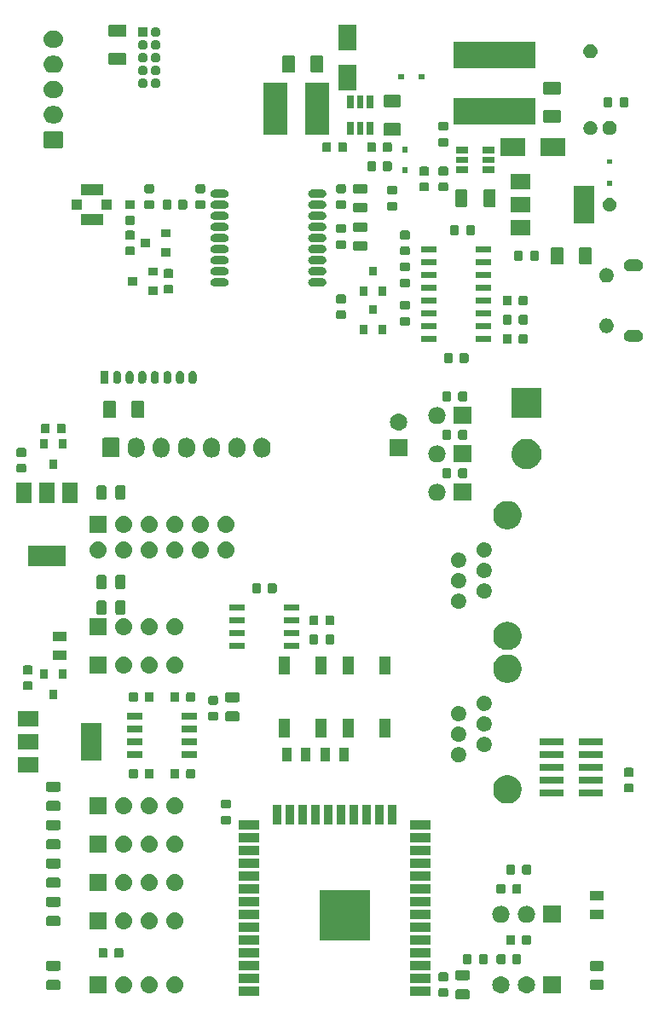
<source format=gbr>
G04 #@! TF.GenerationSoftware,KiCad,Pcbnew,(5.0.2)-1*
G04 #@! TF.CreationDate,2020-01-16T02:49:18+01:00*
G04 #@! TF.ProjectId,airMon,6169724d-6f6e-42e6-9b69-6361645f7063,0.1*
G04 #@! TF.SameCoordinates,Original*
G04 #@! TF.FileFunction,Soldermask,Top*
G04 #@! TF.FilePolarity,Negative*
%FSLAX46Y46*%
G04 Gerber Fmt 4.6, Leading zero omitted, Abs format (unit mm)*
G04 Created by KiCad (PCBNEW (5.0.2)-1) date 16.01.2020 2:49:18*
%MOMM*%
%LPD*%
G01*
G04 APERTURE LIST*
%ADD10C,0.100000*%
G04 APERTURE END LIST*
D10*
G36*
X64688992Y-117294076D02*
X64722883Y-117304357D01*
X64754111Y-117321048D01*
X64781485Y-117343515D01*
X64803952Y-117370889D01*
X64820643Y-117402117D01*
X64830924Y-117436008D01*
X64835000Y-117477391D01*
X64835000Y-118077609D01*
X64830924Y-118118992D01*
X64820643Y-118152883D01*
X64803952Y-118184111D01*
X64781485Y-118211485D01*
X64754111Y-118233952D01*
X64722883Y-118250643D01*
X64688992Y-118260924D01*
X64647609Y-118265000D01*
X63622391Y-118265000D01*
X63581008Y-118260924D01*
X63547117Y-118250643D01*
X63515889Y-118233952D01*
X63488515Y-118211485D01*
X63466048Y-118184111D01*
X63449357Y-118152883D01*
X63439076Y-118118992D01*
X63435000Y-118077609D01*
X63435000Y-117477391D01*
X63439076Y-117436008D01*
X63449357Y-117402117D01*
X63466048Y-117370889D01*
X63488515Y-117343515D01*
X63515889Y-117321048D01*
X63547117Y-117304357D01*
X63581008Y-117294076D01*
X63622391Y-117290000D01*
X64647609Y-117290000D01*
X64688992Y-117294076D01*
X64688992Y-117294076D01*
G37*
G36*
X62579116Y-117193595D02*
X62608313Y-117202452D01*
X62635218Y-117216833D01*
X62658808Y-117236192D01*
X62678167Y-117259782D01*
X62692548Y-117286687D01*
X62701405Y-117315884D01*
X62705000Y-117352390D01*
X62705000Y-117902610D01*
X62701405Y-117939116D01*
X62692548Y-117968313D01*
X62678167Y-117995218D01*
X62658808Y-118018808D01*
X62635218Y-118038167D01*
X62608313Y-118052548D01*
X62579116Y-118061405D01*
X62542610Y-118065000D01*
X61917390Y-118065000D01*
X61880884Y-118061405D01*
X61851687Y-118052548D01*
X61824782Y-118038167D01*
X61801192Y-118018808D01*
X61781833Y-117995218D01*
X61767452Y-117968313D01*
X61758595Y-117939116D01*
X61755000Y-117902610D01*
X61755000Y-117352390D01*
X61758595Y-117315884D01*
X61767452Y-117286687D01*
X61781833Y-117259782D01*
X61801192Y-117236192D01*
X61824782Y-117216833D01*
X61851687Y-117202452D01*
X61880884Y-117193595D01*
X61917390Y-117190000D01*
X62542610Y-117190000D01*
X62579116Y-117193595D01*
X62579116Y-117193595D01*
G37*
G36*
X60935000Y-117925000D02*
X58935000Y-117925000D01*
X58935000Y-117025000D01*
X60935000Y-117025000D01*
X60935000Y-117925000D01*
X60935000Y-117925000D01*
G37*
G36*
X43935000Y-117925000D02*
X41935000Y-117925000D01*
X41935000Y-117025000D01*
X43935000Y-117025000D01*
X43935000Y-117925000D01*
X43935000Y-117925000D01*
G37*
G36*
X68111630Y-116002299D02*
X68271855Y-116050903D01*
X68419520Y-116129831D01*
X68548949Y-116236051D01*
X68655169Y-116365480D01*
X68734097Y-116513145D01*
X68782701Y-116673370D01*
X68799112Y-116840000D01*
X68782701Y-117006630D01*
X68734097Y-117166855D01*
X68655169Y-117314520D01*
X68548949Y-117443949D01*
X68419520Y-117550169D01*
X68271855Y-117629097D01*
X68111630Y-117677701D01*
X67986752Y-117690000D01*
X67903248Y-117690000D01*
X67778370Y-117677701D01*
X67618145Y-117629097D01*
X67470480Y-117550169D01*
X67341051Y-117443949D01*
X67234831Y-117314520D01*
X67155903Y-117166855D01*
X67107299Y-117006630D01*
X67090888Y-116840000D01*
X67107299Y-116673370D01*
X67155903Y-116513145D01*
X67234831Y-116365480D01*
X67341051Y-116236051D01*
X67470480Y-116129831D01*
X67618145Y-116050903D01*
X67778370Y-116002299D01*
X67903248Y-115990000D01*
X67986752Y-115990000D01*
X68111630Y-116002299D01*
X68111630Y-116002299D01*
G37*
G36*
X73875000Y-117690000D02*
X72175000Y-117690000D01*
X72175000Y-115990000D01*
X73875000Y-115990000D01*
X73875000Y-117690000D01*
X73875000Y-117690000D01*
G37*
G36*
X28790000Y-117690000D02*
X27090000Y-117690000D01*
X27090000Y-115990000D01*
X28790000Y-115990000D01*
X28790000Y-117690000D01*
X28790000Y-117690000D01*
G37*
G36*
X30646630Y-116002299D02*
X30806855Y-116050903D01*
X30954520Y-116129831D01*
X31083949Y-116236051D01*
X31190169Y-116365480D01*
X31269097Y-116513145D01*
X31317701Y-116673370D01*
X31334112Y-116840000D01*
X31317701Y-117006630D01*
X31269097Y-117166855D01*
X31190169Y-117314520D01*
X31083949Y-117443949D01*
X30954520Y-117550169D01*
X30806855Y-117629097D01*
X30646630Y-117677701D01*
X30521752Y-117690000D01*
X30438248Y-117690000D01*
X30313370Y-117677701D01*
X30153145Y-117629097D01*
X30005480Y-117550169D01*
X29876051Y-117443949D01*
X29769831Y-117314520D01*
X29690903Y-117166855D01*
X29642299Y-117006630D01*
X29625888Y-116840000D01*
X29642299Y-116673370D01*
X29690903Y-116513145D01*
X29769831Y-116365480D01*
X29876051Y-116236051D01*
X30005480Y-116129831D01*
X30153145Y-116050903D01*
X30313370Y-116002299D01*
X30438248Y-115990000D01*
X30521752Y-115990000D01*
X30646630Y-116002299D01*
X30646630Y-116002299D01*
G37*
G36*
X35726630Y-116002299D02*
X35886855Y-116050903D01*
X36034520Y-116129831D01*
X36163949Y-116236051D01*
X36270169Y-116365480D01*
X36349097Y-116513145D01*
X36397701Y-116673370D01*
X36414112Y-116840000D01*
X36397701Y-117006630D01*
X36349097Y-117166855D01*
X36270169Y-117314520D01*
X36163949Y-117443949D01*
X36034520Y-117550169D01*
X35886855Y-117629097D01*
X35726630Y-117677701D01*
X35601752Y-117690000D01*
X35518248Y-117690000D01*
X35393370Y-117677701D01*
X35233145Y-117629097D01*
X35085480Y-117550169D01*
X34956051Y-117443949D01*
X34849831Y-117314520D01*
X34770903Y-117166855D01*
X34722299Y-117006630D01*
X34705888Y-116840000D01*
X34722299Y-116673370D01*
X34770903Y-116513145D01*
X34849831Y-116365480D01*
X34956051Y-116236051D01*
X35085480Y-116129831D01*
X35233145Y-116050903D01*
X35393370Y-116002299D01*
X35518248Y-115990000D01*
X35601752Y-115990000D01*
X35726630Y-116002299D01*
X35726630Y-116002299D01*
G37*
G36*
X70651630Y-116002299D02*
X70811855Y-116050903D01*
X70959520Y-116129831D01*
X71088949Y-116236051D01*
X71195169Y-116365480D01*
X71274097Y-116513145D01*
X71322701Y-116673370D01*
X71339112Y-116840000D01*
X71322701Y-117006630D01*
X71274097Y-117166855D01*
X71195169Y-117314520D01*
X71088949Y-117443949D01*
X70959520Y-117550169D01*
X70811855Y-117629097D01*
X70651630Y-117677701D01*
X70526752Y-117690000D01*
X70443248Y-117690000D01*
X70318370Y-117677701D01*
X70158145Y-117629097D01*
X70010480Y-117550169D01*
X69881051Y-117443949D01*
X69774831Y-117314520D01*
X69695903Y-117166855D01*
X69647299Y-117006630D01*
X69630888Y-116840000D01*
X69647299Y-116673370D01*
X69695903Y-116513145D01*
X69774831Y-116365480D01*
X69881051Y-116236051D01*
X70010480Y-116129831D01*
X70158145Y-116050903D01*
X70318370Y-116002299D01*
X70443248Y-115990000D01*
X70526752Y-115990000D01*
X70651630Y-116002299D01*
X70651630Y-116002299D01*
G37*
G36*
X33186630Y-116002299D02*
X33346855Y-116050903D01*
X33494520Y-116129831D01*
X33623949Y-116236051D01*
X33730169Y-116365480D01*
X33809097Y-116513145D01*
X33857701Y-116673370D01*
X33874112Y-116840000D01*
X33857701Y-117006630D01*
X33809097Y-117166855D01*
X33730169Y-117314520D01*
X33623949Y-117443949D01*
X33494520Y-117550169D01*
X33346855Y-117629097D01*
X33186630Y-117677701D01*
X33061752Y-117690000D01*
X32978248Y-117690000D01*
X32853370Y-117677701D01*
X32693145Y-117629097D01*
X32545480Y-117550169D01*
X32416051Y-117443949D01*
X32309831Y-117314520D01*
X32230903Y-117166855D01*
X32182299Y-117006630D01*
X32165888Y-116840000D01*
X32182299Y-116673370D01*
X32230903Y-116513145D01*
X32309831Y-116365480D01*
X32416051Y-116236051D01*
X32545480Y-116129831D01*
X32693145Y-116050903D01*
X32853370Y-116002299D01*
X32978248Y-115990000D01*
X33061752Y-115990000D01*
X33186630Y-116002299D01*
X33186630Y-116002299D01*
G37*
G36*
X78023992Y-116356576D02*
X78057883Y-116366857D01*
X78089111Y-116383548D01*
X78116485Y-116406015D01*
X78138952Y-116433389D01*
X78155643Y-116464617D01*
X78165924Y-116498508D01*
X78170000Y-116539891D01*
X78170000Y-117140109D01*
X78165924Y-117181492D01*
X78155643Y-117215383D01*
X78138952Y-117246611D01*
X78116485Y-117273985D01*
X78089111Y-117296452D01*
X78057883Y-117313143D01*
X78023992Y-117323424D01*
X77982609Y-117327500D01*
X76957391Y-117327500D01*
X76916008Y-117323424D01*
X76882117Y-117313143D01*
X76850889Y-117296452D01*
X76823515Y-117273985D01*
X76801048Y-117246611D01*
X76784357Y-117215383D01*
X76774076Y-117181492D01*
X76770000Y-117140109D01*
X76770000Y-116539891D01*
X76774076Y-116498508D01*
X76784357Y-116464617D01*
X76801048Y-116433389D01*
X76823515Y-116406015D01*
X76850889Y-116383548D01*
X76882117Y-116366857D01*
X76916008Y-116356576D01*
X76957391Y-116352500D01*
X77982609Y-116352500D01*
X78023992Y-116356576D01*
X78023992Y-116356576D01*
G37*
G36*
X24048992Y-116356576D02*
X24082883Y-116366857D01*
X24114111Y-116383548D01*
X24141485Y-116406015D01*
X24163952Y-116433389D01*
X24180643Y-116464617D01*
X24190924Y-116498508D01*
X24195000Y-116539891D01*
X24195000Y-117140109D01*
X24190924Y-117181492D01*
X24180643Y-117215383D01*
X24163952Y-117246611D01*
X24141485Y-117273985D01*
X24114111Y-117296452D01*
X24082883Y-117313143D01*
X24048992Y-117323424D01*
X24007609Y-117327500D01*
X22982391Y-117327500D01*
X22941008Y-117323424D01*
X22907117Y-117313143D01*
X22875889Y-117296452D01*
X22848515Y-117273985D01*
X22826048Y-117246611D01*
X22809357Y-117215383D01*
X22799076Y-117181492D01*
X22795000Y-117140109D01*
X22795000Y-116539891D01*
X22799076Y-116498508D01*
X22809357Y-116464617D01*
X22826048Y-116433389D01*
X22848515Y-116406015D01*
X22875889Y-116383548D01*
X22907117Y-116366857D01*
X22941008Y-116356576D01*
X22982391Y-116352500D01*
X24007609Y-116352500D01*
X24048992Y-116356576D01*
X24048992Y-116356576D01*
G37*
G36*
X60935000Y-116655000D02*
X58935000Y-116655000D01*
X58935000Y-115755000D01*
X60935000Y-115755000D01*
X60935000Y-116655000D01*
X60935000Y-116655000D01*
G37*
G36*
X43935000Y-116655000D02*
X41935000Y-116655000D01*
X41935000Y-115755000D01*
X43935000Y-115755000D01*
X43935000Y-116655000D01*
X43935000Y-116655000D01*
G37*
G36*
X62579116Y-115618595D02*
X62608313Y-115627452D01*
X62635218Y-115641833D01*
X62658808Y-115661192D01*
X62678167Y-115684782D01*
X62692548Y-115711687D01*
X62701405Y-115740884D01*
X62705000Y-115777390D01*
X62705000Y-116327610D01*
X62701405Y-116364116D01*
X62692548Y-116393313D01*
X62678167Y-116420218D01*
X62658808Y-116443808D01*
X62635218Y-116463167D01*
X62608313Y-116477548D01*
X62579116Y-116486405D01*
X62542610Y-116490000D01*
X61917390Y-116490000D01*
X61880884Y-116486405D01*
X61851687Y-116477548D01*
X61824782Y-116463167D01*
X61801192Y-116443808D01*
X61781833Y-116420218D01*
X61767452Y-116393313D01*
X61758595Y-116364116D01*
X61755000Y-116327610D01*
X61755000Y-115777390D01*
X61758595Y-115740884D01*
X61767452Y-115711687D01*
X61781833Y-115684782D01*
X61801192Y-115661192D01*
X61824782Y-115641833D01*
X61851687Y-115627452D01*
X61880884Y-115618595D01*
X61917390Y-115615000D01*
X62542610Y-115615000D01*
X62579116Y-115618595D01*
X62579116Y-115618595D01*
G37*
G36*
X64688992Y-115419076D02*
X64722883Y-115429357D01*
X64754111Y-115446048D01*
X64781485Y-115468515D01*
X64803952Y-115495889D01*
X64820643Y-115527117D01*
X64830924Y-115561008D01*
X64835000Y-115602391D01*
X64835000Y-116202609D01*
X64830924Y-116243992D01*
X64820643Y-116277883D01*
X64803952Y-116309111D01*
X64781485Y-116336485D01*
X64754111Y-116358952D01*
X64722883Y-116375643D01*
X64688992Y-116385924D01*
X64647609Y-116390000D01*
X63622391Y-116390000D01*
X63581008Y-116385924D01*
X63547117Y-116375643D01*
X63515889Y-116358952D01*
X63488515Y-116336485D01*
X63466048Y-116309111D01*
X63449357Y-116277883D01*
X63439076Y-116243992D01*
X63435000Y-116202609D01*
X63435000Y-115602391D01*
X63439076Y-115561008D01*
X63449357Y-115527117D01*
X63466048Y-115495889D01*
X63488515Y-115468515D01*
X63515889Y-115446048D01*
X63547117Y-115429357D01*
X63581008Y-115419076D01*
X63622391Y-115415000D01*
X64647609Y-115415000D01*
X64688992Y-115419076D01*
X64688992Y-115419076D01*
G37*
G36*
X78023992Y-114481576D02*
X78057883Y-114491857D01*
X78089111Y-114508548D01*
X78116485Y-114531015D01*
X78138952Y-114558389D01*
X78155643Y-114589617D01*
X78165924Y-114623508D01*
X78170000Y-114664891D01*
X78170000Y-115265109D01*
X78165924Y-115306492D01*
X78155643Y-115340383D01*
X78138952Y-115371611D01*
X78116485Y-115398985D01*
X78089111Y-115421452D01*
X78057883Y-115438143D01*
X78023992Y-115448424D01*
X77982609Y-115452500D01*
X76957391Y-115452500D01*
X76916008Y-115448424D01*
X76882117Y-115438143D01*
X76850889Y-115421452D01*
X76823515Y-115398985D01*
X76801048Y-115371611D01*
X76784357Y-115340383D01*
X76774076Y-115306492D01*
X76770000Y-115265109D01*
X76770000Y-114664891D01*
X76774076Y-114623508D01*
X76784357Y-114589617D01*
X76801048Y-114558389D01*
X76823515Y-114531015D01*
X76850889Y-114508548D01*
X76882117Y-114491857D01*
X76916008Y-114481576D01*
X76957391Y-114477500D01*
X77982609Y-114477500D01*
X78023992Y-114481576D01*
X78023992Y-114481576D01*
G37*
G36*
X24048992Y-114481576D02*
X24082883Y-114491857D01*
X24114111Y-114508548D01*
X24141485Y-114531015D01*
X24163952Y-114558389D01*
X24180643Y-114589617D01*
X24190924Y-114623508D01*
X24195000Y-114664891D01*
X24195000Y-115265109D01*
X24190924Y-115306492D01*
X24180643Y-115340383D01*
X24163952Y-115371611D01*
X24141485Y-115398985D01*
X24114111Y-115421452D01*
X24082883Y-115438143D01*
X24048992Y-115448424D01*
X24007609Y-115452500D01*
X22982391Y-115452500D01*
X22941008Y-115448424D01*
X22907117Y-115438143D01*
X22875889Y-115421452D01*
X22848515Y-115398985D01*
X22826048Y-115371611D01*
X22809357Y-115340383D01*
X22799076Y-115306492D01*
X22795000Y-115265109D01*
X22795000Y-114664891D01*
X22799076Y-114623508D01*
X22809357Y-114589617D01*
X22826048Y-114558389D01*
X22848515Y-114531015D01*
X22875889Y-114508548D01*
X22907117Y-114491857D01*
X22941008Y-114481576D01*
X22982391Y-114477500D01*
X24007609Y-114477500D01*
X24048992Y-114481576D01*
X24048992Y-114481576D01*
G37*
G36*
X43935000Y-115385000D02*
X41935000Y-115385000D01*
X41935000Y-114485000D01*
X43935000Y-114485000D01*
X43935000Y-115385000D01*
X43935000Y-115385000D01*
G37*
G36*
X60935000Y-115385000D02*
X58935000Y-115385000D01*
X58935000Y-114485000D01*
X60935000Y-114485000D01*
X60935000Y-115385000D01*
X60935000Y-115385000D01*
G37*
G36*
X66504116Y-113828595D02*
X66533313Y-113837452D01*
X66560218Y-113851833D01*
X66583808Y-113871192D01*
X66603167Y-113894782D01*
X66617548Y-113921687D01*
X66626405Y-113950884D01*
X66630000Y-113987390D01*
X66630000Y-114612610D01*
X66626405Y-114649116D01*
X66617548Y-114678313D01*
X66603167Y-114705218D01*
X66583808Y-114728808D01*
X66560218Y-114748167D01*
X66533313Y-114762548D01*
X66504116Y-114771405D01*
X66467610Y-114775000D01*
X65917390Y-114775000D01*
X65880884Y-114771405D01*
X65851687Y-114762548D01*
X65824782Y-114748167D01*
X65801192Y-114728808D01*
X65781833Y-114705218D01*
X65767452Y-114678313D01*
X65758595Y-114649116D01*
X65755000Y-114612610D01*
X65755000Y-113987390D01*
X65758595Y-113950884D01*
X65767452Y-113921687D01*
X65781833Y-113894782D01*
X65801192Y-113871192D01*
X65824782Y-113851833D01*
X65851687Y-113837452D01*
X65880884Y-113828595D01*
X65917390Y-113825000D01*
X66467610Y-113825000D01*
X66504116Y-113828595D01*
X66504116Y-113828595D01*
G37*
G36*
X68256616Y-113828595D02*
X68285813Y-113837452D01*
X68312718Y-113851833D01*
X68336308Y-113871192D01*
X68355667Y-113894782D01*
X68370048Y-113921687D01*
X68378905Y-113950884D01*
X68382500Y-113987390D01*
X68382500Y-114612610D01*
X68378905Y-114649116D01*
X68370048Y-114678313D01*
X68355667Y-114705218D01*
X68336308Y-114728808D01*
X68312718Y-114748167D01*
X68285813Y-114762548D01*
X68256616Y-114771405D01*
X68220110Y-114775000D01*
X67669890Y-114775000D01*
X67633384Y-114771405D01*
X67604187Y-114762548D01*
X67577282Y-114748167D01*
X67553692Y-114728808D01*
X67534333Y-114705218D01*
X67519952Y-114678313D01*
X67511095Y-114649116D01*
X67507500Y-114612610D01*
X67507500Y-113987390D01*
X67511095Y-113950884D01*
X67519952Y-113921687D01*
X67534333Y-113894782D01*
X67553692Y-113871192D01*
X67577282Y-113851833D01*
X67604187Y-113837452D01*
X67633384Y-113828595D01*
X67669890Y-113825000D01*
X68220110Y-113825000D01*
X68256616Y-113828595D01*
X68256616Y-113828595D01*
G37*
G36*
X69831616Y-113828595D02*
X69860813Y-113837452D01*
X69887718Y-113851833D01*
X69911308Y-113871192D01*
X69930667Y-113894782D01*
X69945048Y-113921687D01*
X69953905Y-113950884D01*
X69957500Y-113987390D01*
X69957500Y-114612610D01*
X69953905Y-114649116D01*
X69945048Y-114678313D01*
X69930667Y-114705218D01*
X69911308Y-114728808D01*
X69887718Y-114748167D01*
X69860813Y-114762548D01*
X69831616Y-114771405D01*
X69795110Y-114775000D01*
X69244890Y-114775000D01*
X69208384Y-114771405D01*
X69179187Y-114762548D01*
X69152282Y-114748167D01*
X69128692Y-114728808D01*
X69109333Y-114705218D01*
X69094952Y-114678313D01*
X69086095Y-114649116D01*
X69082500Y-114612610D01*
X69082500Y-113987390D01*
X69086095Y-113950884D01*
X69094952Y-113921687D01*
X69109333Y-113894782D01*
X69128692Y-113871192D01*
X69152282Y-113851833D01*
X69179187Y-113837452D01*
X69208384Y-113828595D01*
X69244890Y-113825000D01*
X69795110Y-113825000D01*
X69831616Y-113828595D01*
X69831616Y-113828595D01*
G37*
G36*
X64929116Y-113828595D02*
X64958313Y-113837452D01*
X64985218Y-113851833D01*
X65008808Y-113871192D01*
X65028167Y-113894782D01*
X65042548Y-113921687D01*
X65051405Y-113950884D01*
X65055000Y-113987390D01*
X65055000Y-114612610D01*
X65051405Y-114649116D01*
X65042548Y-114678313D01*
X65028167Y-114705218D01*
X65008808Y-114728808D01*
X64985218Y-114748167D01*
X64958313Y-114762548D01*
X64929116Y-114771405D01*
X64892610Y-114775000D01*
X64342390Y-114775000D01*
X64305884Y-114771405D01*
X64276687Y-114762548D01*
X64249782Y-114748167D01*
X64226192Y-114728808D01*
X64206833Y-114705218D01*
X64192452Y-114678313D01*
X64183595Y-114649116D01*
X64180000Y-114612610D01*
X64180000Y-113987390D01*
X64183595Y-113950884D01*
X64192452Y-113921687D01*
X64206833Y-113894782D01*
X64226192Y-113871192D01*
X64249782Y-113851833D01*
X64276687Y-113837452D01*
X64305884Y-113828595D01*
X64342390Y-113825000D01*
X64892610Y-113825000D01*
X64929116Y-113828595D01*
X64929116Y-113828595D01*
G37*
G36*
X30309116Y-113193595D02*
X30338313Y-113202452D01*
X30365218Y-113216833D01*
X30388808Y-113236192D01*
X30408167Y-113259782D01*
X30422548Y-113286687D01*
X30431405Y-113315884D01*
X30435000Y-113352390D01*
X30435000Y-113977610D01*
X30431405Y-114014116D01*
X30422548Y-114043313D01*
X30408167Y-114070218D01*
X30388808Y-114093808D01*
X30365218Y-114113167D01*
X30338313Y-114127548D01*
X30309116Y-114136405D01*
X30272610Y-114140000D01*
X29722390Y-114140000D01*
X29685884Y-114136405D01*
X29656687Y-114127548D01*
X29629782Y-114113167D01*
X29606192Y-114093808D01*
X29586833Y-114070218D01*
X29572452Y-114043313D01*
X29563595Y-114014116D01*
X29560000Y-113977610D01*
X29560000Y-113352390D01*
X29563595Y-113315884D01*
X29572452Y-113286687D01*
X29586833Y-113259782D01*
X29606192Y-113236192D01*
X29629782Y-113216833D01*
X29656687Y-113202452D01*
X29685884Y-113193595D01*
X29722390Y-113190000D01*
X30272610Y-113190000D01*
X30309116Y-113193595D01*
X30309116Y-113193595D01*
G37*
G36*
X28734116Y-113193595D02*
X28763313Y-113202452D01*
X28790218Y-113216833D01*
X28813808Y-113236192D01*
X28833167Y-113259782D01*
X28847548Y-113286687D01*
X28856405Y-113315884D01*
X28860000Y-113352390D01*
X28860000Y-113977610D01*
X28856405Y-114014116D01*
X28847548Y-114043313D01*
X28833167Y-114070218D01*
X28813808Y-114093808D01*
X28790218Y-114113167D01*
X28763313Y-114127548D01*
X28734116Y-114136405D01*
X28697610Y-114140000D01*
X28147390Y-114140000D01*
X28110884Y-114136405D01*
X28081687Y-114127548D01*
X28054782Y-114113167D01*
X28031192Y-114093808D01*
X28011833Y-114070218D01*
X27997452Y-114043313D01*
X27988595Y-114014116D01*
X27985000Y-113977610D01*
X27985000Y-113352390D01*
X27988595Y-113315884D01*
X27997452Y-113286687D01*
X28011833Y-113259782D01*
X28031192Y-113236192D01*
X28054782Y-113216833D01*
X28081687Y-113202452D01*
X28110884Y-113193595D01*
X28147390Y-113190000D01*
X28697610Y-113190000D01*
X28734116Y-113193595D01*
X28734116Y-113193595D01*
G37*
G36*
X60935000Y-114115000D02*
X58935000Y-114115000D01*
X58935000Y-113215000D01*
X60935000Y-113215000D01*
X60935000Y-114115000D01*
X60935000Y-114115000D01*
G37*
G36*
X43935000Y-114115000D02*
X41935000Y-114115000D01*
X41935000Y-113215000D01*
X43935000Y-113215000D01*
X43935000Y-114115000D01*
X43935000Y-114115000D01*
G37*
G36*
X70796616Y-111923595D02*
X70825813Y-111932452D01*
X70852718Y-111946833D01*
X70876308Y-111966192D01*
X70895667Y-111989782D01*
X70910048Y-112016687D01*
X70918905Y-112045884D01*
X70922500Y-112082390D01*
X70922500Y-112707610D01*
X70918905Y-112744116D01*
X70910048Y-112773313D01*
X70895667Y-112800218D01*
X70876308Y-112823808D01*
X70852718Y-112843167D01*
X70825813Y-112857548D01*
X70796616Y-112866405D01*
X70760110Y-112870000D01*
X70209890Y-112870000D01*
X70173384Y-112866405D01*
X70144187Y-112857548D01*
X70117282Y-112843167D01*
X70093692Y-112823808D01*
X70074333Y-112800218D01*
X70059952Y-112773313D01*
X70051095Y-112744116D01*
X70047500Y-112707610D01*
X70047500Y-112082390D01*
X70051095Y-112045884D01*
X70059952Y-112016687D01*
X70074333Y-111989782D01*
X70093692Y-111966192D01*
X70117282Y-111946833D01*
X70144187Y-111932452D01*
X70173384Y-111923595D01*
X70209890Y-111920000D01*
X70760110Y-111920000D01*
X70796616Y-111923595D01*
X70796616Y-111923595D01*
G37*
G36*
X69221616Y-111923595D02*
X69250813Y-111932452D01*
X69277718Y-111946833D01*
X69301308Y-111966192D01*
X69320667Y-111989782D01*
X69335048Y-112016687D01*
X69343905Y-112045884D01*
X69347500Y-112082390D01*
X69347500Y-112707610D01*
X69343905Y-112744116D01*
X69335048Y-112773313D01*
X69320667Y-112800218D01*
X69301308Y-112823808D01*
X69277718Y-112843167D01*
X69250813Y-112857548D01*
X69221616Y-112866405D01*
X69185110Y-112870000D01*
X68634890Y-112870000D01*
X68598384Y-112866405D01*
X68569187Y-112857548D01*
X68542282Y-112843167D01*
X68518692Y-112823808D01*
X68499333Y-112800218D01*
X68484952Y-112773313D01*
X68476095Y-112744116D01*
X68472500Y-112707610D01*
X68472500Y-112082390D01*
X68476095Y-112045884D01*
X68484952Y-112016687D01*
X68499333Y-111989782D01*
X68518692Y-111966192D01*
X68542282Y-111946833D01*
X68569187Y-111932452D01*
X68598384Y-111923595D01*
X68634890Y-111920000D01*
X69185110Y-111920000D01*
X69221616Y-111923595D01*
X69221616Y-111923595D01*
G37*
G36*
X60935000Y-112845000D02*
X58935000Y-112845000D01*
X58935000Y-111945000D01*
X60935000Y-111945000D01*
X60935000Y-112845000D01*
X60935000Y-112845000D01*
G37*
G36*
X43935000Y-112845000D02*
X41935000Y-112845000D01*
X41935000Y-111945000D01*
X43935000Y-111945000D01*
X43935000Y-112845000D01*
X43935000Y-112845000D01*
G37*
G36*
X54935000Y-112475000D02*
X49935000Y-112475000D01*
X49935000Y-107475000D01*
X54935000Y-107475000D01*
X54935000Y-112475000D01*
X54935000Y-112475000D01*
G37*
G36*
X60935000Y-111575000D02*
X58935000Y-111575000D01*
X58935000Y-110675000D01*
X60935000Y-110675000D01*
X60935000Y-111575000D01*
X60935000Y-111575000D01*
G37*
G36*
X43935000Y-111575000D02*
X41935000Y-111575000D01*
X41935000Y-110675000D01*
X43935000Y-110675000D01*
X43935000Y-111575000D01*
X43935000Y-111575000D01*
G37*
G36*
X35726630Y-109652299D02*
X35886855Y-109700903D01*
X36034520Y-109779831D01*
X36163949Y-109886051D01*
X36270169Y-110015480D01*
X36349097Y-110163145D01*
X36397701Y-110323370D01*
X36414112Y-110490000D01*
X36397701Y-110656630D01*
X36349097Y-110816855D01*
X36270169Y-110964520D01*
X36163949Y-111093949D01*
X36034520Y-111200169D01*
X35886855Y-111279097D01*
X35726630Y-111327701D01*
X35601752Y-111340000D01*
X35518248Y-111340000D01*
X35393370Y-111327701D01*
X35233145Y-111279097D01*
X35085480Y-111200169D01*
X34956051Y-111093949D01*
X34849831Y-110964520D01*
X34770903Y-110816855D01*
X34722299Y-110656630D01*
X34705888Y-110490000D01*
X34722299Y-110323370D01*
X34770903Y-110163145D01*
X34849831Y-110015480D01*
X34956051Y-109886051D01*
X35085480Y-109779831D01*
X35233145Y-109700903D01*
X35393370Y-109652299D01*
X35518248Y-109640000D01*
X35601752Y-109640000D01*
X35726630Y-109652299D01*
X35726630Y-109652299D01*
G37*
G36*
X33186630Y-109652299D02*
X33346855Y-109700903D01*
X33494520Y-109779831D01*
X33623949Y-109886051D01*
X33730169Y-110015480D01*
X33809097Y-110163145D01*
X33857701Y-110323370D01*
X33874112Y-110490000D01*
X33857701Y-110656630D01*
X33809097Y-110816855D01*
X33730169Y-110964520D01*
X33623949Y-111093949D01*
X33494520Y-111200169D01*
X33346855Y-111279097D01*
X33186630Y-111327701D01*
X33061752Y-111340000D01*
X32978248Y-111340000D01*
X32853370Y-111327701D01*
X32693145Y-111279097D01*
X32545480Y-111200169D01*
X32416051Y-111093949D01*
X32309831Y-110964520D01*
X32230903Y-110816855D01*
X32182299Y-110656630D01*
X32165888Y-110490000D01*
X32182299Y-110323370D01*
X32230903Y-110163145D01*
X32309831Y-110015480D01*
X32416051Y-109886051D01*
X32545480Y-109779831D01*
X32693145Y-109700903D01*
X32853370Y-109652299D01*
X32978248Y-109640000D01*
X33061752Y-109640000D01*
X33186630Y-109652299D01*
X33186630Y-109652299D01*
G37*
G36*
X30646630Y-109652299D02*
X30806855Y-109700903D01*
X30954520Y-109779831D01*
X31083949Y-109886051D01*
X31190169Y-110015480D01*
X31269097Y-110163145D01*
X31317701Y-110323370D01*
X31334112Y-110490000D01*
X31317701Y-110656630D01*
X31269097Y-110816855D01*
X31190169Y-110964520D01*
X31083949Y-111093949D01*
X30954520Y-111200169D01*
X30806855Y-111279097D01*
X30646630Y-111327701D01*
X30521752Y-111340000D01*
X30438248Y-111340000D01*
X30313370Y-111327701D01*
X30153145Y-111279097D01*
X30005480Y-111200169D01*
X29876051Y-111093949D01*
X29769831Y-110964520D01*
X29690903Y-110816855D01*
X29642299Y-110656630D01*
X29625888Y-110490000D01*
X29642299Y-110323370D01*
X29690903Y-110163145D01*
X29769831Y-110015480D01*
X29876051Y-109886051D01*
X30005480Y-109779831D01*
X30153145Y-109700903D01*
X30313370Y-109652299D01*
X30438248Y-109640000D01*
X30521752Y-109640000D01*
X30646630Y-109652299D01*
X30646630Y-109652299D01*
G37*
G36*
X28790000Y-111340000D02*
X27090000Y-111340000D01*
X27090000Y-109640000D01*
X28790000Y-109640000D01*
X28790000Y-111340000D01*
X28790000Y-111340000D01*
G37*
G36*
X24048992Y-110006576D02*
X24082883Y-110016857D01*
X24114111Y-110033548D01*
X24141485Y-110056015D01*
X24163952Y-110083389D01*
X24180643Y-110114617D01*
X24190924Y-110148508D01*
X24195000Y-110189891D01*
X24195000Y-110790109D01*
X24190924Y-110831492D01*
X24180643Y-110865383D01*
X24163952Y-110896611D01*
X24141485Y-110923985D01*
X24114111Y-110946452D01*
X24082883Y-110963143D01*
X24048992Y-110973424D01*
X24007609Y-110977500D01*
X22982391Y-110977500D01*
X22941008Y-110973424D01*
X22907117Y-110963143D01*
X22875889Y-110946452D01*
X22848515Y-110923985D01*
X22826048Y-110896611D01*
X22809357Y-110865383D01*
X22799076Y-110831492D01*
X22795000Y-110790109D01*
X22795000Y-110189891D01*
X22799076Y-110148508D01*
X22809357Y-110114617D01*
X22826048Y-110083389D01*
X22848515Y-110056015D01*
X22875889Y-110033548D01*
X22907117Y-110016857D01*
X22941008Y-110006576D01*
X22982391Y-110002500D01*
X24007609Y-110002500D01*
X24048992Y-110006576D01*
X24048992Y-110006576D01*
G37*
G36*
X68111630Y-109017299D02*
X68271855Y-109065903D01*
X68419520Y-109144831D01*
X68548949Y-109251051D01*
X68655169Y-109380480D01*
X68734097Y-109528145D01*
X68782701Y-109688370D01*
X68799112Y-109855000D01*
X68782701Y-110021630D01*
X68734097Y-110181855D01*
X68655169Y-110329520D01*
X68548949Y-110458949D01*
X68419520Y-110565169D01*
X68271855Y-110644097D01*
X68111630Y-110692701D01*
X67986752Y-110705000D01*
X67903248Y-110705000D01*
X67778370Y-110692701D01*
X67618145Y-110644097D01*
X67470480Y-110565169D01*
X67341051Y-110458949D01*
X67234831Y-110329520D01*
X67155903Y-110181855D01*
X67107299Y-110021630D01*
X67090888Y-109855000D01*
X67107299Y-109688370D01*
X67155903Y-109528145D01*
X67234831Y-109380480D01*
X67341051Y-109251051D01*
X67470480Y-109144831D01*
X67618145Y-109065903D01*
X67778370Y-109017299D01*
X67903248Y-109005000D01*
X67986752Y-109005000D01*
X68111630Y-109017299D01*
X68111630Y-109017299D01*
G37*
G36*
X73875000Y-110705000D02*
X72175000Y-110705000D01*
X72175000Y-109005000D01*
X73875000Y-109005000D01*
X73875000Y-110705000D01*
X73875000Y-110705000D01*
G37*
G36*
X70651630Y-109017299D02*
X70811855Y-109065903D01*
X70959520Y-109144831D01*
X71088949Y-109251051D01*
X71195169Y-109380480D01*
X71274097Y-109528145D01*
X71322701Y-109688370D01*
X71339112Y-109855000D01*
X71322701Y-110021630D01*
X71274097Y-110181855D01*
X71195169Y-110329520D01*
X71088949Y-110458949D01*
X70959520Y-110565169D01*
X70811855Y-110644097D01*
X70651630Y-110692701D01*
X70526752Y-110705000D01*
X70443248Y-110705000D01*
X70318370Y-110692701D01*
X70158145Y-110644097D01*
X70010480Y-110565169D01*
X69881051Y-110458949D01*
X69774831Y-110329520D01*
X69695903Y-110181855D01*
X69647299Y-110021630D01*
X69630888Y-109855000D01*
X69647299Y-109688370D01*
X69695903Y-109528145D01*
X69774831Y-109380480D01*
X69881051Y-109251051D01*
X70010480Y-109144831D01*
X70158145Y-109065903D01*
X70318370Y-109017299D01*
X70443248Y-109005000D01*
X70526752Y-109005000D01*
X70651630Y-109017299D01*
X70651630Y-109017299D01*
G37*
G36*
X78023992Y-109371576D02*
X78057883Y-109381857D01*
X78089111Y-109398548D01*
X78116485Y-109421015D01*
X78138952Y-109448389D01*
X78155643Y-109479617D01*
X78165924Y-109513508D01*
X78170000Y-109554891D01*
X78170000Y-110155109D01*
X78165924Y-110196492D01*
X78155643Y-110230383D01*
X78138952Y-110261611D01*
X78116485Y-110288985D01*
X78089111Y-110311452D01*
X78057883Y-110328143D01*
X78023992Y-110338424D01*
X77982609Y-110342500D01*
X76957391Y-110342500D01*
X76916008Y-110338424D01*
X76882117Y-110328143D01*
X76850889Y-110311452D01*
X76823515Y-110288985D01*
X76801048Y-110261611D01*
X76784357Y-110230383D01*
X76774076Y-110196492D01*
X76770000Y-110155109D01*
X76770000Y-109554891D01*
X76774076Y-109513508D01*
X76784357Y-109479617D01*
X76801048Y-109448389D01*
X76823515Y-109421015D01*
X76850889Y-109398548D01*
X76882117Y-109381857D01*
X76916008Y-109371576D01*
X76957391Y-109367500D01*
X77982609Y-109367500D01*
X78023992Y-109371576D01*
X78023992Y-109371576D01*
G37*
G36*
X60935000Y-110305000D02*
X58935000Y-110305000D01*
X58935000Y-109405000D01*
X60935000Y-109405000D01*
X60935000Y-110305000D01*
X60935000Y-110305000D01*
G37*
G36*
X43935000Y-110305000D02*
X41935000Y-110305000D01*
X41935000Y-109405000D01*
X43935000Y-109405000D01*
X43935000Y-110305000D01*
X43935000Y-110305000D01*
G37*
G36*
X24048992Y-108131576D02*
X24082883Y-108141857D01*
X24114111Y-108158548D01*
X24141485Y-108181015D01*
X24163952Y-108208389D01*
X24180643Y-108239617D01*
X24190924Y-108273508D01*
X24195000Y-108314891D01*
X24195000Y-108915109D01*
X24190924Y-108956492D01*
X24180643Y-108990383D01*
X24163952Y-109021611D01*
X24141485Y-109048985D01*
X24114111Y-109071452D01*
X24082883Y-109088143D01*
X24048992Y-109098424D01*
X24007609Y-109102500D01*
X22982391Y-109102500D01*
X22941008Y-109098424D01*
X22907117Y-109088143D01*
X22875889Y-109071452D01*
X22848515Y-109048985D01*
X22826048Y-109021611D01*
X22809357Y-108990383D01*
X22799076Y-108956492D01*
X22795000Y-108915109D01*
X22795000Y-108314891D01*
X22799076Y-108273508D01*
X22809357Y-108239617D01*
X22826048Y-108208389D01*
X22848515Y-108181015D01*
X22875889Y-108158548D01*
X22907117Y-108141857D01*
X22941008Y-108131576D01*
X22982391Y-108127500D01*
X24007609Y-108127500D01*
X24048992Y-108131576D01*
X24048992Y-108131576D01*
G37*
G36*
X60935000Y-109035000D02*
X58935000Y-109035000D01*
X58935000Y-108135000D01*
X60935000Y-108135000D01*
X60935000Y-109035000D01*
X60935000Y-109035000D01*
G37*
G36*
X43935000Y-109035000D02*
X41935000Y-109035000D01*
X41935000Y-108135000D01*
X43935000Y-108135000D01*
X43935000Y-109035000D01*
X43935000Y-109035000D01*
G37*
G36*
X78023992Y-107496576D02*
X78057883Y-107506857D01*
X78089111Y-107523548D01*
X78116485Y-107546015D01*
X78138952Y-107573389D01*
X78155643Y-107604617D01*
X78165924Y-107638508D01*
X78170000Y-107679891D01*
X78170000Y-108280109D01*
X78165924Y-108321492D01*
X78155643Y-108355383D01*
X78138952Y-108386611D01*
X78116485Y-108413985D01*
X78089111Y-108436452D01*
X78057883Y-108453143D01*
X78023992Y-108463424D01*
X77982609Y-108467500D01*
X76957391Y-108467500D01*
X76916008Y-108463424D01*
X76882117Y-108453143D01*
X76850889Y-108436452D01*
X76823515Y-108413985D01*
X76801048Y-108386611D01*
X76784357Y-108355383D01*
X76774076Y-108321492D01*
X76770000Y-108280109D01*
X76770000Y-107679891D01*
X76774076Y-107638508D01*
X76784357Y-107604617D01*
X76801048Y-107573389D01*
X76823515Y-107546015D01*
X76850889Y-107523548D01*
X76882117Y-107506857D01*
X76916008Y-107496576D01*
X76957391Y-107492500D01*
X77982609Y-107492500D01*
X78023992Y-107496576D01*
X78023992Y-107496576D01*
G37*
G36*
X69831616Y-106843595D02*
X69860813Y-106852452D01*
X69887718Y-106866833D01*
X69911308Y-106886192D01*
X69930667Y-106909782D01*
X69945048Y-106936687D01*
X69953905Y-106965884D01*
X69957500Y-107002390D01*
X69957500Y-107627610D01*
X69953905Y-107664116D01*
X69945048Y-107693313D01*
X69930667Y-107720218D01*
X69911308Y-107743808D01*
X69887718Y-107763167D01*
X69860813Y-107777548D01*
X69831616Y-107786405D01*
X69795110Y-107790000D01*
X69244890Y-107790000D01*
X69208384Y-107786405D01*
X69179187Y-107777548D01*
X69152282Y-107763167D01*
X69128692Y-107743808D01*
X69109333Y-107720218D01*
X69094952Y-107693313D01*
X69086095Y-107664116D01*
X69082500Y-107627610D01*
X69082500Y-107002390D01*
X69086095Y-106965884D01*
X69094952Y-106936687D01*
X69109333Y-106909782D01*
X69128692Y-106886192D01*
X69152282Y-106866833D01*
X69179187Y-106852452D01*
X69208384Y-106843595D01*
X69244890Y-106840000D01*
X69795110Y-106840000D01*
X69831616Y-106843595D01*
X69831616Y-106843595D01*
G37*
G36*
X68256616Y-106843595D02*
X68285813Y-106852452D01*
X68312718Y-106866833D01*
X68336308Y-106886192D01*
X68355667Y-106909782D01*
X68370048Y-106936687D01*
X68378905Y-106965884D01*
X68382500Y-107002390D01*
X68382500Y-107627610D01*
X68378905Y-107664116D01*
X68370048Y-107693313D01*
X68355667Y-107720218D01*
X68336308Y-107743808D01*
X68312718Y-107763167D01*
X68285813Y-107777548D01*
X68256616Y-107786405D01*
X68220110Y-107790000D01*
X67669890Y-107790000D01*
X67633384Y-107786405D01*
X67604187Y-107777548D01*
X67577282Y-107763167D01*
X67553692Y-107743808D01*
X67534333Y-107720218D01*
X67519952Y-107693313D01*
X67511095Y-107664116D01*
X67507500Y-107627610D01*
X67507500Y-107002390D01*
X67511095Y-106965884D01*
X67519952Y-106936687D01*
X67534333Y-106909782D01*
X67553692Y-106886192D01*
X67577282Y-106866833D01*
X67604187Y-106852452D01*
X67633384Y-106843595D01*
X67669890Y-106840000D01*
X68220110Y-106840000D01*
X68256616Y-106843595D01*
X68256616Y-106843595D01*
G37*
G36*
X60935000Y-107765000D02*
X58935000Y-107765000D01*
X58935000Y-106865000D01*
X60935000Y-106865000D01*
X60935000Y-107765000D01*
X60935000Y-107765000D01*
G37*
G36*
X43935000Y-107765000D02*
X41935000Y-107765000D01*
X41935000Y-106865000D01*
X43935000Y-106865000D01*
X43935000Y-107765000D01*
X43935000Y-107765000D01*
G37*
G36*
X28790000Y-107530000D02*
X27090000Y-107530000D01*
X27090000Y-105830000D01*
X28790000Y-105830000D01*
X28790000Y-107530000D01*
X28790000Y-107530000D01*
G37*
G36*
X30646630Y-105842299D02*
X30806855Y-105890903D01*
X30954520Y-105969831D01*
X31083949Y-106076051D01*
X31190169Y-106205480D01*
X31269097Y-106353145D01*
X31317701Y-106513370D01*
X31334112Y-106680000D01*
X31317701Y-106846630D01*
X31269097Y-107006855D01*
X31190169Y-107154520D01*
X31083949Y-107283949D01*
X30954520Y-107390169D01*
X30806855Y-107469097D01*
X30646630Y-107517701D01*
X30521752Y-107530000D01*
X30438248Y-107530000D01*
X30313370Y-107517701D01*
X30153145Y-107469097D01*
X30005480Y-107390169D01*
X29876051Y-107283949D01*
X29769831Y-107154520D01*
X29690903Y-107006855D01*
X29642299Y-106846630D01*
X29625888Y-106680000D01*
X29642299Y-106513370D01*
X29690903Y-106353145D01*
X29769831Y-106205480D01*
X29876051Y-106076051D01*
X30005480Y-105969831D01*
X30153145Y-105890903D01*
X30313370Y-105842299D01*
X30438248Y-105830000D01*
X30521752Y-105830000D01*
X30646630Y-105842299D01*
X30646630Y-105842299D01*
G37*
G36*
X33186630Y-105842299D02*
X33346855Y-105890903D01*
X33494520Y-105969831D01*
X33623949Y-106076051D01*
X33730169Y-106205480D01*
X33809097Y-106353145D01*
X33857701Y-106513370D01*
X33874112Y-106680000D01*
X33857701Y-106846630D01*
X33809097Y-107006855D01*
X33730169Y-107154520D01*
X33623949Y-107283949D01*
X33494520Y-107390169D01*
X33346855Y-107469097D01*
X33186630Y-107517701D01*
X33061752Y-107530000D01*
X32978248Y-107530000D01*
X32853370Y-107517701D01*
X32693145Y-107469097D01*
X32545480Y-107390169D01*
X32416051Y-107283949D01*
X32309831Y-107154520D01*
X32230903Y-107006855D01*
X32182299Y-106846630D01*
X32165888Y-106680000D01*
X32182299Y-106513370D01*
X32230903Y-106353145D01*
X32309831Y-106205480D01*
X32416051Y-106076051D01*
X32545480Y-105969831D01*
X32693145Y-105890903D01*
X32853370Y-105842299D01*
X32978248Y-105830000D01*
X33061752Y-105830000D01*
X33186630Y-105842299D01*
X33186630Y-105842299D01*
G37*
G36*
X35726630Y-105842299D02*
X35886855Y-105890903D01*
X36034520Y-105969831D01*
X36163949Y-106076051D01*
X36270169Y-106205480D01*
X36349097Y-106353145D01*
X36397701Y-106513370D01*
X36414112Y-106680000D01*
X36397701Y-106846630D01*
X36349097Y-107006855D01*
X36270169Y-107154520D01*
X36163949Y-107283949D01*
X36034520Y-107390169D01*
X35886855Y-107469097D01*
X35726630Y-107517701D01*
X35601752Y-107530000D01*
X35518248Y-107530000D01*
X35393370Y-107517701D01*
X35233145Y-107469097D01*
X35085480Y-107390169D01*
X34956051Y-107283949D01*
X34849831Y-107154520D01*
X34770903Y-107006855D01*
X34722299Y-106846630D01*
X34705888Y-106680000D01*
X34722299Y-106513370D01*
X34770903Y-106353145D01*
X34849831Y-106205480D01*
X34956051Y-106076051D01*
X35085480Y-105969831D01*
X35233145Y-105890903D01*
X35393370Y-105842299D01*
X35518248Y-105830000D01*
X35601752Y-105830000D01*
X35726630Y-105842299D01*
X35726630Y-105842299D01*
G37*
G36*
X24048992Y-106196576D02*
X24082883Y-106206857D01*
X24114111Y-106223548D01*
X24141485Y-106246015D01*
X24163952Y-106273389D01*
X24180643Y-106304617D01*
X24190924Y-106338508D01*
X24195000Y-106379891D01*
X24195000Y-106980109D01*
X24190924Y-107021492D01*
X24180643Y-107055383D01*
X24163952Y-107086611D01*
X24141485Y-107113985D01*
X24114111Y-107136452D01*
X24082883Y-107153143D01*
X24048992Y-107163424D01*
X24007609Y-107167500D01*
X22982391Y-107167500D01*
X22941008Y-107163424D01*
X22907117Y-107153143D01*
X22875889Y-107136452D01*
X22848515Y-107113985D01*
X22826048Y-107086611D01*
X22809357Y-107055383D01*
X22799076Y-107021492D01*
X22795000Y-106980109D01*
X22795000Y-106379891D01*
X22799076Y-106338508D01*
X22809357Y-106304617D01*
X22826048Y-106273389D01*
X22848515Y-106246015D01*
X22875889Y-106223548D01*
X22907117Y-106206857D01*
X22941008Y-106196576D01*
X22982391Y-106192500D01*
X24007609Y-106192500D01*
X24048992Y-106196576D01*
X24048992Y-106196576D01*
G37*
G36*
X60935000Y-106495000D02*
X58935000Y-106495000D01*
X58935000Y-105595000D01*
X60935000Y-105595000D01*
X60935000Y-106495000D01*
X60935000Y-106495000D01*
G37*
G36*
X43935000Y-106495000D02*
X41935000Y-106495000D01*
X41935000Y-105595000D01*
X43935000Y-105595000D01*
X43935000Y-106495000D01*
X43935000Y-106495000D01*
G37*
G36*
X69221616Y-104938595D02*
X69250813Y-104947452D01*
X69277718Y-104961833D01*
X69301308Y-104981192D01*
X69320667Y-105004782D01*
X69335048Y-105031687D01*
X69343905Y-105060884D01*
X69347500Y-105097390D01*
X69347500Y-105722610D01*
X69343905Y-105759116D01*
X69335048Y-105788313D01*
X69320667Y-105815218D01*
X69301308Y-105838808D01*
X69277718Y-105858167D01*
X69250813Y-105872548D01*
X69221616Y-105881405D01*
X69185110Y-105885000D01*
X68634890Y-105885000D01*
X68598384Y-105881405D01*
X68569187Y-105872548D01*
X68542282Y-105858167D01*
X68518692Y-105838808D01*
X68499333Y-105815218D01*
X68484952Y-105788313D01*
X68476095Y-105759116D01*
X68472500Y-105722610D01*
X68472500Y-105097390D01*
X68476095Y-105060884D01*
X68484952Y-105031687D01*
X68499333Y-105004782D01*
X68518692Y-104981192D01*
X68542282Y-104961833D01*
X68569187Y-104947452D01*
X68598384Y-104938595D01*
X68634890Y-104935000D01*
X69185110Y-104935000D01*
X69221616Y-104938595D01*
X69221616Y-104938595D01*
G37*
G36*
X70796616Y-104938595D02*
X70825813Y-104947452D01*
X70852718Y-104961833D01*
X70876308Y-104981192D01*
X70895667Y-105004782D01*
X70910048Y-105031687D01*
X70918905Y-105060884D01*
X70922500Y-105097390D01*
X70922500Y-105722610D01*
X70918905Y-105759116D01*
X70910048Y-105788313D01*
X70895667Y-105815218D01*
X70876308Y-105838808D01*
X70852718Y-105858167D01*
X70825813Y-105872548D01*
X70796616Y-105881405D01*
X70760110Y-105885000D01*
X70209890Y-105885000D01*
X70173384Y-105881405D01*
X70144187Y-105872548D01*
X70117282Y-105858167D01*
X70093692Y-105838808D01*
X70074333Y-105815218D01*
X70059952Y-105788313D01*
X70051095Y-105759116D01*
X70047500Y-105722610D01*
X70047500Y-105097390D01*
X70051095Y-105060884D01*
X70059952Y-105031687D01*
X70074333Y-105004782D01*
X70093692Y-104981192D01*
X70117282Y-104961833D01*
X70144187Y-104947452D01*
X70173384Y-104938595D01*
X70209890Y-104935000D01*
X70760110Y-104935000D01*
X70796616Y-104938595D01*
X70796616Y-104938595D01*
G37*
G36*
X24048992Y-104321576D02*
X24082883Y-104331857D01*
X24114111Y-104348548D01*
X24141485Y-104371015D01*
X24163952Y-104398389D01*
X24180643Y-104429617D01*
X24190924Y-104463508D01*
X24195000Y-104504891D01*
X24195000Y-105105109D01*
X24190924Y-105146492D01*
X24180643Y-105180383D01*
X24163952Y-105211611D01*
X24141485Y-105238985D01*
X24114111Y-105261452D01*
X24082883Y-105278143D01*
X24048992Y-105288424D01*
X24007609Y-105292500D01*
X22982391Y-105292500D01*
X22941008Y-105288424D01*
X22907117Y-105278143D01*
X22875889Y-105261452D01*
X22848515Y-105238985D01*
X22826048Y-105211611D01*
X22809357Y-105180383D01*
X22799076Y-105146492D01*
X22795000Y-105105109D01*
X22795000Y-104504891D01*
X22799076Y-104463508D01*
X22809357Y-104429617D01*
X22826048Y-104398389D01*
X22848515Y-104371015D01*
X22875889Y-104348548D01*
X22907117Y-104331857D01*
X22941008Y-104321576D01*
X22982391Y-104317500D01*
X24007609Y-104317500D01*
X24048992Y-104321576D01*
X24048992Y-104321576D01*
G37*
G36*
X43935000Y-105225000D02*
X41935000Y-105225000D01*
X41935000Y-104325000D01*
X43935000Y-104325000D01*
X43935000Y-105225000D01*
X43935000Y-105225000D01*
G37*
G36*
X60935000Y-105225000D02*
X58935000Y-105225000D01*
X58935000Y-104325000D01*
X60935000Y-104325000D01*
X60935000Y-105225000D01*
X60935000Y-105225000D01*
G37*
G36*
X60935000Y-103955000D02*
X58935000Y-103955000D01*
X58935000Y-103055000D01*
X60935000Y-103055000D01*
X60935000Y-103955000D01*
X60935000Y-103955000D01*
G37*
G36*
X43935000Y-103955000D02*
X41935000Y-103955000D01*
X41935000Y-103055000D01*
X43935000Y-103055000D01*
X43935000Y-103955000D01*
X43935000Y-103955000D01*
G37*
G36*
X30646630Y-102032299D02*
X30806855Y-102080903D01*
X30954520Y-102159831D01*
X31083949Y-102266051D01*
X31190169Y-102395480D01*
X31269097Y-102543145D01*
X31317701Y-102703370D01*
X31334112Y-102870000D01*
X31317701Y-103036630D01*
X31269097Y-103196855D01*
X31190169Y-103344520D01*
X31083949Y-103473949D01*
X30954520Y-103580169D01*
X30806855Y-103659097D01*
X30646630Y-103707701D01*
X30521752Y-103720000D01*
X30438248Y-103720000D01*
X30313370Y-103707701D01*
X30153145Y-103659097D01*
X30005480Y-103580169D01*
X29876051Y-103473949D01*
X29769831Y-103344520D01*
X29690903Y-103196855D01*
X29642299Y-103036630D01*
X29625888Y-102870000D01*
X29642299Y-102703370D01*
X29690903Y-102543145D01*
X29769831Y-102395480D01*
X29876051Y-102266051D01*
X30005480Y-102159831D01*
X30153145Y-102080903D01*
X30313370Y-102032299D01*
X30438248Y-102020000D01*
X30521752Y-102020000D01*
X30646630Y-102032299D01*
X30646630Y-102032299D01*
G37*
G36*
X35726630Y-102032299D02*
X35886855Y-102080903D01*
X36034520Y-102159831D01*
X36163949Y-102266051D01*
X36270169Y-102395480D01*
X36349097Y-102543145D01*
X36397701Y-102703370D01*
X36414112Y-102870000D01*
X36397701Y-103036630D01*
X36349097Y-103196855D01*
X36270169Y-103344520D01*
X36163949Y-103473949D01*
X36034520Y-103580169D01*
X35886855Y-103659097D01*
X35726630Y-103707701D01*
X35601752Y-103720000D01*
X35518248Y-103720000D01*
X35393370Y-103707701D01*
X35233145Y-103659097D01*
X35085480Y-103580169D01*
X34956051Y-103473949D01*
X34849831Y-103344520D01*
X34770903Y-103196855D01*
X34722299Y-103036630D01*
X34705888Y-102870000D01*
X34722299Y-102703370D01*
X34770903Y-102543145D01*
X34849831Y-102395480D01*
X34956051Y-102266051D01*
X35085480Y-102159831D01*
X35233145Y-102080903D01*
X35393370Y-102032299D01*
X35518248Y-102020000D01*
X35601752Y-102020000D01*
X35726630Y-102032299D01*
X35726630Y-102032299D01*
G37*
G36*
X28790000Y-103720000D02*
X27090000Y-103720000D01*
X27090000Y-102020000D01*
X28790000Y-102020000D01*
X28790000Y-103720000D01*
X28790000Y-103720000D01*
G37*
G36*
X33186630Y-102032299D02*
X33346855Y-102080903D01*
X33494520Y-102159831D01*
X33623949Y-102266051D01*
X33730169Y-102395480D01*
X33809097Y-102543145D01*
X33857701Y-102703370D01*
X33874112Y-102870000D01*
X33857701Y-103036630D01*
X33809097Y-103196855D01*
X33730169Y-103344520D01*
X33623949Y-103473949D01*
X33494520Y-103580169D01*
X33346855Y-103659097D01*
X33186630Y-103707701D01*
X33061752Y-103720000D01*
X32978248Y-103720000D01*
X32853370Y-103707701D01*
X32693145Y-103659097D01*
X32545480Y-103580169D01*
X32416051Y-103473949D01*
X32309831Y-103344520D01*
X32230903Y-103196855D01*
X32182299Y-103036630D01*
X32165888Y-102870000D01*
X32182299Y-102703370D01*
X32230903Y-102543145D01*
X32309831Y-102395480D01*
X32416051Y-102266051D01*
X32545480Y-102159831D01*
X32693145Y-102080903D01*
X32853370Y-102032299D01*
X32978248Y-102020000D01*
X33061752Y-102020000D01*
X33186630Y-102032299D01*
X33186630Y-102032299D01*
G37*
G36*
X24048992Y-102386576D02*
X24082883Y-102396857D01*
X24114111Y-102413548D01*
X24141485Y-102436015D01*
X24163952Y-102463389D01*
X24180643Y-102494617D01*
X24190924Y-102528508D01*
X24195000Y-102569891D01*
X24195000Y-103170109D01*
X24190924Y-103211492D01*
X24180643Y-103245383D01*
X24163952Y-103276611D01*
X24141485Y-103303985D01*
X24114111Y-103326452D01*
X24082883Y-103343143D01*
X24048992Y-103353424D01*
X24007609Y-103357500D01*
X22982391Y-103357500D01*
X22941008Y-103353424D01*
X22907117Y-103343143D01*
X22875889Y-103326452D01*
X22848515Y-103303985D01*
X22826048Y-103276611D01*
X22809357Y-103245383D01*
X22799076Y-103211492D01*
X22795000Y-103170109D01*
X22795000Y-102569891D01*
X22799076Y-102528508D01*
X22809357Y-102494617D01*
X22826048Y-102463389D01*
X22848515Y-102436015D01*
X22875889Y-102413548D01*
X22907117Y-102396857D01*
X22941008Y-102386576D01*
X22982391Y-102382500D01*
X24007609Y-102382500D01*
X24048992Y-102386576D01*
X24048992Y-102386576D01*
G37*
G36*
X60935000Y-102685000D02*
X58935000Y-102685000D01*
X58935000Y-101785000D01*
X60935000Y-101785000D01*
X60935000Y-102685000D01*
X60935000Y-102685000D01*
G37*
G36*
X43935000Y-102685000D02*
X41935000Y-102685000D01*
X41935000Y-101785000D01*
X43935000Y-101785000D01*
X43935000Y-102685000D01*
X43935000Y-102685000D01*
G37*
G36*
X24048992Y-100511576D02*
X24082883Y-100521857D01*
X24114111Y-100538548D01*
X24141485Y-100561015D01*
X24163952Y-100588389D01*
X24180643Y-100619617D01*
X24190924Y-100653508D01*
X24195000Y-100694891D01*
X24195000Y-101295109D01*
X24190924Y-101336492D01*
X24180643Y-101370383D01*
X24163952Y-101401611D01*
X24141485Y-101428985D01*
X24114111Y-101451452D01*
X24082883Y-101468143D01*
X24048992Y-101478424D01*
X24007609Y-101482500D01*
X22982391Y-101482500D01*
X22941008Y-101478424D01*
X22907117Y-101468143D01*
X22875889Y-101451452D01*
X22848515Y-101428985D01*
X22826048Y-101401611D01*
X22809357Y-101370383D01*
X22799076Y-101336492D01*
X22795000Y-101295109D01*
X22795000Y-100694891D01*
X22799076Y-100653508D01*
X22809357Y-100619617D01*
X22826048Y-100588389D01*
X22848515Y-100561015D01*
X22875889Y-100538548D01*
X22907117Y-100521857D01*
X22941008Y-100511576D01*
X22982391Y-100507500D01*
X24007609Y-100507500D01*
X24048992Y-100511576D01*
X24048992Y-100511576D01*
G37*
G36*
X43935000Y-101415000D02*
X41935000Y-101415000D01*
X41935000Y-100515000D01*
X43935000Y-100515000D01*
X43935000Y-101415000D01*
X43935000Y-101415000D01*
G37*
G36*
X60935000Y-101415000D02*
X58935000Y-101415000D01*
X58935000Y-100515000D01*
X60935000Y-100515000D01*
X60935000Y-101415000D01*
X60935000Y-101415000D01*
G37*
G36*
X46170000Y-100965000D02*
X45270000Y-100965000D01*
X45270000Y-98965000D01*
X46170000Y-98965000D01*
X46170000Y-100965000D01*
X46170000Y-100965000D01*
G37*
G36*
X57600000Y-100965000D02*
X56700000Y-100965000D01*
X56700000Y-98965000D01*
X57600000Y-98965000D01*
X57600000Y-100965000D01*
X57600000Y-100965000D01*
G37*
G36*
X56330000Y-100965000D02*
X55430000Y-100965000D01*
X55430000Y-98965000D01*
X56330000Y-98965000D01*
X56330000Y-100965000D01*
X56330000Y-100965000D01*
G37*
G36*
X55060000Y-100965000D02*
X54160000Y-100965000D01*
X54160000Y-98965000D01*
X55060000Y-98965000D01*
X55060000Y-100965000D01*
X55060000Y-100965000D01*
G37*
G36*
X53790000Y-100965000D02*
X52890000Y-100965000D01*
X52890000Y-98965000D01*
X53790000Y-98965000D01*
X53790000Y-100965000D01*
X53790000Y-100965000D01*
G37*
G36*
X49980000Y-100965000D02*
X49080000Y-100965000D01*
X49080000Y-98965000D01*
X49980000Y-98965000D01*
X49980000Y-100965000D01*
X49980000Y-100965000D01*
G37*
G36*
X48710000Y-100965000D02*
X47810000Y-100965000D01*
X47810000Y-98965000D01*
X48710000Y-98965000D01*
X48710000Y-100965000D01*
X48710000Y-100965000D01*
G37*
G36*
X52520000Y-100965000D02*
X51620000Y-100965000D01*
X51620000Y-98965000D01*
X52520000Y-98965000D01*
X52520000Y-100965000D01*
X52520000Y-100965000D01*
G37*
G36*
X47440000Y-100965000D02*
X46540000Y-100965000D01*
X46540000Y-98965000D01*
X47440000Y-98965000D01*
X47440000Y-100965000D01*
X47440000Y-100965000D01*
G37*
G36*
X51250000Y-100965000D02*
X50350000Y-100965000D01*
X50350000Y-98965000D01*
X51250000Y-98965000D01*
X51250000Y-100965000D01*
X51250000Y-100965000D01*
G37*
G36*
X40989116Y-100048595D02*
X41018313Y-100057452D01*
X41045218Y-100071833D01*
X41068808Y-100091192D01*
X41088167Y-100114782D01*
X41102548Y-100141687D01*
X41111405Y-100170884D01*
X41115000Y-100207390D01*
X41115000Y-100757610D01*
X41111405Y-100794116D01*
X41102548Y-100823313D01*
X41088167Y-100850218D01*
X41068808Y-100873808D01*
X41045218Y-100893167D01*
X41018313Y-100907548D01*
X40989116Y-100916405D01*
X40952610Y-100920000D01*
X40327390Y-100920000D01*
X40290884Y-100916405D01*
X40261687Y-100907548D01*
X40234782Y-100893167D01*
X40211192Y-100873808D01*
X40191833Y-100850218D01*
X40177452Y-100823313D01*
X40168595Y-100794116D01*
X40165000Y-100757610D01*
X40165000Y-100207390D01*
X40168595Y-100170884D01*
X40177452Y-100141687D01*
X40191833Y-100114782D01*
X40211192Y-100091192D01*
X40234782Y-100071833D01*
X40261687Y-100057452D01*
X40290884Y-100048595D01*
X40327390Y-100045000D01*
X40952610Y-100045000D01*
X40989116Y-100048595D01*
X40989116Y-100048595D01*
G37*
G36*
X35726630Y-98222299D02*
X35886855Y-98270903D01*
X36034520Y-98349831D01*
X36163949Y-98456051D01*
X36270169Y-98585480D01*
X36349097Y-98733145D01*
X36397701Y-98893370D01*
X36414112Y-99060000D01*
X36397701Y-99226630D01*
X36349097Y-99386855D01*
X36270169Y-99534520D01*
X36163949Y-99663949D01*
X36034520Y-99770169D01*
X35886855Y-99849097D01*
X35726630Y-99897701D01*
X35601752Y-99910000D01*
X35518248Y-99910000D01*
X35393370Y-99897701D01*
X35233145Y-99849097D01*
X35085480Y-99770169D01*
X34956051Y-99663949D01*
X34849831Y-99534520D01*
X34770903Y-99386855D01*
X34722299Y-99226630D01*
X34705888Y-99060000D01*
X34722299Y-98893370D01*
X34770903Y-98733145D01*
X34849831Y-98585480D01*
X34956051Y-98456051D01*
X35085480Y-98349831D01*
X35233145Y-98270903D01*
X35393370Y-98222299D01*
X35518248Y-98210000D01*
X35601752Y-98210000D01*
X35726630Y-98222299D01*
X35726630Y-98222299D01*
G37*
G36*
X33186630Y-98222299D02*
X33346855Y-98270903D01*
X33494520Y-98349831D01*
X33623949Y-98456051D01*
X33730169Y-98585480D01*
X33809097Y-98733145D01*
X33857701Y-98893370D01*
X33874112Y-99060000D01*
X33857701Y-99226630D01*
X33809097Y-99386855D01*
X33730169Y-99534520D01*
X33623949Y-99663949D01*
X33494520Y-99770169D01*
X33346855Y-99849097D01*
X33186630Y-99897701D01*
X33061752Y-99910000D01*
X32978248Y-99910000D01*
X32853370Y-99897701D01*
X32693145Y-99849097D01*
X32545480Y-99770169D01*
X32416051Y-99663949D01*
X32309831Y-99534520D01*
X32230903Y-99386855D01*
X32182299Y-99226630D01*
X32165888Y-99060000D01*
X32182299Y-98893370D01*
X32230903Y-98733145D01*
X32309831Y-98585480D01*
X32416051Y-98456051D01*
X32545480Y-98349831D01*
X32693145Y-98270903D01*
X32853370Y-98222299D01*
X32978248Y-98210000D01*
X33061752Y-98210000D01*
X33186630Y-98222299D01*
X33186630Y-98222299D01*
G37*
G36*
X30646630Y-98222299D02*
X30806855Y-98270903D01*
X30954520Y-98349831D01*
X31083949Y-98456051D01*
X31190169Y-98585480D01*
X31269097Y-98733145D01*
X31317701Y-98893370D01*
X31334112Y-99060000D01*
X31317701Y-99226630D01*
X31269097Y-99386855D01*
X31190169Y-99534520D01*
X31083949Y-99663949D01*
X30954520Y-99770169D01*
X30806855Y-99849097D01*
X30646630Y-99897701D01*
X30521752Y-99910000D01*
X30438248Y-99910000D01*
X30313370Y-99897701D01*
X30153145Y-99849097D01*
X30005480Y-99770169D01*
X29876051Y-99663949D01*
X29769831Y-99534520D01*
X29690903Y-99386855D01*
X29642299Y-99226630D01*
X29625888Y-99060000D01*
X29642299Y-98893370D01*
X29690903Y-98733145D01*
X29769831Y-98585480D01*
X29876051Y-98456051D01*
X30005480Y-98349831D01*
X30153145Y-98270903D01*
X30313370Y-98222299D01*
X30438248Y-98210000D01*
X30521752Y-98210000D01*
X30646630Y-98222299D01*
X30646630Y-98222299D01*
G37*
G36*
X28790000Y-99910000D02*
X27090000Y-99910000D01*
X27090000Y-98210000D01*
X28790000Y-98210000D01*
X28790000Y-99910000D01*
X28790000Y-99910000D01*
G37*
G36*
X24048992Y-98576576D02*
X24082883Y-98586857D01*
X24114111Y-98603548D01*
X24141485Y-98626015D01*
X24163952Y-98653389D01*
X24180643Y-98684617D01*
X24190924Y-98718508D01*
X24195000Y-98759891D01*
X24195000Y-99360109D01*
X24190924Y-99401492D01*
X24180643Y-99435383D01*
X24163952Y-99466611D01*
X24141485Y-99493985D01*
X24114111Y-99516452D01*
X24082883Y-99533143D01*
X24048992Y-99543424D01*
X24007609Y-99547500D01*
X22982391Y-99547500D01*
X22941008Y-99543424D01*
X22907117Y-99533143D01*
X22875889Y-99516452D01*
X22848515Y-99493985D01*
X22826048Y-99466611D01*
X22809357Y-99435383D01*
X22799076Y-99401492D01*
X22795000Y-99360109D01*
X22795000Y-98759891D01*
X22799076Y-98718508D01*
X22809357Y-98684617D01*
X22826048Y-98653389D01*
X22848515Y-98626015D01*
X22875889Y-98603548D01*
X22907117Y-98586857D01*
X22941008Y-98576576D01*
X22982391Y-98572500D01*
X24007609Y-98572500D01*
X24048992Y-98576576D01*
X24048992Y-98576576D01*
G37*
G36*
X40989116Y-98473595D02*
X41018313Y-98482452D01*
X41045218Y-98496833D01*
X41068808Y-98516192D01*
X41088167Y-98539782D01*
X41102548Y-98566687D01*
X41111405Y-98595884D01*
X41115000Y-98632390D01*
X41115000Y-99182610D01*
X41111405Y-99219116D01*
X41102548Y-99248313D01*
X41088167Y-99275218D01*
X41068808Y-99298808D01*
X41045218Y-99318167D01*
X41018313Y-99332548D01*
X40989116Y-99341405D01*
X40952610Y-99345000D01*
X40327390Y-99345000D01*
X40290884Y-99341405D01*
X40261687Y-99332548D01*
X40234782Y-99318167D01*
X40211192Y-99298808D01*
X40191833Y-99275218D01*
X40177452Y-99248313D01*
X40168595Y-99219116D01*
X40165000Y-99182610D01*
X40165000Y-98632390D01*
X40168595Y-98595884D01*
X40177452Y-98566687D01*
X40191833Y-98539782D01*
X40211192Y-98516192D01*
X40234782Y-98496833D01*
X40261687Y-98482452D01*
X40290884Y-98473595D01*
X40327390Y-98470000D01*
X40952610Y-98470000D01*
X40989116Y-98473595D01*
X40989116Y-98473595D01*
G37*
G36*
X68738581Y-96044116D02*
X68988365Y-96093801D01*
X69243149Y-96199336D01*
X69338101Y-96262781D01*
X69472451Y-96352551D01*
X69667449Y-96547549D01*
X69667451Y-96547552D01*
X69815347Y-96768893D01*
X69820665Y-96776853D01*
X69834236Y-96809617D01*
X69899297Y-96966687D01*
X69926199Y-97031636D01*
X69980000Y-97302111D01*
X69980000Y-97577889D01*
X69965992Y-97648313D01*
X69947596Y-97740797D01*
X69926199Y-97848364D01*
X69820665Y-98103147D01*
X69667449Y-98332451D01*
X69472451Y-98527449D01*
X69472448Y-98527451D01*
X69243149Y-98680664D01*
X69243148Y-98680665D01*
X69243147Y-98680665D01*
X69233606Y-98684617D01*
X68988365Y-98786199D01*
X68853127Y-98813099D01*
X68717889Y-98840000D01*
X68442111Y-98840000D01*
X68306873Y-98813099D01*
X68171635Y-98786199D01*
X67926394Y-98684617D01*
X67916853Y-98680665D01*
X67916852Y-98680665D01*
X67916851Y-98680664D01*
X67687552Y-98527451D01*
X67687549Y-98527449D01*
X67492551Y-98332451D01*
X67339335Y-98103147D01*
X67233801Y-97848364D01*
X67212405Y-97740797D01*
X67194008Y-97648313D01*
X67180000Y-97577889D01*
X67180000Y-97302111D01*
X67233801Y-97031636D01*
X67260704Y-96966687D01*
X67325764Y-96809617D01*
X67339335Y-96776853D01*
X67344654Y-96768893D01*
X67492549Y-96547552D01*
X67492551Y-96547549D01*
X67687549Y-96352551D01*
X67821899Y-96262781D01*
X67916851Y-96199336D01*
X68171635Y-96093801D01*
X68421419Y-96044116D01*
X68442111Y-96040000D01*
X68717889Y-96040000D01*
X68738581Y-96044116D01*
X68738581Y-96044116D01*
G37*
G36*
X78080000Y-98160000D02*
X75680000Y-98160000D01*
X75680000Y-97420000D01*
X78080000Y-97420000D01*
X78080000Y-98160000D01*
X78080000Y-98160000D01*
G37*
G36*
X74180000Y-98160000D02*
X71780000Y-98160000D01*
X71780000Y-97420000D01*
X74180000Y-97420000D01*
X74180000Y-98160000D01*
X74180000Y-98160000D01*
G37*
G36*
X80994116Y-96873595D02*
X81023313Y-96882452D01*
X81050218Y-96896833D01*
X81073808Y-96916192D01*
X81093167Y-96939782D01*
X81107548Y-96966687D01*
X81116405Y-96995884D01*
X81120000Y-97032390D01*
X81120000Y-97582610D01*
X81116405Y-97619116D01*
X81107548Y-97648313D01*
X81093167Y-97675218D01*
X81073808Y-97698808D01*
X81050218Y-97718167D01*
X81023313Y-97732548D01*
X80994116Y-97741405D01*
X80957610Y-97745000D01*
X80332390Y-97745000D01*
X80295884Y-97741405D01*
X80266687Y-97732548D01*
X80239782Y-97718167D01*
X80216192Y-97698808D01*
X80196833Y-97675218D01*
X80182452Y-97648313D01*
X80173595Y-97619116D01*
X80170000Y-97582610D01*
X80170000Y-97032390D01*
X80173595Y-96995884D01*
X80182452Y-96966687D01*
X80196833Y-96939782D01*
X80216192Y-96916192D01*
X80239782Y-96896833D01*
X80266687Y-96882452D01*
X80295884Y-96873595D01*
X80332390Y-96870000D01*
X80957610Y-96870000D01*
X80994116Y-96873595D01*
X80994116Y-96873595D01*
G37*
G36*
X24048992Y-96701576D02*
X24082883Y-96711857D01*
X24114111Y-96728548D01*
X24141485Y-96751015D01*
X24163952Y-96778389D01*
X24180643Y-96809617D01*
X24190924Y-96843508D01*
X24195000Y-96884891D01*
X24195000Y-97485109D01*
X24190924Y-97526492D01*
X24180643Y-97560383D01*
X24163952Y-97591611D01*
X24141485Y-97618985D01*
X24114111Y-97641452D01*
X24082883Y-97658143D01*
X24048992Y-97668424D01*
X24007609Y-97672500D01*
X22982391Y-97672500D01*
X22941008Y-97668424D01*
X22907117Y-97658143D01*
X22875889Y-97641452D01*
X22848515Y-97618985D01*
X22826048Y-97591611D01*
X22809357Y-97560383D01*
X22799076Y-97526492D01*
X22795000Y-97485109D01*
X22795000Y-96884891D01*
X22799076Y-96843508D01*
X22809357Y-96809617D01*
X22826048Y-96778389D01*
X22848515Y-96751015D01*
X22875889Y-96728548D01*
X22907117Y-96711857D01*
X22941008Y-96701576D01*
X22982391Y-96697500D01*
X24007609Y-96697500D01*
X24048992Y-96701576D01*
X24048992Y-96701576D01*
G37*
G36*
X78080000Y-96890000D02*
X75680000Y-96890000D01*
X75680000Y-96150000D01*
X78080000Y-96150000D01*
X78080000Y-96890000D01*
X78080000Y-96890000D01*
G37*
G36*
X74180000Y-96890000D02*
X71780000Y-96890000D01*
X71780000Y-96150000D01*
X74180000Y-96150000D01*
X74180000Y-96890000D01*
X74180000Y-96890000D01*
G37*
G36*
X33331616Y-95413595D02*
X33360813Y-95422452D01*
X33387718Y-95436833D01*
X33411308Y-95456192D01*
X33430667Y-95479782D01*
X33445048Y-95506687D01*
X33453905Y-95535884D01*
X33457500Y-95572390D01*
X33457500Y-96197610D01*
X33453905Y-96234116D01*
X33445048Y-96263313D01*
X33430667Y-96290218D01*
X33411308Y-96313808D01*
X33387718Y-96333167D01*
X33360813Y-96347548D01*
X33331616Y-96356405D01*
X33295110Y-96360000D01*
X32744890Y-96360000D01*
X32708384Y-96356405D01*
X32679187Y-96347548D01*
X32652282Y-96333167D01*
X32628692Y-96313808D01*
X32609333Y-96290218D01*
X32594952Y-96263313D01*
X32586095Y-96234116D01*
X32582500Y-96197610D01*
X32582500Y-95572390D01*
X32586095Y-95535884D01*
X32594952Y-95506687D01*
X32609333Y-95479782D01*
X32628692Y-95456192D01*
X32652282Y-95436833D01*
X32679187Y-95422452D01*
X32708384Y-95413595D01*
X32744890Y-95410000D01*
X33295110Y-95410000D01*
X33331616Y-95413595D01*
X33331616Y-95413595D01*
G37*
G36*
X35871616Y-95413595D02*
X35900813Y-95422452D01*
X35927718Y-95436833D01*
X35951308Y-95456192D01*
X35970667Y-95479782D01*
X35985048Y-95506687D01*
X35993905Y-95535884D01*
X35997500Y-95572390D01*
X35997500Y-96197610D01*
X35993905Y-96234116D01*
X35985048Y-96263313D01*
X35970667Y-96290218D01*
X35951308Y-96313808D01*
X35927718Y-96333167D01*
X35900813Y-96347548D01*
X35871616Y-96356405D01*
X35835110Y-96360000D01*
X35284890Y-96360000D01*
X35248384Y-96356405D01*
X35219187Y-96347548D01*
X35192282Y-96333167D01*
X35168692Y-96313808D01*
X35149333Y-96290218D01*
X35134952Y-96263313D01*
X35126095Y-96234116D01*
X35122500Y-96197610D01*
X35122500Y-95572390D01*
X35126095Y-95535884D01*
X35134952Y-95506687D01*
X35149333Y-95479782D01*
X35168692Y-95456192D01*
X35192282Y-95436833D01*
X35219187Y-95422452D01*
X35248384Y-95413595D01*
X35284890Y-95410000D01*
X35835110Y-95410000D01*
X35871616Y-95413595D01*
X35871616Y-95413595D01*
G37*
G36*
X31756616Y-95413595D02*
X31785813Y-95422452D01*
X31812718Y-95436833D01*
X31836308Y-95456192D01*
X31855667Y-95479782D01*
X31870048Y-95506687D01*
X31878905Y-95535884D01*
X31882500Y-95572390D01*
X31882500Y-96197610D01*
X31878905Y-96234116D01*
X31870048Y-96263313D01*
X31855667Y-96290218D01*
X31836308Y-96313808D01*
X31812718Y-96333167D01*
X31785813Y-96347548D01*
X31756616Y-96356405D01*
X31720110Y-96360000D01*
X31169890Y-96360000D01*
X31133384Y-96356405D01*
X31104187Y-96347548D01*
X31077282Y-96333167D01*
X31053692Y-96313808D01*
X31034333Y-96290218D01*
X31019952Y-96263313D01*
X31011095Y-96234116D01*
X31007500Y-96197610D01*
X31007500Y-95572390D01*
X31011095Y-95535884D01*
X31019952Y-95506687D01*
X31034333Y-95479782D01*
X31053692Y-95456192D01*
X31077282Y-95436833D01*
X31104187Y-95422452D01*
X31133384Y-95413595D01*
X31169890Y-95410000D01*
X31720110Y-95410000D01*
X31756616Y-95413595D01*
X31756616Y-95413595D01*
G37*
G36*
X37446616Y-95413595D02*
X37475813Y-95422452D01*
X37502718Y-95436833D01*
X37526308Y-95456192D01*
X37545667Y-95479782D01*
X37560048Y-95506687D01*
X37568905Y-95535884D01*
X37572500Y-95572390D01*
X37572500Y-96197610D01*
X37568905Y-96234116D01*
X37560048Y-96263313D01*
X37545667Y-96290218D01*
X37526308Y-96313808D01*
X37502718Y-96333167D01*
X37475813Y-96347548D01*
X37446616Y-96356405D01*
X37410110Y-96360000D01*
X36859890Y-96360000D01*
X36823384Y-96356405D01*
X36794187Y-96347548D01*
X36767282Y-96333167D01*
X36743692Y-96313808D01*
X36724333Y-96290218D01*
X36709952Y-96263313D01*
X36701095Y-96234116D01*
X36697500Y-96197610D01*
X36697500Y-95572390D01*
X36701095Y-95535884D01*
X36709952Y-95506687D01*
X36724333Y-95479782D01*
X36743692Y-95456192D01*
X36767282Y-95436833D01*
X36794187Y-95422452D01*
X36823384Y-95413595D01*
X36859890Y-95410000D01*
X37410110Y-95410000D01*
X37446616Y-95413595D01*
X37446616Y-95413595D01*
G37*
G36*
X80994116Y-95298595D02*
X81023313Y-95307452D01*
X81050218Y-95321833D01*
X81073808Y-95341192D01*
X81093167Y-95364782D01*
X81107548Y-95391687D01*
X81116405Y-95420884D01*
X81120000Y-95457390D01*
X81120000Y-96007610D01*
X81116405Y-96044116D01*
X81107548Y-96073313D01*
X81093167Y-96100218D01*
X81073808Y-96123808D01*
X81050218Y-96143167D01*
X81023313Y-96157548D01*
X80994116Y-96166405D01*
X80957610Y-96170000D01*
X80332390Y-96170000D01*
X80295884Y-96166405D01*
X80266687Y-96157548D01*
X80239782Y-96143167D01*
X80216192Y-96123808D01*
X80196833Y-96100218D01*
X80182452Y-96073313D01*
X80173595Y-96044116D01*
X80170000Y-96007610D01*
X80170000Y-95457390D01*
X80173595Y-95420884D01*
X80182452Y-95391687D01*
X80196833Y-95364782D01*
X80216192Y-95341192D01*
X80239782Y-95321833D01*
X80266687Y-95307452D01*
X80295884Y-95298595D01*
X80332390Y-95295000D01*
X80957610Y-95295000D01*
X80994116Y-95298595D01*
X80994116Y-95298595D01*
G37*
G36*
X21980000Y-95760000D02*
X19980000Y-95760000D01*
X19980000Y-94260000D01*
X21980000Y-94260000D01*
X21980000Y-95760000D01*
X21980000Y-95760000D01*
G37*
G36*
X74180000Y-95620000D02*
X71780000Y-95620000D01*
X71780000Y-94880000D01*
X74180000Y-94880000D01*
X74180000Y-95620000D01*
X74180000Y-95620000D01*
G37*
G36*
X78080000Y-95620000D02*
X75680000Y-95620000D01*
X75680000Y-94880000D01*
X78080000Y-94880000D01*
X78080000Y-95620000D01*
X78080000Y-95620000D01*
G37*
G36*
X63886318Y-93254411D02*
X63958767Y-93268822D01*
X63995593Y-93284076D01*
X64095257Y-93325358D01*
X64218100Y-93407439D01*
X64322561Y-93511900D01*
X64404642Y-93634743D01*
X64461178Y-93771234D01*
X64490000Y-93916130D01*
X64490000Y-94063870D01*
X64461178Y-94208766D01*
X64404642Y-94345257D01*
X64322561Y-94468100D01*
X64218100Y-94572561D01*
X64095257Y-94654642D01*
X64045345Y-94675316D01*
X63958767Y-94711178D01*
X63886318Y-94725589D01*
X63813870Y-94740000D01*
X63666130Y-94740000D01*
X63593682Y-94725589D01*
X63521233Y-94711178D01*
X63434655Y-94675316D01*
X63384743Y-94654642D01*
X63261900Y-94572561D01*
X63157439Y-94468100D01*
X63075358Y-94345257D01*
X63018822Y-94208766D01*
X62990000Y-94063870D01*
X62990000Y-93916130D01*
X63018822Y-93771234D01*
X63075358Y-93634743D01*
X63157439Y-93511900D01*
X63261900Y-93407439D01*
X63384743Y-93325358D01*
X63484407Y-93284076D01*
X63521233Y-93268822D01*
X63593682Y-93254411D01*
X63666130Y-93240000D01*
X63813870Y-93240000D01*
X63886318Y-93254411D01*
X63886318Y-93254411D01*
G37*
G36*
X52713992Y-93284076D02*
X52747883Y-93294357D01*
X52779111Y-93311048D01*
X52806485Y-93333515D01*
X52828952Y-93360889D01*
X52845643Y-93392117D01*
X52855924Y-93426008D01*
X52860000Y-93467391D01*
X52860000Y-94492609D01*
X52855924Y-94533992D01*
X52845643Y-94567883D01*
X52828952Y-94599111D01*
X52806485Y-94626485D01*
X52779111Y-94648952D01*
X52747883Y-94665643D01*
X52713992Y-94675924D01*
X52672609Y-94680000D01*
X52072391Y-94680000D01*
X52031008Y-94675924D01*
X51997117Y-94665643D01*
X51965889Y-94648952D01*
X51938515Y-94626485D01*
X51916048Y-94599111D01*
X51899357Y-94567883D01*
X51889076Y-94533992D01*
X51885000Y-94492609D01*
X51885000Y-93467391D01*
X51889076Y-93426008D01*
X51899357Y-93392117D01*
X51916048Y-93360889D01*
X51938515Y-93333515D01*
X51965889Y-93311048D01*
X51997117Y-93294357D01*
X52031008Y-93284076D01*
X52072391Y-93280000D01*
X52672609Y-93280000D01*
X52713992Y-93284076D01*
X52713992Y-93284076D01*
G37*
G36*
X50838992Y-93284076D02*
X50872883Y-93294357D01*
X50904111Y-93311048D01*
X50931485Y-93333515D01*
X50953952Y-93360889D01*
X50970643Y-93392117D01*
X50980924Y-93426008D01*
X50985000Y-93467391D01*
X50985000Y-94492609D01*
X50980924Y-94533992D01*
X50970643Y-94567883D01*
X50953952Y-94599111D01*
X50931485Y-94626485D01*
X50904111Y-94648952D01*
X50872883Y-94665643D01*
X50838992Y-94675924D01*
X50797609Y-94680000D01*
X50197391Y-94680000D01*
X50156008Y-94675924D01*
X50122117Y-94665643D01*
X50090889Y-94648952D01*
X50063515Y-94626485D01*
X50041048Y-94599111D01*
X50024357Y-94567883D01*
X50014076Y-94533992D01*
X50010000Y-94492609D01*
X50010000Y-93467391D01*
X50014076Y-93426008D01*
X50024357Y-93392117D01*
X50041048Y-93360889D01*
X50063515Y-93333515D01*
X50090889Y-93311048D01*
X50122117Y-93294357D01*
X50156008Y-93284076D01*
X50197391Y-93280000D01*
X50797609Y-93280000D01*
X50838992Y-93284076D01*
X50838992Y-93284076D01*
G37*
G36*
X48903992Y-93284076D02*
X48937883Y-93294357D01*
X48969111Y-93311048D01*
X48996485Y-93333515D01*
X49018952Y-93360889D01*
X49035643Y-93392117D01*
X49045924Y-93426008D01*
X49050000Y-93467391D01*
X49050000Y-94492609D01*
X49045924Y-94533992D01*
X49035643Y-94567883D01*
X49018952Y-94599111D01*
X48996485Y-94626485D01*
X48969111Y-94648952D01*
X48937883Y-94665643D01*
X48903992Y-94675924D01*
X48862609Y-94680000D01*
X48262391Y-94680000D01*
X48221008Y-94675924D01*
X48187117Y-94665643D01*
X48155889Y-94648952D01*
X48128515Y-94626485D01*
X48106048Y-94599111D01*
X48089357Y-94567883D01*
X48079076Y-94533992D01*
X48075000Y-94492609D01*
X48075000Y-93467391D01*
X48079076Y-93426008D01*
X48089357Y-93392117D01*
X48106048Y-93360889D01*
X48128515Y-93333515D01*
X48155889Y-93311048D01*
X48187117Y-93294357D01*
X48221008Y-93284076D01*
X48262391Y-93280000D01*
X48862609Y-93280000D01*
X48903992Y-93284076D01*
X48903992Y-93284076D01*
G37*
G36*
X47028992Y-93284076D02*
X47062883Y-93294357D01*
X47094111Y-93311048D01*
X47121485Y-93333515D01*
X47143952Y-93360889D01*
X47160643Y-93392117D01*
X47170924Y-93426008D01*
X47175000Y-93467391D01*
X47175000Y-94492609D01*
X47170924Y-94533992D01*
X47160643Y-94567883D01*
X47143952Y-94599111D01*
X47121485Y-94626485D01*
X47094111Y-94648952D01*
X47062883Y-94665643D01*
X47028992Y-94675924D01*
X46987609Y-94680000D01*
X46387391Y-94680000D01*
X46346008Y-94675924D01*
X46312117Y-94665643D01*
X46280889Y-94648952D01*
X46253515Y-94626485D01*
X46231048Y-94599111D01*
X46214357Y-94567883D01*
X46204076Y-94533992D01*
X46200000Y-94492609D01*
X46200000Y-93467391D01*
X46204076Y-93426008D01*
X46214357Y-93392117D01*
X46231048Y-93360889D01*
X46253515Y-93333515D01*
X46280889Y-93311048D01*
X46312117Y-93294357D01*
X46346008Y-93284076D01*
X46387391Y-93280000D01*
X46987609Y-93280000D01*
X47028992Y-93284076D01*
X47028992Y-93284076D01*
G37*
G36*
X28280000Y-94610000D02*
X26280000Y-94610000D01*
X26280000Y-90810000D01*
X28280000Y-90810000D01*
X28280000Y-94610000D01*
X28280000Y-94610000D01*
G37*
G36*
X78080000Y-94350000D02*
X75680000Y-94350000D01*
X75680000Y-93610000D01*
X78080000Y-93610000D01*
X78080000Y-94350000D01*
X78080000Y-94350000D01*
G37*
G36*
X74180000Y-94350000D02*
X71780000Y-94350000D01*
X71780000Y-93610000D01*
X74180000Y-93610000D01*
X74180000Y-94350000D01*
X74180000Y-94350000D01*
G37*
G36*
X37765000Y-94280000D02*
X36215000Y-94280000D01*
X36215000Y-93680000D01*
X37765000Y-93680000D01*
X37765000Y-94280000D01*
X37765000Y-94280000D01*
G37*
G36*
X32365000Y-94280000D02*
X30815000Y-94280000D01*
X30815000Y-93680000D01*
X32365000Y-93680000D01*
X32365000Y-94280000D01*
X32365000Y-94280000D01*
G37*
G36*
X66426318Y-92234411D02*
X66498767Y-92248822D01*
X66555303Y-92272240D01*
X66635257Y-92305358D01*
X66758100Y-92387439D01*
X66862561Y-92491900D01*
X66944642Y-92614743D01*
X67001178Y-92751234D01*
X67030000Y-92896130D01*
X67030000Y-93043870D01*
X67001178Y-93188766D01*
X66944642Y-93325257D01*
X66862561Y-93448100D01*
X66758100Y-93552561D01*
X66635257Y-93634642D01*
X66555303Y-93667760D01*
X66498767Y-93691178D01*
X66426318Y-93705589D01*
X66353870Y-93720000D01*
X66206130Y-93720000D01*
X66133682Y-93705589D01*
X66061233Y-93691178D01*
X66004697Y-93667760D01*
X65924743Y-93634642D01*
X65801900Y-93552561D01*
X65697439Y-93448100D01*
X65615358Y-93325257D01*
X65558822Y-93188766D01*
X65530000Y-93043870D01*
X65530000Y-92896130D01*
X65558822Y-92751234D01*
X65615358Y-92614743D01*
X65697439Y-92491900D01*
X65801900Y-92387439D01*
X65924743Y-92305358D01*
X66004697Y-92272240D01*
X66061233Y-92248822D01*
X66133682Y-92234411D01*
X66206130Y-92220000D01*
X66353870Y-92220000D01*
X66426318Y-92234411D01*
X66426318Y-92234411D01*
G37*
G36*
X21980000Y-93460000D02*
X19980000Y-93460000D01*
X19980000Y-91960000D01*
X21980000Y-91960000D01*
X21980000Y-93460000D01*
X21980000Y-93460000D01*
G37*
G36*
X74180000Y-93080000D02*
X71780000Y-93080000D01*
X71780000Y-92340000D01*
X74180000Y-92340000D01*
X74180000Y-93080000D01*
X74180000Y-93080000D01*
G37*
G36*
X78080000Y-93080000D02*
X75680000Y-93080000D01*
X75680000Y-92340000D01*
X78080000Y-92340000D01*
X78080000Y-93080000D01*
X78080000Y-93080000D01*
G37*
G36*
X37765000Y-93010000D02*
X36215000Y-93010000D01*
X36215000Y-92410000D01*
X37765000Y-92410000D01*
X37765000Y-93010000D01*
X37765000Y-93010000D01*
G37*
G36*
X32365000Y-93010000D02*
X30815000Y-93010000D01*
X30815000Y-92410000D01*
X32365000Y-92410000D01*
X32365000Y-93010000D01*
X32365000Y-93010000D01*
G37*
G36*
X63886318Y-91214411D02*
X63958767Y-91228822D01*
X64015303Y-91252240D01*
X64095257Y-91285358D01*
X64218100Y-91367439D01*
X64322561Y-91471900D01*
X64404642Y-91594743D01*
X64461178Y-91731234D01*
X64490000Y-91876130D01*
X64490000Y-92023870D01*
X64461178Y-92168766D01*
X64404642Y-92305257D01*
X64322561Y-92428100D01*
X64218100Y-92532561D01*
X64095257Y-92614642D01*
X64015303Y-92647760D01*
X63958767Y-92671178D01*
X63886318Y-92685589D01*
X63813870Y-92700000D01*
X63666130Y-92700000D01*
X63593682Y-92685589D01*
X63521233Y-92671178D01*
X63464697Y-92647760D01*
X63384743Y-92614642D01*
X63261900Y-92532561D01*
X63157439Y-92428100D01*
X63075358Y-92305257D01*
X63018822Y-92168766D01*
X62990000Y-92023870D01*
X62990000Y-91876130D01*
X63018822Y-91731234D01*
X63075358Y-91594743D01*
X63157439Y-91471900D01*
X63261900Y-91367439D01*
X63384743Y-91285358D01*
X63464697Y-91252240D01*
X63521233Y-91228822D01*
X63593682Y-91214411D01*
X63666130Y-91200000D01*
X63813870Y-91200000D01*
X63886318Y-91214411D01*
X63886318Y-91214411D01*
G37*
G36*
X46960000Y-92265000D02*
X45860000Y-92265000D01*
X45860000Y-90465000D01*
X46960000Y-90465000D01*
X46960000Y-92265000D01*
X46960000Y-92265000D01*
G37*
G36*
X50660000Y-92265000D02*
X49560000Y-92265000D01*
X49560000Y-90465000D01*
X50660000Y-90465000D01*
X50660000Y-92265000D01*
X50660000Y-92265000D01*
G37*
G36*
X53310000Y-92265000D02*
X52210000Y-92265000D01*
X52210000Y-90465000D01*
X53310000Y-90465000D01*
X53310000Y-92265000D01*
X53310000Y-92265000D01*
G37*
G36*
X57010000Y-92265000D02*
X55910000Y-92265000D01*
X55910000Y-90465000D01*
X57010000Y-90465000D01*
X57010000Y-92265000D01*
X57010000Y-92265000D01*
G37*
G36*
X32365000Y-91740000D02*
X30815000Y-91740000D01*
X30815000Y-91140000D01*
X32365000Y-91140000D01*
X32365000Y-91740000D01*
X32365000Y-91740000D01*
G37*
G36*
X37765000Y-91740000D02*
X36215000Y-91740000D01*
X36215000Y-91140000D01*
X37765000Y-91140000D01*
X37765000Y-91740000D01*
X37765000Y-91740000D01*
G37*
G36*
X66426318Y-90194411D02*
X66498767Y-90208822D01*
X66555303Y-90232240D01*
X66635257Y-90265358D01*
X66758100Y-90347439D01*
X66862561Y-90451900D01*
X66944642Y-90574743D01*
X67001178Y-90711234D01*
X67030000Y-90856130D01*
X67030000Y-91003870D01*
X67001178Y-91148766D01*
X66944642Y-91285257D01*
X66862561Y-91408100D01*
X66758100Y-91512561D01*
X66635257Y-91594642D01*
X66555303Y-91627760D01*
X66498767Y-91651178D01*
X66426318Y-91665589D01*
X66353870Y-91680000D01*
X66206130Y-91680000D01*
X66133682Y-91665589D01*
X66061233Y-91651178D01*
X66004697Y-91627760D01*
X65924743Y-91594642D01*
X65801900Y-91512561D01*
X65697439Y-91408100D01*
X65615358Y-91285257D01*
X65558822Y-91148766D01*
X65530000Y-91003870D01*
X65530000Y-90856130D01*
X65558822Y-90711234D01*
X65615358Y-90574743D01*
X65697439Y-90451900D01*
X65801900Y-90347439D01*
X65924743Y-90265358D01*
X66004697Y-90232240D01*
X66061233Y-90208822D01*
X66133682Y-90194411D01*
X66206130Y-90180000D01*
X66353870Y-90180000D01*
X66426318Y-90194411D01*
X66426318Y-90194411D01*
G37*
G36*
X21980000Y-91160000D02*
X19980000Y-91160000D01*
X19980000Y-89660000D01*
X21980000Y-89660000D01*
X21980000Y-91160000D01*
X21980000Y-91160000D01*
G37*
G36*
X63886318Y-89174411D02*
X63958767Y-89188822D01*
X64015303Y-89212240D01*
X64095257Y-89245358D01*
X64218100Y-89327439D01*
X64322561Y-89431900D01*
X64404642Y-89554743D01*
X64428018Y-89611178D01*
X64461178Y-89691233D01*
X64471863Y-89744952D01*
X64490000Y-89836130D01*
X64490000Y-89983870D01*
X64461178Y-90128766D01*
X64404642Y-90265257D01*
X64322561Y-90388100D01*
X64218100Y-90492561D01*
X64095257Y-90574642D01*
X64045992Y-90595048D01*
X63958767Y-90631178D01*
X63898615Y-90643143D01*
X63813870Y-90660000D01*
X63666130Y-90660000D01*
X63581385Y-90643143D01*
X63521233Y-90631178D01*
X63434008Y-90595048D01*
X63384743Y-90574642D01*
X63261900Y-90492561D01*
X63157439Y-90388100D01*
X63075358Y-90265257D01*
X63018822Y-90128766D01*
X62990000Y-89983870D01*
X62990000Y-89836130D01*
X63008137Y-89744952D01*
X63018822Y-89691233D01*
X63051982Y-89611178D01*
X63075358Y-89554743D01*
X63157439Y-89431900D01*
X63261900Y-89327439D01*
X63384743Y-89245358D01*
X63464697Y-89212240D01*
X63521233Y-89188822D01*
X63593682Y-89174411D01*
X63666130Y-89160000D01*
X63813870Y-89160000D01*
X63886318Y-89174411D01*
X63886318Y-89174411D01*
G37*
G36*
X41828992Y-89686576D02*
X41862883Y-89696857D01*
X41894111Y-89713548D01*
X41921485Y-89736015D01*
X41943952Y-89763389D01*
X41960643Y-89794617D01*
X41970924Y-89828508D01*
X41975000Y-89869891D01*
X41975000Y-90470109D01*
X41970924Y-90511492D01*
X41960643Y-90545383D01*
X41943952Y-90576611D01*
X41921485Y-90603985D01*
X41894111Y-90626452D01*
X41862883Y-90643143D01*
X41828992Y-90653424D01*
X41787609Y-90657500D01*
X40762391Y-90657500D01*
X40721008Y-90653424D01*
X40687117Y-90643143D01*
X40655889Y-90626452D01*
X40628515Y-90603985D01*
X40606048Y-90576611D01*
X40589357Y-90545383D01*
X40579076Y-90511492D01*
X40575000Y-90470109D01*
X40575000Y-89869891D01*
X40579076Y-89828508D01*
X40589357Y-89794617D01*
X40606048Y-89763389D01*
X40628515Y-89736015D01*
X40655889Y-89713548D01*
X40687117Y-89696857D01*
X40721008Y-89686576D01*
X40762391Y-89682500D01*
X41787609Y-89682500D01*
X41828992Y-89686576D01*
X41828992Y-89686576D01*
G37*
G36*
X39719116Y-89736095D02*
X39748313Y-89744952D01*
X39775218Y-89759333D01*
X39798808Y-89778692D01*
X39818167Y-89802282D01*
X39832548Y-89829187D01*
X39841405Y-89858384D01*
X39845000Y-89894890D01*
X39845000Y-90445110D01*
X39841405Y-90481616D01*
X39832548Y-90510813D01*
X39818167Y-90537718D01*
X39798808Y-90561308D01*
X39775218Y-90580667D01*
X39748313Y-90595048D01*
X39719116Y-90603905D01*
X39682610Y-90607500D01*
X39057390Y-90607500D01*
X39020884Y-90603905D01*
X38991687Y-90595048D01*
X38964782Y-90580667D01*
X38941192Y-90561308D01*
X38921833Y-90537718D01*
X38907452Y-90510813D01*
X38898595Y-90481616D01*
X38895000Y-90445110D01*
X38895000Y-89894890D01*
X38898595Y-89858384D01*
X38907452Y-89829187D01*
X38921833Y-89802282D01*
X38941192Y-89778692D01*
X38964782Y-89759333D01*
X38991687Y-89744952D01*
X39020884Y-89736095D01*
X39057390Y-89732500D01*
X39682610Y-89732500D01*
X39719116Y-89736095D01*
X39719116Y-89736095D01*
G37*
G36*
X32365000Y-90470000D02*
X30815000Y-90470000D01*
X30815000Y-89870000D01*
X32365000Y-89870000D01*
X32365000Y-90470000D01*
X32365000Y-90470000D01*
G37*
G36*
X37765000Y-90470000D02*
X36215000Y-90470000D01*
X36215000Y-89870000D01*
X37765000Y-89870000D01*
X37765000Y-90470000D01*
X37765000Y-90470000D01*
G37*
G36*
X66426318Y-88154411D02*
X66498767Y-88168822D01*
X66536213Y-88184333D01*
X66635257Y-88225358D01*
X66758100Y-88307439D01*
X66862561Y-88411900D01*
X66944642Y-88534743D01*
X66969646Y-88595109D01*
X67001178Y-88671233D01*
X67014857Y-88740000D01*
X67030000Y-88816130D01*
X67030000Y-88963870D01*
X67001178Y-89108766D01*
X66944642Y-89245257D01*
X66862561Y-89368100D01*
X66758100Y-89472561D01*
X66635257Y-89554642D01*
X66555303Y-89587760D01*
X66498767Y-89611178D01*
X66426318Y-89625589D01*
X66353870Y-89640000D01*
X66206130Y-89640000D01*
X66133682Y-89625589D01*
X66061233Y-89611178D01*
X66004697Y-89587760D01*
X65924743Y-89554642D01*
X65801900Y-89472561D01*
X65697439Y-89368100D01*
X65615358Y-89245257D01*
X65558822Y-89108766D01*
X65530000Y-88963870D01*
X65530000Y-88816130D01*
X65545143Y-88740000D01*
X65558822Y-88671233D01*
X65590354Y-88595109D01*
X65615358Y-88534743D01*
X65697439Y-88411900D01*
X65801900Y-88307439D01*
X65924743Y-88225358D01*
X66023787Y-88184333D01*
X66061233Y-88168822D01*
X66133682Y-88154411D01*
X66206130Y-88140000D01*
X66353870Y-88140000D01*
X66426318Y-88154411D01*
X66426318Y-88154411D01*
G37*
G36*
X39719116Y-88161095D02*
X39748313Y-88169952D01*
X39775218Y-88184333D01*
X39798808Y-88203692D01*
X39818167Y-88227282D01*
X39832548Y-88254187D01*
X39841405Y-88283384D01*
X39845000Y-88319890D01*
X39845000Y-88870110D01*
X39841405Y-88906616D01*
X39832548Y-88935813D01*
X39818167Y-88962718D01*
X39798808Y-88986308D01*
X39775218Y-89005667D01*
X39748313Y-89020048D01*
X39719116Y-89028905D01*
X39682610Y-89032500D01*
X39057390Y-89032500D01*
X39020884Y-89028905D01*
X38991687Y-89020048D01*
X38964782Y-89005667D01*
X38941192Y-88986308D01*
X38921833Y-88962718D01*
X38907452Y-88935813D01*
X38898595Y-88906616D01*
X38895000Y-88870110D01*
X38895000Y-88319890D01*
X38898595Y-88283384D01*
X38907452Y-88254187D01*
X38921833Y-88227282D01*
X38941192Y-88203692D01*
X38964782Y-88184333D01*
X38991687Y-88169952D01*
X39020884Y-88161095D01*
X39057390Y-88157500D01*
X39682610Y-88157500D01*
X39719116Y-88161095D01*
X39719116Y-88161095D01*
G37*
G36*
X41828992Y-87811576D02*
X41862883Y-87821857D01*
X41894111Y-87838548D01*
X41921485Y-87861015D01*
X41943952Y-87888389D01*
X41960643Y-87919617D01*
X41970924Y-87953508D01*
X41975000Y-87994891D01*
X41975000Y-88595109D01*
X41970924Y-88636492D01*
X41960643Y-88670383D01*
X41943952Y-88701611D01*
X41921485Y-88728985D01*
X41894111Y-88751452D01*
X41862883Y-88768143D01*
X41828992Y-88778424D01*
X41787609Y-88782500D01*
X40762391Y-88782500D01*
X40721008Y-88778424D01*
X40687117Y-88768143D01*
X40655889Y-88751452D01*
X40628515Y-88728985D01*
X40606048Y-88701611D01*
X40589357Y-88670383D01*
X40579076Y-88636492D01*
X40575000Y-88595109D01*
X40575000Y-87994891D01*
X40579076Y-87953508D01*
X40589357Y-87919617D01*
X40606048Y-87888389D01*
X40628515Y-87861015D01*
X40655889Y-87838548D01*
X40687117Y-87821857D01*
X40721008Y-87811576D01*
X40762391Y-87807500D01*
X41787609Y-87807500D01*
X41828992Y-87811576D01*
X41828992Y-87811576D01*
G37*
G36*
X37446616Y-87793595D02*
X37475813Y-87802452D01*
X37502718Y-87816833D01*
X37526308Y-87836192D01*
X37545667Y-87859782D01*
X37560048Y-87886687D01*
X37568905Y-87915884D01*
X37572500Y-87952390D01*
X37572500Y-88577610D01*
X37568905Y-88614116D01*
X37560048Y-88643313D01*
X37545667Y-88670218D01*
X37526308Y-88693808D01*
X37502718Y-88713167D01*
X37475813Y-88727548D01*
X37446616Y-88736405D01*
X37410110Y-88740000D01*
X36859890Y-88740000D01*
X36823384Y-88736405D01*
X36794187Y-88727548D01*
X36767282Y-88713167D01*
X36743692Y-88693808D01*
X36724333Y-88670218D01*
X36709952Y-88643313D01*
X36701095Y-88614116D01*
X36697500Y-88577610D01*
X36697500Y-87952390D01*
X36701095Y-87915884D01*
X36709952Y-87886687D01*
X36724333Y-87859782D01*
X36743692Y-87836192D01*
X36767282Y-87816833D01*
X36794187Y-87802452D01*
X36823384Y-87793595D01*
X36859890Y-87790000D01*
X37410110Y-87790000D01*
X37446616Y-87793595D01*
X37446616Y-87793595D01*
G37*
G36*
X31756616Y-87793595D02*
X31785813Y-87802452D01*
X31812718Y-87816833D01*
X31836308Y-87836192D01*
X31855667Y-87859782D01*
X31870048Y-87886687D01*
X31878905Y-87915884D01*
X31882500Y-87952390D01*
X31882500Y-88577610D01*
X31878905Y-88614116D01*
X31870048Y-88643313D01*
X31855667Y-88670218D01*
X31836308Y-88693808D01*
X31812718Y-88713167D01*
X31785813Y-88727548D01*
X31756616Y-88736405D01*
X31720110Y-88740000D01*
X31169890Y-88740000D01*
X31133384Y-88736405D01*
X31104187Y-88727548D01*
X31077282Y-88713167D01*
X31053692Y-88693808D01*
X31034333Y-88670218D01*
X31019952Y-88643313D01*
X31011095Y-88614116D01*
X31007500Y-88577610D01*
X31007500Y-87952390D01*
X31011095Y-87915884D01*
X31019952Y-87886687D01*
X31034333Y-87859782D01*
X31053692Y-87836192D01*
X31077282Y-87816833D01*
X31104187Y-87802452D01*
X31133384Y-87793595D01*
X31169890Y-87790000D01*
X31720110Y-87790000D01*
X31756616Y-87793595D01*
X31756616Y-87793595D01*
G37*
G36*
X35871616Y-87793595D02*
X35900813Y-87802452D01*
X35927718Y-87816833D01*
X35951308Y-87836192D01*
X35970667Y-87859782D01*
X35985048Y-87886687D01*
X35993905Y-87915884D01*
X35997500Y-87952390D01*
X35997500Y-88577610D01*
X35993905Y-88614116D01*
X35985048Y-88643313D01*
X35970667Y-88670218D01*
X35951308Y-88693808D01*
X35927718Y-88713167D01*
X35900813Y-88727548D01*
X35871616Y-88736405D01*
X35835110Y-88740000D01*
X35284890Y-88740000D01*
X35248384Y-88736405D01*
X35219187Y-88727548D01*
X35192282Y-88713167D01*
X35168692Y-88693808D01*
X35149333Y-88670218D01*
X35134952Y-88643313D01*
X35126095Y-88614116D01*
X35122500Y-88577610D01*
X35122500Y-87952390D01*
X35126095Y-87915884D01*
X35134952Y-87886687D01*
X35149333Y-87859782D01*
X35168692Y-87836192D01*
X35192282Y-87816833D01*
X35219187Y-87802452D01*
X35248384Y-87793595D01*
X35284890Y-87790000D01*
X35835110Y-87790000D01*
X35871616Y-87793595D01*
X35871616Y-87793595D01*
G37*
G36*
X33331616Y-87793595D02*
X33360813Y-87802452D01*
X33387718Y-87816833D01*
X33411308Y-87836192D01*
X33430667Y-87859782D01*
X33445048Y-87886687D01*
X33453905Y-87915884D01*
X33457500Y-87952390D01*
X33457500Y-88577610D01*
X33453905Y-88614116D01*
X33445048Y-88643313D01*
X33430667Y-88670218D01*
X33411308Y-88693808D01*
X33387718Y-88713167D01*
X33360813Y-88727548D01*
X33331616Y-88736405D01*
X33295110Y-88740000D01*
X32744890Y-88740000D01*
X32708384Y-88736405D01*
X32679187Y-88727548D01*
X32652282Y-88713167D01*
X32628692Y-88693808D01*
X32609333Y-88670218D01*
X32594952Y-88643313D01*
X32586095Y-88614116D01*
X32582500Y-88577610D01*
X32582500Y-87952390D01*
X32586095Y-87915884D01*
X32594952Y-87886687D01*
X32609333Y-87859782D01*
X32628692Y-87836192D01*
X32652282Y-87816833D01*
X32679187Y-87802452D01*
X32708384Y-87793595D01*
X32744890Y-87790000D01*
X33295110Y-87790000D01*
X33331616Y-87793595D01*
X33331616Y-87793595D01*
G37*
G36*
X23895000Y-88445000D02*
X23095000Y-88445000D01*
X23095000Y-87545000D01*
X23895000Y-87545000D01*
X23895000Y-88445000D01*
X23895000Y-88445000D01*
G37*
G36*
X21304116Y-86713595D02*
X21333313Y-86722452D01*
X21360218Y-86736833D01*
X21383808Y-86756192D01*
X21403167Y-86779782D01*
X21417548Y-86806687D01*
X21426405Y-86835884D01*
X21430000Y-86872390D01*
X21430000Y-87422610D01*
X21426405Y-87459116D01*
X21417548Y-87488313D01*
X21403167Y-87515218D01*
X21383808Y-87538808D01*
X21360218Y-87558167D01*
X21333313Y-87572548D01*
X21304116Y-87581405D01*
X21267610Y-87585000D01*
X20642390Y-87585000D01*
X20605884Y-87581405D01*
X20576687Y-87572548D01*
X20549782Y-87558167D01*
X20526192Y-87538808D01*
X20506833Y-87515218D01*
X20492452Y-87488313D01*
X20483595Y-87459116D01*
X20480000Y-87422610D01*
X20480000Y-86872390D01*
X20483595Y-86835884D01*
X20492452Y-86806687D01*
X20506833Y-86779782D01*
X20526192Y-86756192D01*
X20549782Y-86736833D01*
X20576687Y-86722452D01*
X20605884Y-86713595D01*
X20642390Y-86710000D01*
X21267610Y-86710000D01*
X21304116Y-86713595D01*
X21304116Y-86713595D01*
G37*
G36*
X68853127Y-84066901D02*
X68988365Y-84093801D01*
X69243149Y-84199336D01*
X69322415Y-84252300D01*
X69472451Y-84352551D01*
X69667449Y-84547549D01*
X69667451Y-84547552D01*
X69820664Y-84776851D01*
X69926199Y-85031635D01*
X69949236Y-85147452D01*
X69966098Y-85232219D01*
X69980000Y-85302112D01*
X69980000Y-85577888D01*
X69926199Y-85848365D01*
X69860737Y-86006405D01*
X69820665Y-86103147D01*
X69667449Y-86332451D01*
X69472451Y-86527449D01*
X69472448Y-86527451D01*
X69243149Y-86680664D01*
X68988365Y-86786199D01*
X68885364Y-86806687D01*
X68717889Y-86840000D01*
X68442111Y-86840000D01*
X68274636Y-86806687D01*
X68171635Y-86786199D01*
X67916851Y-86680664D01*
X67687552Y-86527451D01*
X67687549Y-86527449D01*
X67492551Y-86332451D01*
X67339335Y-86103147D01*
X67299263Y-86006405D01*
X67233801Y-85848365D01*
X67180000Y-85577888D01*
X67180000Y-85302112D01*
X67193903Y-85232219D01*
X67210764Y-85147452D01*
X67233801Y-85031635D01*
X67339336Y-84776851D01*
X67492549Y-84547552D01*
X67492551Y-84547549D01*
X67687549Y-84352551D01*
X67837585Y-84252300D01*
X67916851Y-84199336D01*
X68171635Y-84093801D01*
X68306873Y-84066901D01*
X68442111Y-84040000D01*
X68717889Y-84040000D01*
X68853127Y-84066901D01*
X68853127Y-84066901D01*
G37*
G36*
X24845000Y-86445000D02*
X24045000Y-86445000D01*
X24045000Y-85545000D01*
X24845000Y-85545000D01*
X24845000Y-86445000D01*
X24845000Y-86445000D01*
G37*
G36*
X22945000Y-86445000D02*
X22145000Y-86445000D01*
X22145000Y-85545000D01*
X22945000Y-85545000D01*
X22945000Y-86445000D01*
X22945000Y-86445000D01*
G37*
G36*
X46960000Y-86065000D02*
X45860000Y-86065000D01*
X45860000Y-84265000D01*
X46960000Y-84265000D01*
X46960000Y-86065000D01*
X46960000Y-86065000D01*
G37*
G36*
X57010000Y-86065000D02*
X55910000Y-86065000D01*
X55910000Y-84265000D01*
X57010000Y-84265000D01*
X57010000Y-86065000D01*
X57010000Y-86065000D01*
G37*
G36*
X53310000Y-86065000D02*
X52210000Y-86065000D01*
X52210000Y-84265000D01*
X53310000Y-84265000D01*
X53310000Y-86065000D01*
X53310000Y-86065000D01*
G37*
G36*
X50660000Y-86065000D02*
X49560000Y-86065000D01*
X49560000Y-84265000D01*
X50660000Y-84265000D01*
X50660000Y-86065000D01*
X50660000Y-86065000D01*
G37*
G36*
X21304116Y-85138595D02*
X21333313Y-85147452D01*
X21360218Y-85161833D01*
X21383808Y-85181192D01*
X21403167Y-85204782D01*
X21417548Y-85231687D01*
X21426405Y-85260884D01*
X21430000Y-85297390D01*
X21430000Y-85847610D01*
X21426405Y-85884116D01*
X21417548Y-85913313D01*
X21403167Y-85940218D01*
X21383808Y-85963808D01*
X21360218Y-85983167D01*
X21333313Y-85997548D01*
X21304116Y-86006405D01*
X21267610Y-86010000D01*
X20642390Y-86010000D01*
X20605884Y-86006405D01*
X20576687Y-85997548D01*
X20549782Y-85983167D01*
X20526192Y-85963808D01*
X20506833Y-85940218D01*
X20492452Y-85913313D01*
X20483595Y-85884116D01*
X20480000Y-85847610D01*
X20480000Y-85297390D01*
X20483595Y-85260884D01*
X20492452Y-85231687D01*
X20506833Y-85204782D01*
X20526192Y-85181192D01*
X20549782Y-85161833D01*
X20576687Y-85147452D01*
X20605884Y-85138595D01*
X20642390Y-85135000D01*
X21267610Y-85135000D01*
X21304116Y-85138595D01*
X21304116Y-85138595D01*
G37*
G36*
X28790000Y-85940000D02*
X27090000Y-85940000D01*
X27090000Y-84240000D01*
X28790000Y-84240000D01*
X28790000Y-85940000D01*
X28790000Y-85940000D01*
G37*
G36*
X30646630Y-84252299D02*
X30806855Y-84300903D01*
X30954520Y-84379831D01*
X31083949Y-84486051D01*
X31190169Y-84615480D01*
X31269097Y-84763145D01*
X31317701Y-84923370D01*
X31334112Y-85090000D01*
X31317701Y-85256630D01*
X31269097Y-85416855D01*
X31190169Y-85564520D01*
X31083949Y-85693949D01*
X30954520Y-85800169D01*
X30806855Y-85879097D01*
X30646630Y-85927701D01*
X30521752Y-85940000D01*
X30438248Y-85940000D01*
X30313370Y-85927701D01*
X30153145Y-85879097D01*
X30005480Y-85800169D01*
X29876051Y-85693949D01*
X29769831Y-85564520D01*
X29690903Y-85416855D01*
X29642299Y-85256630D01*
X29625888Y-85090000D01*
X29642299Y-84923370D01*
X29690903Y-84763145D01*
X29769831Y-84615480D01*
X29876051Y-84486051D01*
X30005480Y-84379831D01*
X30153145Y-84300903D01*
X30313370Y-84252299D01*
X30438248Y-84240000D01*
X30521752Y-84240000D01*
X30646630Y-84252299D01*
X30646630Y-84252299D01*
G37*
G36*
X35726630Y-84252299D02*
X35886855Y-84300903D01*
X36034520Y-84379831D01*
X36163949Y-84486051D01*
X36270169Y-84615480D01*
X36349097Y-84763145D01*
X36397701Y-84923370D01*
X36414112Y-85090000D01*
X36397701Y-85256630D01*
X36349097Y-85416855D01*
X36270169Y-85564520D01*
X36163949Y-85693949D01*
X36034520Y-85800169D01*
X35886855Y-85879097D01*
X35726630Y-85927701D01*
X35601752Y-85940000D01*
X35518248Y-85940000D01*
X35393370Y-85927701D01*
X35233145Y-85879097D01*
X35085480Y-85800169D01*
X34956051Y-85693949D01*
X34849831Y-85564520D01*
X34770903Y-85416855D01*
X34722299Y-85256630D01*
X34705888Y-85090000D01*
X34722299Y-84923370D01*
X34770903Y-84763145D01*
X34849831Y-84615480D01*
X34956051Y-84486051D01*
X35085480Y-84379831D01*
X35233145Y-84300903D01*
X35393370Y-84252299D01*
X35518248Y-84240000D01*
X35601752Y-84240000D01*
X35726630Y-84252299D01*
X35726630Y-84252299D01*
G37*
G36*
X33186630Y-84252299D02*
X33346855Y-84300903D01*
X33494520Y-84379831D01*
X33623949Y-84486051D01*
X33730169Y-84615480D01*
X33809097Y-84763145D01*
X33857701Y-84923370D01*
X33874112Y-85090000D01*
X33857701Y-85256630D01*
X33809097Y-85416855D01*
X33730169Y-85564520D01*
X33623949Y-85693949D01*
X33494520Y-85800169D01*
X33346855Y-85879097D01*
X33186630Y-85927701D01*
X33061752Y-85940000D01*
X32978248Y-85940000D01*
X32853370Y-85927701D01*
X32693145Y-85879097D01*
X32545480Y-85800169D01*
X32416051Y-85693949D01*
X32309831Y-85564520D01*
X32230903Y-85416855D01*
X32182299Y-85256630D01*
X32165888Y-85090000D01*
X32182299Y-84923370D01*
X32230903Y-84763145D01*
X32309831Y-84615480D01*
X32416051Y-84486051D01*
X32545480Y-84379831D01*
X32693145Y-84300903D01*
X32853370Y-84252299D01*
X32978248Y-84240000D01*
X33061752Y-84240000D01*
X33186630Y-84252299D01*
X33186630Y-84252299D01*
G37*
G36*
X24683992Y-83639076D02*
X24717883Y-83649357D01*
X24749111Y-83666048D01*
X24776485Y-83688515D01*
X24798952Y-83715889D01*
X24815643Y-83747117D01*
X24825924Y-83781008D01*
X24830000Y-83822391D01*
X24830000Y-84422609D01*
X24825924Y-84463992D01*
X24815643Y-84497883D01*
X24798952Y-84529111D01*
X24776485Y-84556485D01*
X24749111Y-84578952D01*
X24717883Y-84595643D01*
X24683992Y-84605924D01*
X24642609Y-84610000D01*
X23617391Y-84610000D01*
X23576008Y-84605924D01*
X23542117Y-84595643D01*
X23510889Y-84578952D01*
X23483515Y-84556485D01*
X23461048Y-84529111D01*
X23444357Y-84497883D01*
X23434076Y-84463992D01*
X23430000Y-84422609D01*
X23430000Y-83822391D01*
X23434076Y-83781008D01*
X23444357Y-83747117D01*
X23461048Y-83715889D01*
X23483515Y-83688515D01*
X23510889Y-83666048D01*
X23542117Y-83649357D01*
X23576008Y-83639076D01*
X23617391Y-83635000D01*
X24642609Y-83635000D01*
X24683992Y-83639076D01*
X24683992Y-83639076D01*
G37*
G36*
X68853126Y-80826900D02*
X68988365Y-80853801D01*
X69243149Y-80959336D01*
X69338101Y-81022781D01*
X69472451Y-81112551D01*
X69667449Y-81307549D01*
X69667451Y-81307552D01*
X69820664Y-81536851D01*
X69926199Y-81791635D01*
X69980000Y-82062112D01*
X69980000Y-82337888D01*
X69926199Y-82608365D01*
X69820664Y-82863149D01*
X69712518Y-83025000D01*
X69667449Y-83092451D01*
X69472451Y-83287449D01*
X69472448Y-83287451D01*
X69243149Y-83440664D01*
X68988365Y-83546199D01*
X68853126Y-83573100D01*
X68717889Y-83600000D01*
X68442111Y-83600000D01*
X68306874Y-83573100D01*
X68171635Y-83546199D01*
X67916851Y-83440664D01*
X67687552Y-83287451D01*
X67687549Y-83287449D01*
X67492551Y-83092451D01*
X67447482Y-83025000D01*
X67339336Y-82863149D01*
X67233801Y-82608365D01*
X67180000Y-82337888D01*
X67180000Y-82062112D01*
X67233801Y-81791635D01*
X67339336Y-81536851D01*
X67492549Y-81307552D01*
X67492551Y-81307549D01*
X67687549Y-81112551D01*
X67821899Y-81022781D01*
X67916851Y-80959336D01*
X68171635Y-80853801D01*
X68306874Y-80826900D01*
X68442111Y-80800000D01*
X68717889Y-80800000D01*
X68853126Y-80826900D01*
X68853126Y-80826900D01*
G37*
G36*
X47925000Y-83485000D02*
X46375000Y-83485000D01*
X46375000Y-82885000D01*
X47925000Y-82885000D01*
X47925000Y-83485000D01*
X47925000Y-83485000D01*
G37*
G36*
X42525000Y-83485000D02*
X40975000Y-83485000D01*
X40975000Y-82885000D01*
X42525000Y-82885000D01*
X42525000Y-83485000D01*
X42525000Y-83485000D01*
G37*
G36*
X49689116Y-82078595D02*
X49718313Y-82087452D01*
X49745218Y-82101833D01*
X49768808Y-82121192D01*
X49788167Y-82144782D01*
X49802548Y-82171687D01*
X49811405Y-82200884D01*
X49815000Y-82237390D01*
X49815000Y-82862610D01*
X49811405Y-82899116D01*
X49802548Y-82928313D01*
X49788167Y-82955218D01*
X49768808Y-82978808D01*
X49745218Y-82998167D01*
X49718313Y-83012548D01*
X49689116Y-83021405D01*
X49652610Y-83025000D01*
X49102390Y-83025000D01*
X49065884Y-83021405D01*
X49036687Y-83012548D01*
X49009782Y-82998167D01*
X48986192Y-82978808D01*
X48966833Y-82955218D01*
X48952452Y-82928313D01*
X48943595Y-82899116D01*
X48940000Y-82862610D01*
X48940000Y-82237390D01*
X48943595Y-82200884D01*
X48952452Y-82171687D01*
X48966833Y-82144782D01*
X48986192Y-82121192D01*
X49009782Y-82101833D01*
X49036687Y-82087452D01*
X49065884Y-82078595D01*
X49102390Y-82075000D01*
X49652610Y-82075000D01*
X49689116Y-82078595D01*
X49689116Y-82078595D01*
G37*
G36*
X51264116Y-82078595D02*
X51293313Y-82087452D01*
X51320218Y-82101833D01*
X51343808Y-82121192D01*
X51363167Y-82144782D01*
X51377548Y-82171687D01*
X51386405Y-82200884D01*
X51390000Y-82237390D01*
X51390000Y-82862610D01*
X51386405Y-82899116D01*
X51377548Y-82928313D01*
X51363167Y-82955218D01*
X51343808Y-82978808D01*
X51320218Y-82998167D01*
X51293313Y-83012548D01*
X51264116Y-83021405D01*
X51227610Y-83025000D01*
X50677390Y-83025000D01*
X50640884Y-83021405D01*
X50611687Y-83012548D01*
X50584782Y-82998167D01*
X50561192Y-82978808D01*
X50541833Y-82955218D01*
X50527452Y-82928313D01*
X50518595Y-82899116D01*
X50515000Y-82862610D01*
X50515000Y-82237390D01*
X50518595Y-82200884D01*
X50527452Y-82171687D01*
X50541833Y-82144782D01*
X50561192Y-82121192D01*
X50584782Y-82101833D01*
X50611687Y-82087452D01*
X50640884Y-82078595D01*
X50677390Y-82075000D01*
X51227610Y-82075000D01*
X51264116Y-82078595D01*
X51264116Y-82078595D01*
G37*
G36*
X24683992Y-81764076D02*
X24717883Y-81774357D01*
X24749111Y-81791048D01*
X24776485Y-81813515D01*
X24798952Y-81840889D01*
X24815643Y-81872117D01*
X24825924Y-81906008D01*
X24830000Y-81947391D01*
X24830000Y-82547609D01*
X24825924Y-82588992D01*
X24815643Y-82622883D01*
X24798952Y-82654111D01*
X24776485Y-82681485D01*
X24749111Y-82703952D01*
X24717883Y-82720643D01*
X24683992Y-82730924D01*
X24642609Y-82735000D01*
X23617391Y-82735000D01*
X23576008Y-82730924D01*
X23542117Y-82720643D01*
X23510889Y-82703952D01*
X23483515Y-82681485D01*
X23461048Y-82654111D01*
X23444357Y-82622883D01*
X23434076Y-82588992D01*
X23430000Y-82547609D01*
X23430000Y-81947391D01*
X23434076Y-81906008D01*
X23444357Y-81872117D01*
X23461048Y-81840889D01*
X23483515Y-81813515D01*
X23510889Y-81791048D01*
X23542117Y-81774357D01*
X23576008Y-81764076D01*
X23617391Y-81760000D01*
X24642609Y-81760000D01*
X24683992Y-81764076D01*
X24683992Y-81764076D01*
G37*
G36*
X42525000Y-82215000D02*
X40975000Y-82215000D01*
X40975000Y-81615000D01*
X42525000Y-81615000D01*
X42525000Y-82215000D01*
X42525000Y-82215000D01*
G37*
G36*
X47925000Y-82215000D02*
X46375000Y-82215000D01*
X46375000Y-81615000D01*
X47925000Y-81615000D01*
X47925000Y-82215000D01*
X47925000Y-82215000D01*
G37*
G36*
X28790000Y-82130000D02*
X27090000Y-82130000D01*
X27090000Y-80430000D01*
X28790000Y-80430000D01*
X28790000Y-82130000D01*
X28790000Y-82130000D01*
G37*
G36*
X30646630Y-80442299D02*
X30806855Y-80490903D01*
X30954520Y-80569831D01*
X31083949Y-80676051D01*
X31190169Y-80805480D01*
X31269097Y-80953145D01*
X31317701Y-81113370D01*
X31334112Y-81280000D01*
X31317701Y-81446630D01*
X31269097Y-81606855D01*
X31190169Y-81754520D01*
X31083949Y-81883949D01*
X30954520Y-81990169D01*
X30806855Y-82069097D01*
X30646630Y-82117701D01*
X30521752Y-82130000D01*
X30438248Y-82130000D01*
X30313370Y-82117701D01*
X30153145Y-82069097D01*
X30005480Y-81990169D01*
X29876051Y-81883949D01*
X29769831Y-81754520D01*
X29690903Y-81606855D01*
X29642299Y-81446630D01*
X29625888Y-81280000D01*
X29642299Y-81113370D01*
X29690903Y-80953145D01*
X29769831Y-80805480D01*
X29876051Y-80676051D01*
X30005480Y-80569831D01*
X30153145Y-80490903D01*
X30313370Y-80442299D01*
X30438248Y-80430000D01*
X30521752Y-80430000D01*
X30646630Y-80442299D01*
X30646630Y-80442299D01*
G37*
G36*
X35726630Y-80442299D02*
X35886855Y-80490903D01*
X36034520Y-80569831D01*
X36163949Y-80676051D01*
X36270169Y-80805480D01*
X36349097Y-80953145D01*
X36397701Y-81113370D01*
X36414112Y-81280000D01*
X36397701Y-81446630D01*
X36349097Y-81606855D01*
X36270169Y-81754520D01*
X36163949Y-81883949D01*
X36034520Y-81990169D01*
X35886855Y-82069097D01*
X35726630Y-82117701D01*
X35601752Y-82130000D01*
X35518248Y-82130000D01*
X35393370Y-82117701D01*
X35233145Y-82069097D01*
X35085480Y-81990169D01*
X34956051Y-81883949D01*
X34849831Y-81754520D01*
X34770903Y-81606855D01*
X34722299Y-81446630D01*
X34705888Y-81280000D01*
X34722299Y-81113370D01*
X34770903Y-80953145D01*
X34849831Y-80805480D01*
X34956051Y-80676051D01*
X35085480Y-80569831D01*
X35233145Y-80490903D01*
X35393370Y-80442299D01*
X35518248Y-80430000D01*
X35601752Y-80430000D01*
X35726630Y-80442299D01*
X35726630Y-80442299D01*
G37*
G36*
X33186630Y-80442299D02*
X33346855Y-80490903D01*
X33494520Y-80569831D01*
X33623949Y-80676051D01*
X33730169Y-80805480D01*
X33809097Y-80953145D01*
X33857701Y-81113370D01*
X33874112Y-81280000D01*
X33857701Y-81446630D01*
X33809097Y-81606855D01*
X33730169Y-81754520D01*
X33623949Y-81883949D01*
X33494520Y-81990169D01*
X33346855Y-82069097D01*
X33186630Y-82117701D01*
X33061752Y-82130000D01*
X32978248Y-82130000D01*
X32853370Y-82117701D01*
X32693145Y-82069097D01*
X32545480Y-81990169D01*
X32416051Y-81883949D01*
X32309831Y-81754520D01*
X32230903Y-81606855D01*
X32182299Y-81446630D01*
X32165888Y-81280000D01*
X32182299Y-81113370D01*
X32230903Y-80953145D01*
X32309831Y-80805480D01*
X32416051Y-80676051D01*
X32545480Y-80569831D01*
X32693145Y-80490903D01*
X32853370Y-80442299D01*
X32978248Y-80430000D01*
X33061752Y-80430000D01*
X33186630Y-80442299D01*
X33186630Y-80442299D01*
G37*
G36*
X49689116Y-80173595D02*
X49718313Y-80182452D01*
X49745218Y-80196833D01*
X49768808Y-80216192D01*
X49788167Y-80239782D01*
X49802548Y-80266687D01*
X49811405Y-80295884D01*
X49815000Y-80332390D01*
X49815000Y-80957610D01*
X49811405Y-80994116D01*
X49802548Y-81023313D01*
X49788167Y-81050218D01*
X49768808Y-81073808D01*
X49745218Y-81093167D01*
X49718313Y-81107548D01*
X49689116Y-81116405D01*
X49652610Y-81120000D01*
X49102390Y-81120000D01*
X49065884Y-81116405D01*
X49036687Y-81107548D01*
X49009782Y-81093167D01*
X48986192Y-81073808D01*
X48966833Y-81050218D01*
X48952452Y-81023313D01*
X48943595Y-80994116D01*
X48940000Y-80957610D01*
X48940000Y-80332390D01*
X48943595Y-80295884D01*
X48952452Y-80266687D01*
X48966833Y-80239782D01*
X48986192Y-80216192D01*
X49009782Y-80196833D01*
X49036687Y-80182452D01*
X49065884Y-80173595D01*
X49102390Y-80170000D01*
X49652610Y-80170000D01*
X49689116Y-80173595D01*
X49689116Y-80173595D01*
G37*
G36*
X51264116Y-80173595D02*
X51293313Y-80182452D01*
X51320218Y-80196833D01*
X51343808Y-80216192D01*
X51363167Y-80239782D01*
X51377548Y-80266687D01*
X51386405Y-80295884D01*
X51390000Y-80332390D01*
X51390000Y-80957610D01*
X51386405Y-80994116D01*
X51377548Y-81023313D01*
X51363167Y-81050218D01*
X51343808Y-81073808D01*
X51320218Y-81093167D01*
X51293313Y-81107548D01*
X51264116Y-81116405D01*
X51227610Y-81120000D01*
X50677390Y-81120000D01*
X50640884Y-81116405D01*
X50611687Y-81107548D01*
X50584782Y-81093167D01*
X50561192Y-81073808D01*
X50541833Y-81050218D01*
X50527452Y-81023313D01*
X50518595Y-80994116D01*
X50515000Y-80957610D01*
X50515000Y-80332390D01*
X50518595Y-80295884D01*
X50527452Y-80266687D01*
X50541833Y-80239782D01*
X50561192Y-80216192D01*
X50584782Y-80196833D01*
X50611687Y-80182452D01*
X50640884Y-80173595D01*
X50677390Y-80170000D01*
X51227610Y-80170000D01*
X51264116Y-80173595D01*
X51264116Y-80173595D01*
G37*
G36*
X47925000Y-80945000D02*
X46375000Y-80945000D01*
X46375000Y-80345000D01*
X47925000Y-80345000D01*
X47925000Y-80945000D01*
X47925000Y-80945000D01*
G37*
G36*
X42525000Y-80945000D02*
X40975000Y-80945000D01*
X40975000Y-80345000D01*
X42525000Y-80345000D01*
X42525000Y-80945000D01*
X42525000Y-80945000D01*
G37*
G36*
X28613992Y-78679076D02*
X28647883Y-78689357D01*
X28679111Y-78706048D01*
X28706485Y-78728515D01*
X28728952Y-78755889D01*
X28745643Y-78787117D01*
X28755924Y-78821008D01*
X28760000Y-78862391D01*
X28760000Y-79887609D01*
X28755924Y-79928992D01*
X28745643Y-79962883D01*
X28728952Y-79994111D01*
X28706485Y-80021485D01*
X28679111Y-80043952D01*
X28647883Y-80060643D01*
X28613992Y-80070924D01*
X28572609Y-80075000D01*
X27972391Y-80075000D01*
X27931008Y-80070924D01*
X27897117Y-80060643D01*
X27865889Y-80043952D01*
X27838515Y-80021485D01*
X27816048Y-79994111D01*
X27799357Y-79962883D01*
X27789076Y-79928992D01*
X27785000Y-79887609D01*
X27785000Y-78862391D01*
X27789076Y-78821008D01*
X27799357Y-78787117D01*
X27816048Y-78755889D01*
X27838515Y-78728515D01*
X27865889Y-78706048D01*
X27897117Y-78689357D01*
X27931008Y-78679076D01*
X27972391Y-78675000D01*
X28572609Y-78675000D01*
X28613992Y-78679076D01*
X28613992Y-78679076D01*
G37*
G36*
X30488992Y-78679076D02*
X30522883Y-78689357D01*
X30554111Y-78706048D01*
X30581485Y-78728515D01*
X30603952Y-78755889D01*
X30620643Y-78787117D01*
X30630924Y-78821008D01*
X30635000Y-78862391D01*
X30635000Y-79887609D01*
X30630924Y-79928992D01*
X30620643Y-79962883D01*
X30603952Y-79994111D01*
X30581485Y-80021485D01*
X30554111Y-80043952D01*
X30522883Y-80060643D01*
X30488992Y-80070924D01*
X30447609Y-80075000D01*
X29847391Y-80075000D01*
X29806008Y-80070924D01*
X29772117Y-80060643D01*
X29740889Y-80043952D01*
X29713515Y-80021485D01*
X29691048Y-79994111D01*
X29674357Y-79962883D01*
X29664076Y-79928992D01*
X29660000Y-79887609D01*
X29660000Y-78862391D01*
X29664076Y-78821008D01*
X29674357Y-78787117D01*
X29691048Y-78755889D01*
X29713515Y-78728515D01*
X29740889Y-78706048D01*
X29772117Y-78689357D01*
X29806008Y-78679076D01*
X29847391Y-78675000D01*
X30447609Y-78675000D01*
X30488992Y-78679076D01*
X30488992Y-78679076D01*
G37*
G36*
X47925000Y-79675000D02*
X46375000Y-79675000D01*
X46375000Y-79075000D01*
X47925000Y-79075000D01*
X47925000Y-79675000D01*
X47925000Y-79675000D01*
G37*
G36*
X42525000Y-79675000D02*
X40975000Y-79675000D01*
X40975000Y-79075000D01*
X42525000Y-79075000D01*
X42525000Y-79675000D01*
X42525000Y-79675000D01*
G37*
G36*
X63886318Y-78014411D02*
X63958767Y-78028822D01*
X64015303Y-78052240D01*
X64095257Y-78085358D01*
X64218100Y-78167439D01*
X64322561Y-78271900D01*
X64404642Y-78394743D01*
X64461178Y-78531234D01*
X64490000Y-78676130D01*
X64490000Y-78823870D01*
X64461178Y-78968766D01*
X64404642Y-79105257D01*
X64322561Y-79228100D01*
X64218100Y-79332561D01*
X64095257Y-79414642D01*
X64015303Y-79447760D01*
X63958767Y-79471178D01*
X63886318Y-79485589D01*
X63813870Y-79500000D01*
X63666130Y-79500000D01*
X63593682Y-79485589D01*
X63521233Y-79471178D01*
X63464697Y-79447760D01*
X63384743Y-79414642D01*
X63261900Y-79332561D01*
X63157439Y-79228100D01*
X63075358Y-79105257D01*
X63018822Y-78968766D01*
X62990000Y-78823870D01*
X62990000Y-78676130D01*
X63018822Y-78531234D01*
X63075358Y-78394743D01*
X63157439Y-78271900D01*
X63261900Y-78167439D01*
X63384743Y-78085358D01*
X63464697Y-78052240D01*
X63521233Y-78028822D01*
X63593682Y-78014411D01*
X63666130Y-78000000D01*
X63813870Y-78000000D01*
X63886318Y-78014411D01*
X63886318Y-78014411D01*
G37*
G36*
X66426318Y-76994411D02*
X66498767Y-77008822D01*
X66530178Y-77021833D01*
X66635257Y-77065358D01*
X66758100Y-77147439D01*
X66862561Y-77251900D01*
X66944642Y-77374743D01*
X66948695Y-77384529D01*
X67001178Y-77511233D01*
X67015589Y-77583682D01*
X67030000Y-77656130D01*
X67030000Y-77803870D01*
X67001178Y-77948766D01*
X66944642Y-78085257D01*
X66862561Y-78208100D01*
X66758100Y-78312561D01*
X66635257Y-78394642D01*
X66555303Y-78427760D01*
X66498767Y-78451178D01*
X66426318Y-78465589D01*
X66353870Y-78480000D01*
X66206130Y-78480000D01*
X66133682Y-78465589D01*
X66061233Y-78451178D01*
X66004697Y-78427760D01*
X65924743Y-78394642D01*
X65801900Y-78312561D01*
X65697439Y-78208100D01*
X65615358Y-78085257D01*
X65558822Y-77948766D01*
X65530000Y-77803870D01*
X65530000Y-77656130D01*
X65544411Y-77583682D01*
X65558822Y-77511233D01*
X65611305Y-77384529D01*
X65615358Y-77374743D01*
X65697439Y-77251900D01*
X65801900Y-77147439D01*
X65924743Y-77065358D01*
X66029822Y-77021833D01*
X66061233Y-77008822D01*
X66133682Y-76994411D01*
X66206130Y-76980000D01*
X66353870Y-76980000D01*
X66426318Y-76994411D01*
X66426318Y-76994411D01*
G37*
G36*
X43974116Y-76998595D02*
X44003313Y-77007452D01*
X44030218Y-77021833D01*
X44053808Y-77041192D01*
X44073167Y-77064782D01*
X44087548Y-77091687D01*
X44096405Y-77120884D01*
X44100000Y-77157390D01*
X44100000Y-77782610D01*
X44096405Y-77819116D01*
X44087548Y-77848313D01*
X44073167Y-77875218D01*
X44053808Y-77898808D01*
X44030218Y-77918167D01*
X44003313Y-77932548D01*
X43974116Y-77941405D01*
X43937610Y-77945000D01*
X43387390Y-77945000D01*
X43350884Y-77941405D01*
X43321687Y-77932548D01*
X43294782Y-77918167D01*
X43271192Y-77898808D01*
X43251833Y-77875218D01*
X43237452Y-77848313D01*
X43228595Y-77819116D01*
X43225000Y-77782610D01*
X43225000Y-77157390D01*
X43228595Y-77120884D01*
X43237452Y-77091687D01*
X43251833Y-77064782D01*
X43271192Y-77041192D01*
X43294782Y-77021833D01*
X43321687Y-77007452D01*
X43350884Y-76998595D01*
X43387390Y-76995000D01*
X43937610Y-76995000D01*
X43974116Y-76998595D01*
X43974116Y-76998595D01*
G37*
G36*
X45549116Y-76998595D02*
X45578313Y-77007452D01*
X45605218Y-77021833D01*
X45628808Y-77041192D01*
X45648167Y-77064782D01*
X45662548Y-77091687D01*
X45671405Y-77120884D01*
X45675000Y-77157390D01*
X45675000Y-77782610D01*
X45671405Y-77819116D01*
X45662548Y-77848313D01*
X45648167Y-77875218D01*
X45628808Y-77898808D01*
X45605218Y-77918167D01*
X45578313Y-77932548D01*
X45549116Y-77941405D01*
X45512610Y-77945000D01*
X44962390Y-77945000D01*
X44925884Y-77941405D01*
X44896687Y-77932548D01*
X44869782Y-77918167D01*
X44846192Y-77898808D01*
X44826833Y-77875218D01*
X44812452Y-77848313D01*
X44803595Y-77819116D01*
X44800000Y-77782610D01*
X44800000Y-77157390D01*
X44803595Y-77120884D01*
X44812452Y-77091687D01*
X44826833Y-77064782D01*
X44846192Y-77041192D01*
X44869782Y-77021833D01*
X44896687Y-77007452D01*
X44925884Y-76998595D01*
X44962390Y-76995000D01*
X45512610Y-76995000D01*
X45549116Y-76998595D01*
X45549116Y-76998595D01*
G37*
G36*
X30488992Y-76139076D02*
X30522883Y-76149357D01*
X30554111Y-76166048D01*
X30581485Y-76188515D01*
X30603952Y-76215889D01*
X30620643Y-76247117D01*
X30630924Y-76281008D01*
X30635000Y-76322391D01*
X30635000Y-77347609D01*
X30630924Y-77388992D01*
X30620643Y-77422883D01*
X30603952Y-77454111D01*
X30581485Y-77481485D01*
X30554111Y-77503952D01*
X30522883Y-77520643D01*
X30488992Y-77530924D01*
X30447609Y-77535000D01*
X29847391Y-77535000D01*
X29806008Y-77530924D01*
X29772117Y-77520643D01*
X29740889Y-77503952D01*
X29713515Y-77481485D01*
X29691048Y-77454111D01*
X29674357Y-77422883D01*
X29664076Y-77388992D01*
X29660000Y-77347609D01*
X29660000Y-76322391D01*
X29664076Y-76281008D01*
X29674357Y-76247117D01*
X29691048Y-76215889D01*
X29713515Y-76188515D01*
X29740889Y-76166048D01*
X29772117Y-76149357D01*
X29806008Y-76139076D01*
X29847391Y-76135000D01*
X30447609Y-76135000D01*
X30488992Y-76139076D01*
X30488992Y-76139076D01*
G37*
G36*
X28613992Y-76139076D02*
X28647883Y-76149357D01*
X28679111Y-76166048D01*
X28706485Y-76188515D01*
X28728952Y-76215889D01*
X28745643Y-76247117D01*
X28755924Y-76281008D01*
X28760000Y-76322391D01*
X28760000Y-77347609D01*
X28755924Y-77388992D01*
X28745643Y-77422883D01*
X28728952Y-77454111D01*
X28706485Y-77481485D01*
X28679111Y-77503952D01*
X28647883Y-77520643D01*
X28613992Y-77530924D01*
X28572609Y-77535000D01*
X27972391Y-77535000D01*
X27931008Y-77530924D01*
X27897117Y-77520643D01*
X27865889Y-77503952D01*
X27838515Y-77481485D01*
X27816048Y-77454111D01*
X27799357Y-77422883D01*
X27789076Y-77388992D01*
X27785000Y-77347609D01*
X27785000Y-76322391D01*
X27789076Y-76281008D01*
X27799357Y-76247117D01*
X27816048Y-76215889D01*
X27838515Y-76188515D01*
X27865889Y-76166048D01*
X27897117Y-76149357D01*
X27931008Y-76139076D01*
X27972391Y-76135000D01*
X28572609Y-76135000D01*
X28613992Y-76139076D01*
X28613992Y-76139076D01*
G37*
G36*
X63886318Y-75974411D02*
X63958767Y-75988822D01*
X64015303Y-76012240D01*
X64095257Y-76045358D01*
X64218100Y-76127439D01*
X64322561Y-76231900D01*
X64404642Y-76354743D01*
X64461178Y-76491234D01*
X64490000Y-76636130D01*
X64490000Y-76783870D01*
X64461178Y-76928766D01*
X64404642Y-77065257D01*
X64322561Y-77188100D01*
X64218100Y-77292561D01*
X64095257Y-77374642D01*
X64015303Y-77407760D01*
X63958767Y-77431178D01*
X63886318Y-77445589D01*
X63813870Y-77460000D01*
X63666130Y-77460000D01*
X63593682Y-77445589D01*
X63521233Y-77431178D01*
X63464697Y-77407760D01*
X63384743Y-77374642D01*
X63261900Y-77292561D01*
X63157439Y-77188100D01*
X63075358Y-77065257D01*
X63018822Y-76928766D01*
X62990000Y-76783870D01*
X62990000Y-76636130D01*
X63018822Y-76491234D01*
X63075358Y-76354743D01*
X63157439Y-76231900D01*
X63261900Y-76127439D01*
X63384743Y-76045358D01*
X63464697Y-76012240D01*
X63521233Y-75988822D01*
X63593682Y-75974411D01*
X63666130Y-75960000D01*
X63813870Y-75960000D01*
X63886318Y-75974411D01*
X63886318Y-75974411D01*
G37*
G36*
X66426318Y-74954411D02*
X66498767Y-74968822D01*
X66555303Y-74992240D01*
X66635257Y-75025358D01*
X66758100Y-75107439D01*
X66862561Y-75211900D01*
X66944642Y-75334743D01*
X67001178Y-75471234D01*
X67030000Y-75616130D01*
X67030000Y-75763870D01*
X67001178Y-75908766D01*
X66944642Y-76045257D01*
X66862561Y-76168100D01*
X66758100Y-76272561D01*
X66635257Y-76354642D01*
X66555303Y-76387760D01*
X66498767Y-76411178D01*
X66426318Y-76425589D01*
X66353870Y-76440000D01*
X66206130Y-76440000D01*
X66133682Y-76425589D01*
X66061233Y-76411178D01*
X66004697Y-76387760D01*
X65924743Y-76354642D01*
X65801900Y-76272561D01*
X65697439Y-76168100D01*
X65615358Y-76045257D01*
X65558822Y-75908766D01*
X65530000Y-75763870D01*
X65530000Y-75616130D01*
X65558822Y-75471234D01*
X65615358Y-75334743D01*
X65697439Y-75211900D01*
X65801900Y-75107439D01*
X65924743Y-75025358D01*
X66004697Y-74992240D01*
X66061233Y-74968822D01*
X66133682Y-74954411D01*
X66206130Y-74940000D01*
X66353870Y-74940000D01*
X66426318Y-74954411D01*
X66426318Y-74954411D01*
G37*
G36*
X63886318Y-73934411D02*
X63958767Y-73948822D01*
X64015303Y-73972240D01*
X64095257Y-74005358D01*
X64218100Y-74087439D01*
X64322561Y-74191900D01*
X64404642Y-74314743D01*
X64461178Y-74451234D01*
X64490000Y-74596130D01*
X64490000Y-74743870D01*
X64461178Y-74888766D01*
X64404642Y-75025257D01*
X64322561Y-75148100D01*
X64218100Y-75252561D01*
X64095257Y-75334642D01*
X64015303Y-75367760D01*
X63958767Y-75391178D01*
X63886318Y-75405589D01*
X63813870Y-75420000D01*
X63666130Y-75420000D01*
X63593682Y-75405589D01*
X63521233Y-75391178D01*
X63464697Y-75367760D01*
X63384743Y-75334642D01*
X63261900Y-75252561D01*
X63157439Y-75148100D01*
X63075358Y-75025257D01*
X63018822Y-74888766D01*
X62990000Y-74743870D01*
X62990000Y-74596130D01*
X63018822Y-74451234D01*
X63075358Y-74314743D01*
X63157439Y-74191900D01*
X63261900Y-74087439D01*
X63384743Y-74005358D01*
X63464697Y-73972240D01*
X63521233Y-73948822D01*
X63593682Y-73934411D01*
X63666130Y-73920000D01*
X63813870Y-73920000D01*
X63886318Y-73934411D01*
X63886318Y-73934411D01*
G37*
G36*
X24760000Y-75270000D02*
X20960000Y-75270000D01*
X20960000Y-73270000D01*
X24760000Y-73270000D01*
X24760000Y-75270000D01*
X24760000Y-75270000D01*
G37*
G36*
X35726630Y-72822299D02*
X35886855Y-72870903D01*
X36034520Y-72949831D01*
X36163949Y-73056051D01*
X36270169Y-73185480D01*
X36349097Y-73333145D01*
X36397701Y-73493370D01*
X36414112Y-73660000D01*
X36397701Y-73826630D01*
X36349097Y-73986855D01*
X36270169Y-74134520D01*
X36163949Y-74263949D01*
X36034520Y-74370169D01*
X35886855Y-74449097D01*
X35726630Y-74497701D01*
X35601752Y-74510000D01*
X35518248Y-74510000D01*
X35393370Y-74497701D01*
X35233145Y-74449097D01*
X35085480Y-74370169D01*
X34956051Y-74263949D01*
X34849831Y-74134520D01*
X34770903Y-73986855D01*
X34722299Y-73826630D01*
X34705888Y-73660000D01*
X34722299Y-73493370D01*
X34770903Y-73333145D01*
X34849831Y-73185480D01*
X34956051Y-73056051D01*
X35085480Y-72949831D01*
X35233145Y-72870903D01*
X35393370Y-72822299D01*
X35518248Y-72810000D01*
X35601752Y-72810000D01*
X35726630Y-72822299D01*
X35726630Y-72822299D01*
G37*
G36*
X33186630Y-72822299D02*
X33346855Y-72870903D01*
X33494520Y-72949831D01*
X33623949Y-73056051D01*
X33730169Y-73185480D01*
X33809097Y-73333145D01*
X33857701Y-73493370D01*
X33874112Y-73660000D01*
X33857701Y-73826630D01*
X33809097Y-73986855D01*
X33730169Y-74134520D01*
X33623949Y-74263949D01*
X33494520Y-74370169D01*
X33346855Y-74449097D01*
X33186630Y-74497701D01*
X33061752Y-74510000D01*
X32978248Y-74510000D01*
X32853370Y-74497701D01*
X32693145Y-74449097D01*
X32545480Y-74370169D01*
X32416051Y-74263949D01*
X32309831Y-74134520D01*
X32230903Y-73986855D01*
X32182299Y-73826630D01*
X32165888Y-73660000D01*
X32182299Y-73493370D01*
X32230903Y-73333145D01*
X32309831Y-73185480D01*
X32416051Y-73056051D01*
X32545480Y-72949831D01*
X32693145Y-72870903D01*
X32853370Y-72822299D01*
X32978248Y-72810000D01*
X33061752Y-72810000D01*
X33186630Y-72822299D01*
X33186630Y-72822299D01*
G37*
G36*
X28106630Y-72822299D02*
X28266855Y-72870903D01*
X28414520Y-72949831D01*
X28543949Y-73056051D01*
X28650169Y-73185480D01*
X28729097Y-73333145D01*
X28777701Y-73493370D01*
X28794112Y-73660000D01*
X28777701Y-73826630D01*
X28729097Y-73986855D01*
X28650169Y-74134520D01*
X28543949Y-74263949D01*
X28414520Y-74370169D01*
X28266855Y-74449097D01*
X28106630Y-74497701D01*
X27981752Y-74510000D01*
X27898248Y-74510000D01*
X27773370Y-74497701D01*
X27613145Y-74449097D01*
X27465480Y-74370169D01*
X27336051Y-74263949D01*
X27229831Y-74134520D01*
X27150903Y-73986855D01*
X27102299Y-73826630D01*
X27085888Y-73660000D01*
X27102299Y-73493370D01*
X27150903Y-73333145D01*
X27229831Y-73185480D01*
X27336051Y-73056051D01*
X27465480Y-72949831D01*
X27613145Y-72870903D01*
X27773370Y-72822299D01*
X27898248Y-72810000D01*
X27981752Y-72810000D01*
X28106630Y-72822299D01*
X28106630Y-72822299D01*
G37*
G36*
X38266630Y-72822299D02*
X38426855Y-72870903D01*
X38574520Y-72949831D01*
X38703949Y-73056051D01*
X38810169Y-73185480D01*
X38889097Y-73333145D01*
X38937701Y-73493370D01*
X38954112Y-73660000D01*
X38937701Y-73826630D01*
X38889097Y-73986855D01*
X38810169Y-74134520D01*
X38703949Y-74263949D01*
X38574520Y-74370169D01*
X38426855Y-74449097D01*
X38266630Y-74497701D01*
X38141752Y-74510000D01*
X38058248Y-74510000D01*
X37933370Y-74497701D01*
X37773145Y-74449097D01*
X37625480Y-74370169D01*
X37496051Y-74263949D01*
X37389831Y-74134520D01*
X37310903Y-73986855D01*
X37262299Y-73826630D01*
X37245888Y-73660000D01*
X37262299Y-73493370D01*
X37310903Y-73333145D01*
X37389831Y-73185480D01*
X37496051Y-73056051D01*
X37625480Y-72949831D01*
X37773145Y-72870903D01*
X37933370Y-72822299D01*
X38058248Y-72810000D01*
X38141752Y-72810000D01*
X38266630Y-72822299D01*
X38266630Y-72822299D01*
G37*
G36*
X40806630Y-72822299D02*
X40966855Y-72870903D01*
X41114520Y-72949831D01*
X41243949Y-73056051D01*
X41350169Y-73185480D01*
X41429097Y-73333145D01*
X41477701Y-73493370D01*
X41494112Y-73660000D01*
X41477701Y-73826630D01*
X41429097Y-73986855D01*
X41350169Y-74134520D01*
X41243949Y-74263949D01*
X41114520Y-74370169D01*
X40966855Y-74449097D01*
X40806630Y-74497701D01*
X40681752Y-74510000D01*
X40598248Y-74510000D01*
X40473370Y-74497701D01*
X40313145Y-74449097D01*
X40165480Y-74370169D01*
X40036051Y-74263949D01*
X39929831Y-74134520D01*
X39850903Y-73986855D01*
X39802299Y-73826630D01*
X39785888Y-73660000D01*
X39802299Y-73493370D01*
X39850903Y-73333145D01*
X39929831Y-73185480D01*
X40036051Y-73056051D01*
X40165480Y-72949831D01*
X40313145Y-72870903D01*
X40473370Y-72822299D01*
X40598248Y-72810000D01*
X40681752Y-72810000D01*
X40806630Y-72822299D01*
X40806630Y-72822299D01*
G37*
G36*
X30646630Y-72822299D02*
X30806855Y-72870903D01*
X30954520Y-72949831D01*
X31083949Y-73056051D01*
X31190169Y-73185480D01*
X31269097Y-73333145D01*
X31317701Y-73493370D01*
X31334112Y-73660000D01*
X31317701Y-73826630D01*
X31269097Y-73986855D01*
X31190169Y-74134520D01*
X31083949Y-74263949D01*
X30954520Y-74370169D01*
X30806855Y-74449097D01*
X30646630Y-74497701D01*
X30521752Y-74510000D01*
X30438248Y-74510000D01*
X30313370Y-74497701D01*
X30153145Y-74449097D01*
X30005480Y-74370169D01*
X29876051Y-74263949D01*
X29769831Y-74134520D01*
X29690903Y-73986855D01*
X29642299Y-73826630D01*
X29625888Y-73660000D01*
X29642299Y-73493370D01*
X29690903Y-73333145D01*
X29769831Y-73185480D01*
X29876051Y-73056051D01*
X30005480Y-72949831D01*
X30153145Y-72870903D01*
X30313370Y-72822299D01*
X30438248Y-72810000D01*
X30521752Y-72810000D01*
X30646630Y-72822299D01*
X30646630Y-72822299D01*
G37*
G36*
X66426318Y-72914411D02*
X66498767Y-72928822D01*
X66549487Y-72949831D01*
X66635257Y-72985358D01*
X66758100Y-73067439D01*
X66862561Y-73171900D01*
X66944642Y-73294743D01*
X66977760Y-73374697D01*
X67001178Y-73431233D01*
X67030000Y-73576131D01*
X67030000Y-73723869D01*
X67009560Y-73826630D01*
X67001178Y-73868766D01*
X66944642Y-74005257D01*
X66862561Y-74128100D01*
X66758100Y-74232561D01*
X66635257Y-74314642D01*
X66555303Y-74347760D01*
X66498767Y-74371178D01*
X66426318Y-74385589D01*
X66353870Y-74400000D01*
X66206130Y-74400000D01*
X66133682Y-74385589D01*
X66061233Y-74371178D01*
X66004697Y-74347760D01*
X65924743Y-74314642D01*
X65801900Y-74232561D01*
X65697439Y-74128100D01*
X65615358Y-74005257D01*
X65558822Y-73868766D01*
X65550441Y-73826630D01*
X65530000Y-73723869D01*
X65530000Y-73576131D01*
X65558822Y-73431233D01*
X65582240Y-73374697D01*
X65615358Y-73294743D01*
X65697439Y-73171900D01*
X65801900Y-73067439D01*
X65924743Y-72985358D01*
X66010513Y-72949831D01*
X66061233Y-72928822D01*
X66133682Y-72914411D01*
X66206130Y-72900000D01*
X66353870Y-72900000D01*
X66426318Y-72914411D01*
X66426318Y-72914411D01*
G37*
G36*
X38266630Y-70282299D02*
X38426855Y-70330903D01*
X38574520Y-70409831D01*
X38703949Y-70516051D01*
X38810169Y-70645480D01*
X38889097Y-70793145D01*
X38937701Y-70953370D01*
X38954112Y-71120000D01*
X38937701Y-71286630D01*
X38889097Y-71446855D01*
X38810169Y-71594520D01*
X38703949Y-71723949D01*
X38574520Y-71830169D01*
X38426855Y-71909097D01*
X38266630Y-71957701D01*
X38141752Y-71970000D01*
X38058248Y-71970000D01*
X37933370Y-71957701D01*
X37773145Y-71909097D01*
X37625480Y-71830169D01*
X37496051Y-71723949D01*
X37389831Y-71594520D01*
X37310903Y-71446855D01*
X37262299Y-71286630D01*
X37245888Y-71120000D01*
X37262299Y-70953370D01*
X37310903Y-70793145D01*
X37389831Y-70645480D01*
X37496051Y-70516051D01*
X37625480Y-70409831D01*
X37773145Y-70330903D01*
X37933370Y-70282299D01*
X38058248Y-70270000D01*
X38141752Y-70270000D01*
X38266630Y-70282299D01*
X38266630Y-70282299D01*
G37*
G36*
X40806630Y-70282299D02*
X40966855Y-70330903D01*
X41114520Y-70409831D01*
X41243949Y-70516051D01*
X41350169Y-70645480D01*
X41429097Y-70793145D01*
X41477701Y-70953370D01*
X41494112Y-71120000D01*
X41477701Y-71286630D01*
X41429097Y-71446855D01*
X41350169Y-71594520D01*
X41243949Y-71723949D01*
X41114520Y-71830169D01*
X40966855Y-71909097D01*
X40806630Y-71957701D01*
X40681752Y-71970000D01*
X40598248Y-71970000D01*
X40473370Y-71957701D01*
X40313145Y-71909097D01*
X40165480Y-71830169D01*
X40036051Y-71723949D01*
X39929831Y-71594520D01*
X39850903Y-71446855D01*
X39802299Y-71286630D01*
X39785888Y-71120000D01*
X39802299Y-70953370D01*
X39850903Y-70793145D01*
X39929831Y-70645480D01*
X40036051Y-70516051D01*
X40165480Y-70409831D01*
X40313145Y-70330903D01*
X40473370Y-70282299D01*
X40598248Y-70270000D01*
X40681752Y-70270000D01*
X40806630Y-70282299D01*
X40806630Y-70282299D01*
G37*
G36*
X35726630Y-70282299D02*
X35886855Y-70330903D01*
X36034520Y-70409831D01*
X36163949Y-70516051D01*
X36270169Y-70645480D01*
X36349097Y-70793145D01*
X36397701Y-70953370D01*
X36414112Y-71120000D01*
X36397701Y-71286630D01*
X36349097Y-71446855D01*
X36270169Y-71594520D01*
X36163949Y-71723949D01*
X36034520Y-71830169D01*
X35886855Y-71909097D01*
X35726630Y-71957701D01*
X35601752Y-71970000D01*
X35518248Y-71970000D01*
X35393370Y-71957701D01*
X35233145Y-71909097D01*
X35085480Y-71830169D01*
X34956051Y-71723949D01*
X34849831Y-71594520D01*
X34770903Y-71446855D01*
X34722299Y-71286630D01*
X34705888Y-71120000D01*
X34722299Y-70953370D01*
X34770903Y-70793145D01*
X34849831Y-70645480D01*
X34956051Y-70516051D01*
X35085480Y-70409831D01*
X35233145Y-70330903D01*
X35393370Y-70282299D01*
X35518248Y-70270000D01*
X35601752Y-70270000D01*
X35726630Y-70282299D01*
X35726630Y-70282299D01*
G37*
G36*
X28790000Y-71970000D02*
X27090000Y-71970000D01*
X27090000Y-70270000D01*
X28790000Y-70270000D01*
X28790000Y-71970000D01*
X28790000Y-71970000D01*
G37*
G36*
X30646630Y-70282299D02*
X30806855Y-70330903D01*
X30954520Y-70409831D01*
X31083949Y-70516051D01*
X31190169Y-70645480D01*
X31269097Y-70793145D01*
X31317701Y-70953370D01*
X31334112Y-71120000D01*
X31317701Y-71286630D01*
X31269097Y-71446855D01*
X31190169Y-71594520D01*
X31083949Y-71723949D01*
X30954520Y-71830169D01*
X30806855Y-71909097D01*
X30646630Y-71957701D01*
X30521752Y-71970000D01*
X30438248Y-71970000D01*
X30313370Y-71957701D01*
X30153145Y-71909097D01*
X30005480Y-71830169D01*
X29876051Y-71723949D01*
X29769831Y-71594520D01*
X29690903Y-71446855D01*
X29642299Y-71286630D01*
X29625888Y-71120000D01*
X29642299Y-70953370D01*
X29690903Y-70793145D01*
X29769831Y-70645480D01*
X29876051Y-70516051D01*
X30005480Y-70409831D01*
X30153145Y-70330903D01*
X30313370Y-70282299D01*
X30438248Y-70270000D01*
X30521752Y-70270000D01*
X30646630Y-70282299D01*
X30646630Y-70282299D01*
G37*
G36*
X33186630Y-70282299D02*
X33346855Y-70330903D01*
X33494520Y-70409831D01*
X33623949Y-70516051D01*
X33730169Y-70645480D01*
X33809097Y-70793145D01*
X33857701Y-70953370D01*
X33874112Y-71120000D01*
X33857701Y-71286630D01*
X33809097Y-71446855D01*
X33730169Y-71594520D01*
X33623949Y-71723949D01*
X33494520Y-71830169D01*
X33346855Y-71909097D01*
X33186630Y-71957701D01*
X33061752Y-71970000D01*
X32978248Y-71970000D01*
X32853370Y-71957701D01*
X32693145Y-71909097D01*
X32545480Y-71830169D01*
X32416051Y-71723949D01*
X32309831Y-71594520D01*
X32230903Y-71446855D01*
X32182299Y-71286630D01*
X32165888Y-71120000D01*
X32182299Y-70953370D01*
X32230903Y-70793145D01*
X32309831Y-70645480D01*
X32416051Y-70516051D01*
X32545480Y-70409831D01*
X32693145Y-70330903D01*
X32853370Y-70282299D01*
X32978248Y-70270000D01*
X33061752Y-70270000D01*
X33186630Y-70282299D01*
X33186630Y-70282299D01*
G37*
G36*
X68853126Y-68826900D02*
X68988365Y-68853801D01*
X69243149Y-68959336D01*
X69469397Y-69110511D01*
X69472451Y-69112551D01*
X69667449Y-69307549D01*
X69820665Y-69536853D01*
X69926199Y-69791636D01*
X69980000Y-70062111D01*
X69980000Y-70337889D01*
X69926199Y-70608364D01*
X69820665Y-70863147D01*
X69667449Y-71092451D01*
X69472451Y-71287449D01*
X69472448Y-71287451D01*
X69243149Y-71440664D01*
X68988365Y-71546199D01*
X68853127Y-71573099D01*
X68717889Y-71600000D01*
X68442111Y-71600000D01*
X68306873Y-71573099D01*
X68171635Y-71546199D01*
X67916851Y-71440664D01*
X67687552Y-71287451D01*
X67687549Y-71287449D01*
X67492551Y-71092451D01*
X67339335Y-70863147D01*
X67233801Y-70608364D01*
X67180000Y-70337889D01*
X67180000Y-70062111D01*
X67233801Y-69791636D01*
X67339335Y-69536853D01*
X67492551Y-69307549D01*
X67687549Y-69112551D01*
X67690603Y-69110511D01*
X67916851Y-68959336D01*
X68171635Y-68853801D01*
X68306874Y-68826900D01*
X68442111Y-68800000D01*
X68717889Y-68800000D01*
X68853126Y-68826900D01*
X68853126Y-68826900D01*
G37*
G36*
X25910000Y-68970000D02*
X24410000Y-68970000D01*
X24410000Y-66970000D01*
X25910000Y-66970000D01*
X25910000Y-68970000D01*
X25910000Y-68970000D01*
G37*
G36*
X21310000Y-68970000D02*
X19810000Y-68970000D01*
X19810000Y-66970000D01*
X21310000Y-66970000D01*
X21310000Y-68970000D01*
X21310000Y-68970000D01*
G37*
G36*
X23610000Y-68970000D02*
X22110000Y-68970000D01*
X22110000Y-66970000D01*
X23610000Y-66970000D01*
X23610000Y-68970000D01*
X23610000Y-68970000D01*
G37*
G36*
X64985000Y-68795000D02*
X63285000Y-68795000D01*
X63285000Y-67095000D01*
X64985000Y-67095000D01*
X64985000Y-68795000D01*
X64985000Y-68795000D01*
G37*
G36*
X61761630Y-67107299D02*
X61921855Y-67155903D01*
X62069520Y-67234831D01*
X62198949Y-67341051D01*
X62305169Y-67470480D01*
X62384097Y-67618145D01*
X62432701Y-67778370D01*
X62449112Y-67945000D01*
X62432701Y-68111630D01*
X62384097Y-68271855D01*
X62305169Y-68419520D01*
X62198949Y-68548949D01*
X62069520Y-68655169D01*
X61921855Y-68734097D01*
X61761630Y-68782701D01*
X61636752Y-68795000D01*
X61553248Y-68795000D01*
X61428370Y-68782701D01*
X61268145Y-68734097D01*
X61120480Y-68655169D01*
X60991051Y-68548949D01*
X60884831Y-68419520D01*
X60805903Y-68271855D01*
X60757299Y-68111630D01*
X60740888Y-67945000D01*
X60757299Y-67778370D01*
X60805903Y-67618145D01*
X60884831Y-67470480D01*
X60991051Y-67341051D01*
X61120480Y-67234831D01*
X61268145Y-67155903D01*
X61428370Y-67107299D01*
X61553248Y-67095000D01*
X61636752Y-67095000D01*
X61761630Y-67107299D01*
X61761630Y-67107299D01*
G37*
G36*
X28613992Y-67249076D02*
X28647883Y-67259357D01*
X28679111Y-67276048D01*
X28706485Y-67298515D01*
X28728952Y-67325889D01*
X28745643Y-67357117D01*
X28755924Y-67391008D01*
X28760000Y-67432391D01*
X28760000Y-68457609D01*
X28755924Y-68498992D01*
X28745643Y-68532883D01*
X28728952Y-68564111D01*
X28706485Y-68591485D01*
X28679111Y-68613952D01*
X28647883Y-68630643D01*
X28613992Y-68640924D01*
X28572609Y-68645000D01*
X27972391Y-68645000D01*
X27931008Y-68640924D01*
X27897117Y-68630643D01*
X27865889Y-68613952D01*
X27838515Y-68591485D01*
X27816048Y-68564111D01*
X27799357Y-68532883D01*
X27789076Y-68498992D01*
X27785000Y-68457609D01*
X27785000Y-67432391D01*
X27789076Y-67391008D01*
X27799357Y-67357117D01*
X27816048Y-67325889D01*
X27838515Y-67298515D01*
X27865889Y-67276048D01*
X27897117Y-67259357D01*
X27931008Y-67249076D01*
X27972391Y-67245000D01*
X28572609Y-67245000D01*
X28613992Y-67249076D01*
X28613992Y-67249076D01*
G37*
G36*
X30488992Y-67249076D02*
X30522883Y-67259357D01*
X30554111Y-67276048D01*
X30581485Y-67298515D01*
X30603952Y-67325889D01*
X30620643Y-67357117D01*
X30630924Y-67391008D01*
X30635000Y-67432391D01*
X30635000Y-68457609D01*
X30630924Y-68498992D01*
X30620643Y-68532883D01*
X30603952Y-68564111D01*
X30581485Y-68591485D01*
X30554111Y-68613952D01*
X30522883Y-68630643D01*
X30488992Y-68640924D01*
X30447609Y-68645000D01*
X29847391Y-68645000D01*
X29806008Y-68640924D01*
X29772117Y-68630643D01*
X29740889Y-68613952D01*
X29713515Y-68591485D01*
X29691048Y-68564111D01*
X29674357Y-68532883D01*
X29664076Y-68498992D01*
X29660000Y-68457609D01*
X29660000Y-67432391D01*
X29664076Y-67391008D01*
X29674357Y-67357117D01*
X29691048Y-67325889D01*
X29713515Y-67298515D01*
X29740889Y-67276048D01*
X29772117Y-67259357D01*
X29806008Y-67249076D01*
X29847391Y-67245000D01*
X30447609Y-67245000D01*
X30488992Y-67249076D01*
X30488992Y-67249076D01*
G37*
G36*
X64446616Y-65568595D02*
X64475813Y-65577452D01*
X64502718Y-65591833D01*
X64526308Y-65611192D01*
X64545667Y-65634782D01*
X64560048Y-65661687D01*
X64568905Y-65690884D01*
X64572500Y-65727390D01*
X64572500Y-66352610D01*
X64568905Y-66389116D01*
X64560048Y-66418313D01*
X64545667Y-66445218D01*
X64526308Y-66468808D01*
X64502718Y-66488167D01*
X64475813Y-66502548D01*
X64446616Y-66511405D01*
X64410110Y-66515000D01*
X63859890Y-66515000D01*
X63823384Y-66511405D01*
X63794187Y-66502548D01*
X63767282Y-66488167D01*
X63743692Y-66468808D01*
X63724333Y-66445218D01*
X63709952Y-66418313D01*
X63701095Y-66389116D01*
X63697500Y-66352610D01*
X63697500Y-65727390D01*
X63701095Y-65690884D01*
X63709952Y-65661687D01*
X63724333Y-65634782D01*
X63743692Y-65611192D01*
X63767282Y-65591833D01*
X63794187Y-65577452D01*
X63823384Y-65568595D01*
X63859890Y-65565000D01*
X64410110Y-65565000D01*
X64446616Y-65568595D01*
X64446616Y-65568595D01*
G37*
G36*
X62871616Y-65568595D02*
X62900813Y-65577452D01*
X62927718Y-65591833D01*
X62951308Y-65611192D01*
X62970667Y-65634782D01*
X62985048Y-65661687D01*
X62993905Y-65690884D01*
X62997500Y-65727390D01*
X62997500Y-66352610D01*
X62993905Y-66389116D01*
X62985048Y-66418313D01*
X62970667Y-66445218D01*
X62951308Y-66468808D01*
X62927718Y-66488167D01*
X62900813Y-66502548D01*
X62871616Y-66511405D01*
X62835110Y-66515000D01*
X62284890Y-66515000D01*
X62248384Y-66511405D01*
X62219187Y-66502548D01*
X62192282Y-66488167D01*
X62168692Y-66468808D01*
X62149333Y-66445218D01*
X62134952Y-66418313D01*
X62126095Y-66389116D01*
X62122500Y-66352610D01*
X62122500Y-65727390D01*
X62126095Y-65690884D01*
X62134952Y-65661687D01*
X62149333Y-65634782D01*
X62168692Y-65611192D01*
X62192282Y-65591833D01*
X62219187Y-65577452D01*
X62248384Y-65568595D01*
X62284890Y-65565000D01*
X62835110Y-65565000D01*
X62871616Y-65568595D01*
X62871616Y-65568595D01*
G37*
G36*
X20669116Y-65123595D02*
X20698313Y-65132452D01*
X20725218Y-65146833D01*
X20748808Y-65166192D01*
X20768167Y-65189782D01*
X20782548Y-65216687D01*
X20791405Y-65245884D01*
X20795000Y-65282390D01*
X20795000Y-65832610D01*
X20791405Y-65869116D01*
X20782548Y-65898313D01*
X20768167Y-65925218D01*
X20748808Y-65948808D01*
X20725218Y-65968167D01*
X20698313Y-65982548D01*
X20669116Y-65991405D01*
X20632610Y-65995000D01*
X20007390Y-65995000D01*
X19970884Y-65991405D01*
X19941687Y-65982548D01*
X19914782Y-65968167D01*
X19891192Y-65948808D01*
X19871833Y-65925218D01*
X19857452Y-65898313D01*
X19848595Y-65869116D01*
X19845000Y-65832610D01*
X19845000Y-65282390D01*
X19848595Y-65245884D01*
X19857452Y-65216687D01*
X19871833Y-65189782D01*
X19891192Y-65166192D01*
X19914782Y-65146833D01*
X19941687Y-65132452D01*
X19970884Y-65123595D01*
X20007390Y-65120000D01*
X20632610Y-65120000D01*
X20669116Y-65123595D01*
X20669116Y-65123595D01*
G37*
G36*
X70825935Y-62673429D02*
X70922534Y-62692644D01*
X71195517Y-62805717D01*
X71337342Y-62900482D01*
X71441197Y-62969876D01*
X71650124Y-63178803D01*
X71650126Y-63178806D01*
X71814283Y-63424483D01*
X71914633Y-63666749D01*
X71927356Y-63697467D01*
X71985000Y-63987261D01*
X71985000Y-64282739D01*
X71965030Y-64383134D01*
X71927356Y-64572534D01*
X71814283Y-64845517D01*
X71729301Y-64972701D01*
X71650124Y-65091197D01*
X71441197Y-65300124D01*
X71441194Y-65300126D01*
X71195517Y-65464283D01*
X70922534Y-65577356D01*
X70849753Y-65591833D01*
X70632739Y-65635000D01*
X70337261Y-65635000D01*
X70120247Y-65591833D01*
X70047466Y-65577356D01*
X69774483Y-65464283D01*
X69528806Y-65300126D01*
X69528803Y-65300124D01*
X69319876Y-65091197D01*
X69240699Y-64972701D01*
X69155717Y-64845517D01*
X69042644Y-64572534D01*
X69004970Y-64383134D01*
X68985000Y-64282739D01*
X68985000Y-63987261D01*
X69042644Y-63697467D01*
X69055368Y-63666749D01*
X69155717Y-63424483D01*
X69319874Y-63178806D01*
X69319876Y-63178803D01*
X69528803Y-62969876D01*
X69632658Y-62900482D01*
X69774483Y-62805717D01*
X70047466Y-62692644D01*
X70144065Y-62673429D01*
X70337261Y-62635000D01*
X70632739Y-62635000D01*
X70825935Y-62673429D01*
X70825935Y-62673429D01*
G37*
G36*
X23895000Y-65585000D02*
X23095000Y-65585000D01*
X23095000Y-64685000D01*
X23895000Y-64685000D01*
X23895000Y-65585000D01*
X23895000Y-65585000D01*
G37*
G36*
X61761630Y-63297299D02*
X61921855Y-63345903D01*
X62069520Y-63424831D01*
X62198949Y-63531051D01*
X62305169Y-63660480D01*
X62384097Y-63808145D01*
X62432701Y-63968370D01*
X62449112Y-64135000D01*
X62432701Y-64301630D01*
X62384097Y-64461855D01*
X62305169Y-64609520D01*
X62198949Y-64738949D01*
X62069520Y-64845169D01*
X61921855Y-64924097D01*
X61761630Y-64972701D01*
X61636752Y-64985000D01*
X61553248Y-64985000D01*
X61428370Y-64972701D01*
X61268145Y-64924097D01*
X61120480Y-64845169D01*
X60991051Y-64738949D01*
X60884831Y-64609520D01*
X60805903Y-64461855D01*
X60757299Y-64301630D01*
X60740888Y-64135000D01*
X60757299Y-63968370D01*
X60805903Y-63808145D01*
X60884831Y-63660480D01*
X60991051Y-63531051D01*
X61120480Y-63424831D01*
X61268145Y-63345903D01*
X61428370Y-63297299D01*
X61553248Y-63285000D01*
X61636752Y-63285000D01*
X61761630Y-63297299D01*
X61761630Y-63297299D01*
G37*
G36*
X64985000Y-64985000D02*
X63285000Y-64985000D01*
X63285000Y-63285000D01*
X64985000Y-63285000D01*
X64985000Y-64985000D01*
X64985000Y-64985000D01*
G37*
G36*
X34376629Y-62537299D02*
X34491363Y-62572104D01*
X34536854Y-62585903D01*
X34610172Y-62625093D01*
X34684524Y-62664834D01*
X34813949Y-62771051D01*
X34920169Y-62900480D01*
X34999097Y-63048145D01*
X35047701Y-63208370D01*
X35060000Y-63333248D01*
X35060000Y-63666751D01*
X35047701Y-63791624D01*
X35047700Y-63791627D01*
X35047700Y-63791628D01*
X34999097Y-63951855D01*
X34980172Y-63987261D01*
X34920169Y-64099520D01*
X34813949Y-64228949D01*
X34684520Y-64335169D01*
X34536855Y-64414097D01*
X34376630Y-64462701D01*
X34210000Y-64479112D01*
X34043371Y-64462701D01*
X33883146Y-64414097D01*
X33735484Y-64335170D01*
X33606048Y-64228946D01*
X33499831Y-64099520D01*
X33420903Y-63951855D01*
X33372299Y-63791630D01*
X33360000Y-63666752D01*
X33360000Y-63333249D01*
X33372299Y-63208371D01*
X33407104Y-63093637D01*
X33420903Y-63048146D01*
X33466747Y-62962378D01*
X33499834Y-62900476D01*
X33606051Y-62771051D01*
X33735480Y-62664831D01*
X33883145Y-62585903D01*
X34043370Y-62537299D01*
X34210000Y-62520888D01*
X34376629Y-62537299D01*
X34376629Y-62537299D01*
G37*
G36*
X31876629Y-62537299D02*
X31991363Y-62572104D01*
X32036854Y-62585903D01*
X32110172Y-62625093D01*
X32184524Y-62664834D01*
X32313949Y-62771051D01*
X32420169Y-62900480D01*
X32499097Y-63048145D01*
X32547701Y-63208370D01*
X32560000Y-63333248D01*
X32560000Y-63666751D01*
X32547701Y-63791624D01*
X32547700Y-63791627D01*
X32547700Y-63791628D01*
X32499097Y-63951855D01*
X32480172Y-63987261D01*
X32420169Y-64099520D01*
X32313949Y-64228949D01*
X32184520Y-64335169D01*
X32036855Y-64414097D01*
X31876630Y-64462701D01*
X31710000Y-64479112D01*
X31543371Y-64462701D01*
X31383146Y-64414097D01*
X31235484Y-64335170D01*
X31106048Y-64228946D01*
X30999831Y-64099520D01*
X30920903Y-63951855D01*
X30872299Y-63791630D01*
X30860000Y-63666752D01*
X30860000Y-63333249D01*
X30872299Y-63208371D01*
X30907104Y-63093637D01*
X30920903Y-63048146D01*
X30966747Y-62962378D01*
X30999834Y-62900476D01*
X31106051Y-62771051D01*
X31235480Y-62664831D01*
X31383145Y-62585903D01*
X31543370Y-62537299D01*
X31710000Y-62520888D01*
X31876629Y-62537299D01*
X31876629Y-62537299D01*
G37*
G36*
X36876629Y-62537299D02*
X36991363Y-62572104D01*
X37036854Y-62585903D01*
X37110172Y-62625093D01*
X37184524Y-62664834D01*
X37313949Y-62771051D01*
X37420169Y-62900480D01*
X37499097Y-63048145D01*
X37547701Y-63208370D01*
X37560000Y-63333248D01*
X37560000Y-63666751D01*
X37547701Y-63791624D01*
X37547700Y-63791627D01*
X37547700Y-63791628D01*
X37499097Y-63951855D01*
X37480172Y-63987261D01*
X37420169Y-64099520D01*
X37313949Y-64228949D01*
X37184520Y-64335169D01*
X37036855Y-64414097D01*
X36876630Y-64462701D01*
X36710000Y-64479112D01*
X36543371Y-64462701D01*
X36383146Y-64414097D01*
X36235484Y-64335170D01*
X36106048Y-64228946D01*
X35999831Y-64099520D01*
X35920903Y-63951855D01*
X35872299Y-63791630D01*
X35860000Y-63666752D01*
X35860000Y-63333249D01*
X35872299Y-63208371D01*
X35907104Y-63093637D01*
X35920903Y-63048146D01*
X35966747Y-62962378D01*
X35999834Y-62900476D01*
X36106051Y-62771051D01*
X36235480Y-62664831D01*
X36383145Y-62585903D01*
X36543370Y-62537299D01*
X36710000Y-62520888D01*
X36876629Y-62537299D01*
X36876629Y-62537299D01*
G37*
G36*
X39376629Y-62537299D02*
X39491363Y-62572104D01*
X39536854Y-62585903D01*
X39610172Y-62625093D01*
X39684524Y-62664834D01*
X39813949Y-62771051D01*
X39920169Y-62900480D01*
X39999097Y-63048145D01*
X40047701Y-63208370D01*
X40060000Y-63333248D01*
X40060000Y-63666751D01*
X40047701Y-63791624D01*
X40047700Y-63791627D01*
X40047700Y-63791628D01*
X39999097Y-63951855D01*
X39980172Y-63987261D01*
X39920169Y-64099520D01*
X39813949Y-64228949D01*
X39684520Y-64335169D01*
X39536855Y-64414097D01*
X39376630Y-64462701D01*
X39210000Y-64479112D01*
X39043371Y-64462701D01*
X38883146Y-64414097D01*
X38735484Y-64335170D01*
X38606048Y-64228946D01*
X38499831Y-64099520D01*
X38420903Y-63951855D01*
X38372299Y-63791630D01*
X38360000Y-63666752D01*
X38360000Y-63333249D01*
X38372299Y-63208371D01*
X38407104Y-63093637D01*
X38420903Y-63048146D01*
X38466747Y-62962378D01*
X38499834Y-62900476D01*
X38606051Y-62771051D01*
X38735480Y-62664831D01*
X38883145Y-62585903D01*
X39043370Y-62537299D01*
X39210000Y-62520888D01*
X39376629Y-62537299D01*
X39376629Y-62537299D01*
G37*
G36*
X41876629Y-62537299D02*
X41991363Y-62572104D01*
X42036854Y-62585903D01*
X42110172Y-62625093D01*
X42184524Y-62664834D01*
X42313949Y-62771051D01*
X42420169Y-62900480D01*
X42499097Y-63048145D01*
X42547701Y-63208370D01*
X42560000Y-63333248D01*
X42560000Y-63666751D01*
X42547701Y-63791624D01*
X42547700Y-63791627D01*
X42547700Y-63791628D01*
X42499097Y-63951855D01*
X42480172Y-63987261D01*
X42420169Y-64099520D01*
X42313949Y-64228949D01*
X42184520Y-64335169D01*
X42036855Y-64414097D01*
X41876630Y-64462701D01*
X41710000Y-64479112D01*
X41543371Y-64462701D01*
X41383146Y-64414097D01*
X41235484Y-64335170D01*
X41106048Y-64228946D01*
X40999831Y-64099520D01*
X40920903Y-63951855D01*
X40872299Y-63791630D01*
X40860000Y-63666752D01*
X40860000Y-63333249D01*
X40872299Y-63208371D01*
X40907104Y-63093637D01*
X40920903Y-63048146D01*
X40966747Y-62962378D01*
X40999834Y-62900476D01*
X41106051Y-62771051D01*
X41235480Y-62664831D01*
X41383145Y-62585903D01*
X41543370Y-62537299D01*
X41710000Y-62520888D01*
X41876629Y-62537299D01*
X41876629Y-62537299D01*
G37*
G36*
X44376629Y-62537299D02*
X44491363Y-62572104D01*
X44536854Y-62585903D01*
X44610172Y-62625093D01*
X44684524Y-62664834D01*
X44813949Y-62771051D01*
X44920169Y-62900480D01*
X44999097Y-63048145D01*
X45047701Y-63208370D01*
X45060000Y-63333248D01*
X45060000Y-63666751D01*
X45047701Y-63791624D01*
X45047700Y-63791627D01*
X45047700Y-63791628D01*
X44999097Y-63951855D01*
X44980172Y-63987261D01*
X44920169Y-64099520D01*
X44813949Y-64228949D01*
X44684520Y-64335169D01*
X44536855Y-64414097D01*
X44376630Y-64462701D01*
X44210000Y-64479112D01*
X44043371Y-64462701D01*
X43883146Y-64414097D01*
X43735484Y-64335170D01*
X43606048Y-64228946D01*
X43499831Y-64099520D01*
X43420903Y-63951855D01*
X43372299Y-63791630D01*
X43360000Y-63666752D01*
X43360000Y-63333249D01*
X43372299Y-63208371D01*
X43407104Y-63093637D01*
X43420903Y-63048146D01*
X43466747Y-62962378D01*
X43499834Y-62900476D01*
X43606051Y-62771051D01*
X43735480Y-62664831D01*
X43883145Y-62585903D01*
X44043370Y-62537299D01*
X44210000Y-62520888D01*
X44376629Y-62537299D01*
X44376629Y-62537299D01*
G37*
G36*
X29929675Y-62528701D02*
X29959907Y-62537872D01*
X29987769Y-62552765D01*
X30012192Y-62572808D01*
X30032235Y-62597231D01*
X30047128Y-62625093D01*
X30056299Y-62655325D01*
X30060000Y-62692905D01*
X30060000Y-64307095D01*
X30056299Y-64344675D01*
X30047128Y-64374907D01*
X30032235Y-64402769D01*
X30012192Y-64427192D01*
X29987769Y-64447235D01*
X29959907Y-64462128D01*
X29929675Y-64471299D01*
X29892095Y-64475000D01*
X28527905Y-64475000D01*
X28490325Y-64471299D01*
X28460093Y-64462128D01*
X28432231Y-64447235D01*
X28407808Y-64427192D01*
X28387765Y-64402769D01*
X28372872Y-64374907D01*
X28363701Y-64344675D01*
X28360000Y-64307095D01*
X28360000Y-62692905D01*
X28363701Y-62655325D01*
X28372872Y-62625093D01*
X28387765Y-62597231D01*
X28407808Y-62572808D01*
X28432231Y-62552765D01*
X28460093Y-62537872D01*
X28490325Y-62528701D01*
X28527905Y-62525000D01*
X29892095Y-62525000D01*
X29929675Y-62528701D01*
X29929675Y-62528701D01*
G37*
G36*
X20669116Y-63548595D02*
X20698313Y-63557452D01*
X20725218Y-63571833D01*
X20748808Y-63591192D01*
X20768167Y-63614782D01*
X20782548Y-63641687D01*
X20791405Y-63670884D01*
X20795000Y-63707390D01*
X20795000Y-64257610D01*
X20791405Y-64294116D01*
X20782548Y-64323313D01*
X20768167Y-64350218D01*
X20748808Y-64373808D01*
X20725218Y-64393167D01*
X20698313Y-64407548D01*
X20669116Y-64416405D01*
X20632610Y-64420000D01*
X20007390Y-64420000D01*
X19970884Y-64416405D01*
X19941687Y-64407548D01*
X19914782Y-64393167D01*
X19891192Y-64373808D01*
X19871833Y-64350218D01*
X19857452Y-64323313D01*
X19848595Y-64294116D01*
X19845000Y-64257610D01*
X19845000Y-63707390D01*
X19848595Y-63670884D01*
X19857452Y-63641687D01*
X19871833Y-63614782D01*
X19891192Y-63591192D01*
X19914782Y-63571833D01*
X19941687Y-63557452D01*
X19970884Y-63548595D01*
X20007390Y-63545000D01*
X20632610Y-63545000D01*
X20669116Y-63548595D01*
X20669116Y-63548595D01*
G37*
G36*
X58635000Y-64350000D02*
X56935000Y-64350000D01*
X56935000Y-62650000D01*
X58635000Y-62650000D01*
X58635000Y-64350000D01*
X58635000Y-64350000D01*
G37*
G36*
X24845000Y-63585000D02*
X24045000Y-63585000D01*
X24045000Y-62685000D01*
X24845000Y-62685000D01*
X24845000Y-63585000D01*
X24845000Y-63585000D01*
G37*
G36*
X22945000Y-63585000D02*
X22145000Y-63585000D01*
X22145000Y-62685000D01*
X22945000Y-62685000D01*
X22945000Y-63585000D01*
X22945000Y-63585000D01*
G37*
G36*
X64446616Y-61758595D02*
X64475813Y-61767452D01*
X64502718Y-61781833D01*
X64526308Y-61801192D01*
X64545667Y-61824782D01*
X64560048Y-61851687D01*
X64568905Y-61880884D01*
X64572500Y-61917390D01*
X64572500Y-62542610D01*
X64568905Y-62579116D01*
X64560048Y-62608313D01*
X64545667Y-62635218D01*
X64526308Y-62658808D01*
X64502718Y-62678167D01*
X64475813Y-62692548D01*
X64446616Y-62701405D01*
X64410110Y-62705000D01*
X63859890Y-62705000D01*
X63823384Y-62701405D01*
X63794187Y-62692548D01*
X63767282Y-62678167D01*
X63743692Y-62658808D01*
X63724333Y-62635218D01*
X63709952Y-62608313D01*
X63701095Y-62579116D01*
X63697500Y-62542610D01*
X63697500Y-61917390D01*
X63701095Y-61880884D01*
X63709952Y-61851687D01*
X63724333Y-61824782D01*
X63743692Y-61801192D01*
X63767282Y-61781833D01*
X63794187Y-61767452D01*
X63823384Y-61758595D01*
X63859890Y-61755000D01*
X64410110Y-61755000D01*
X64446616Y-61758595D01*
X64446616Y-61758595D01*
G37*
G36*
X62871616Y-61758595D02*
X62900813Y-61767452D01*
X62927718Y-61781833D01*
X62951308Y-61801192D01*
X62970667Y-61824782D01*
X62985048Y-61851687D01*
X62993905Y-61880884D01*
X62997500Y-61917390D01*
X62997500Y-62542610D01*
X62993905Y-62579116D01*
X62985048Y-62608313D01*
X62970667Y-62635218D01*
X62951308Y-62658808D01*
X62927718Y-62678167D01*
X62900813Y-62692548D01*
X62871616Y-62701405D01*
X62835110Y-62705000D01*
X62284890Y-62705000D01*
X62248384Y-62701405D01*
X62219187Y-62692548D01*
X62192282Y-62678167D01*
X62168692Y-62658808D01*
X62149333Y-62635218D01*
X62134952Y-62608313D01*
X62126095Y-62579116D01*
X62122500Y-62542610D01*
X62122500Y-61917390D01*
X62126095Y-61880884D01*
X62134952Y-61851687D01*
X62149333Y-61824782D01*
X62168692Y-61801192D01*
X62192282Y-61781833D01*
X62219187Y-61767452D01*
X62248384Y-61758595D01*
X62284890Y-61755000D01*
X62835110Y-61755000D01*
X62871616Y-61758595D01*
X62871616Y-61758595D01*
G37*
G36*
X24594116Y-61123595D02*
X24623313Y-61132452D01*
X24650218Y-61146833D01*
X24673808Y-61166192D01*
X24693167Y-61189782D01*
X24707548Y-61216687D01*
X24716405Y-61245884D01*
X24720000Y-61282390D01*
X24720000Y-61907610D01*
X24716405Y-61944116D01*
X24707548Y-61973313D01*
X24693167Y-62000218D01*
X24673808Y-62023808D01*
X24650218Y-62043167D01*
X24623313Y-62057548D01*
X24594116Y-62066405D01*
X24557610Y-62070000D01*
X24007390Y-62070000D01*
X23970884Y-62066405D01*
X23941687Y-62057548D01*
X23914782Y-62043167D01*
X23891192Y-62023808D01*
X23871833Y-62000218D01*
X23857452Y-61973313D01*
X23848595Y-61944116D01*
X23845000Y-61907610D01*
X23845000Y-61282390D01*
X23848595Y-61245884D01*
X23857452Y-61216687D01*
X23871833Y-61189782D01*
X23891192Y-61166192D01*
X23914782Y-61146833D01*
X23941687Y-61132452D01*
X23970884Y-61123595D01*
X24007390Y-61120000D01*
X24557610Y-61120000D01*
X24594116Y-61123595D01*
X24594116Y-61123595D01*
G37*
G36*
X23019116Y-61123595D02*
X23048313Y-61132452D01*
X23075218Y-61146833D01*
X23098808Y-61166192D01*
X23118167Y-61189782D01*
X23132548Y-61216687D01*
X23141405Y-61245884D01*
X23145000Y-61282390D01*
X23145000Y-61907610D01*
X23141405Y-61944116D01*
X23132548Y-61973313D01*
X23118167Y-62000218D01*
X23098808Y-62023808D01*
X23075218Y-62043167D01*
X23048313Y-62057548D01*
X23019116Y-62066405D01*
X22982610Y-62070000D01*
X22432390Y-62070000D01*
X22395884Y-62066405D01*
X22366687Y-62057548D01*
X22339782Y-62043167D01*
X22316192Y-62023808D01*
X22296833Y-62000218D01*
X22282452Y-61973313D01*
X22273595Y-61944116D01*
X22270000Y-61907610D01*
X22270000Y-61282390D01*
X22273595Y-61245884D01*
X22282452Y-61216687D01*
X22296833Y-61189782D01*
X22316192Y-61166192D01*
X22339782Y-61146833D01*
X22366687Y-61132452D01*
X22395884Y-61123595D01*
X22432390Y-61120000D01*
X22982610Y-61120000D01*
X23019116Y-61123595D01*
X23019116Y-61123595D01*
G37*
G36*
X57951630Y-60122299D02*
X58111855Y-60170903D01*
X58259520Y-60249831D01*
X58388949Y-60356051D01*
X58495169Y-60485480D01*
X58574097Y-60633145D01*
X58622701Y-60793370D01*
X58639112Y-60960000D01*
X58622701Y-61126630D01*
X58574097Y-61286855D01*
X58495169Y-61434520D01*
X58388949Y-61563949D01*
X58259520Y-61670169D01*
X58111855Y-61749097D01*
X57951630Y-61797701D01*
X57826752Y-61810000D01*
X57743248Y-61810000D01*
X57618370Y-61797701D01*
X57458145Y-61749097D01*
X57310480Y-61670169D01*
X57181051Y-61563949D01*
X57074831Y-61434520D01*
X56995903Y-61286855D01*
X56947299Y-61126630D01*
X56930888Y-60960000D01*
X56947299Y-60793370D01*
X56995903Y-60633145D01*
X57074831Y-60485480D01*
X57181051Y-60356051D01*
X57310480Y-60249831D01*
X57458145Y-60170903D01*
X57618370Y-60122299D01*
X57743248Y-60110000D01*
X57826752Y-60110000D01*
X57951630Y-60122299D01*
X57951630Y-60122299D01*
G37*
G36*
X64985000Y-61175000D02*
X63285000Y-61175000D01*
X63285000Y-59475000D01*
X64985000Y-59475000D01*
X64985000Y-61175000D01*
X64985000Y-61175000D01*
G37*
G36*
X61761630Y-59487299D02*
X61921855Y-59535903D01*
X62069520Y-59614831D01*
X62198949Y-59721051D01*
X62305169Y-59850480D01*
X62384097Y-59998145D01*
X62432701Y-60158370D01*
X62449112Y-60325000D01*
X62432701Y-60491630D01*
X62384097Y-60651855D01*
X62305169Y-60799520D01*
X62198949Y-60928949D01*
X62069520Y-61035169D01*
X61921855Y-61114097D01*
X61761630Y-61162701D01*
X61636752Y-61175000D01*
X61553248Y-61175000D01*
X61428370Y-61162701D01*
X61268145Y-61114097D01*
X61120480Y-61035169D01*
X60991051Y-60928949D01*
X60884831Y-60799520D01*
X60805903Y-60651855D01*
X60757299Y-60491630D01*
X60740888Y-60325000D01*
X60757299Y-60158370D01*
X60805903Y-59998145D01*
X60884831Y-59850480D01*
X60991051Y-59721051D01*
X61120480Y-59614831D01*
X61268145Y-59535903D01*
X61428370Y-59487299D01*
X61553248Y-59475000D01*
X61636752Y-59475000D01*
X61761630Y-59487299D01*
X61761630Y-59487299D01*
G37*
G36*
X29564024Y-58818955D02*
X29596736Y-58828879D01*
X29626890Y-58844997D01*
X29653316Y-58866684D01*
X29675003Y-58893110D01*
X29691121Y-58923264D01*
X29701045Y-58955976D01*
X29705000Y-58996138D01*
X29705000Y-60383862D01*
X29701045Y-60424024D01*
X29691121Y-60456736D01*
X29675003Y-60486890D01*
X29653316Y-60513316D01*
X29626890Y-60535003D01*
X29596736Y-60551121D01*
X29564024Y-60561045D01*
X29523862Y-60565000D01*
X28636138Y-60565000D01*
X28595976Y-60561045D01*
X28563264Y-60551121D01*
X28533110Y-60535003D01*
X28506684Y-60513316D01*
X28484997Y-60486890D01*
X28468879Y-60456736D01*
X28458955Y-60424024D01*
X28455000Y-60383862D01*
X28455000Y-58996138D01*
X28458955Y-58955976D01*
X28468879Y-58923264D01*
X28484997Y-58893110D01*
X28506684Y-58866684D01*
X28533110Y-58844997D01*
X28563264Y-58828879D01*
X28595976Y-58818955D01*
X28636138Y-58815000D01*
X29523862Y-58815000D01*
X29564024Y-58818955D01*
X29564024Y-58818955D01*
G37*
G36*
X32364024Y-58818955D02*
X32396736Y-58828879D01*
X32426890Y-58844997D01*
X32453316Y-58866684D01*
X32475003Y-58893110D01*
X32491121Y-58923264D01*
X32501045Y-58955976D01*
X32505000Y-58996138D01*
X32505000Y-60383862D01*
X32501045Y-60424024D01*
X32491121Y-60456736D01*
X32475003Y-60486890D01*
X32453316Y-60513316D01*
X32426890Y-60535003D01*
X32396736Y-60551121D01*
X32364024Y-60561045D01*
X32323862Y-60565000D01*
X31436138Y-60565000D01*
X31395976Y-60561045D01*
X31363264Y-60551121D01*
X31333110Y-60535003D01*
X31306684Y-60513316D01*
X31284997Y-60486890D01*
X31268879Y-60456736D01*
X31258955Y-60424024D01*
X31255000Y-60383862D01*
X31255000Y-58996138D01*
X31258955Y-58955976D01*
X31268879Y-58923264D01*
X31284997Y-58893110D01*
X31306684Y-58866684D01*
X31333110Y-58844997D01*
X31363264Y-58828879D01*
X31395976Y-58818955D01*
X31436138Y-58815000D01*
X32323862Y-58815000D01*
X32364024Y-58818955D01*
X32364024Y-58818955D01*
G37*
G36*
X71985000Y-60555000D02*
X68985000Y-60555000D01*
X68985000Y-57555000D01*
X71985000Y-57555000D01*
X71985000Y-60555000D01*
X71985000Y-60555000D01*
G37*
G36*
X64446616Y-57948595D02*
X64475813Y-57957452D01*
X64502718Y-57971833D01*
X64526308Y-57991192D01*
X64545667Y-58014782D01*
X64560048Y-58041687D01*
X64568905Y-58070884D01*
X64572500Y-58107390D01*
X64572500Y-58732610D01*
X64568905Y-58769116D01*
X64560048Y-58798313D01*
X64545667Y-58825218D01*
X64526308Y-58848808D01*
X64502718Y-58868167D01*
X64475813Y-58882548D01*
X64446616Y-58891405D01*
X64410110Y-58895000D01*
X63859890Y-58895000D01*
X63823384Y-58891405D01*
X63794187Y-58882548D01*
X63767282Y-58868167D01*
X63743692Y-58848808D01*
X63724333Y-58825218D01*
X63709952Y-58798313D01*
X63701095Y-58769116D01*
X63697500Y-58732610D01*
X63697500Y-58107390D01*
X63701095Y-58070884D01*
X63709952Y-58041687D01*
X63724333Y-58014782D01*
X63743692Y-57991192D01*
X63767282Y-57971833D01*
X63794187Y-57957452D01*
X63823384Y-57948595D01*
X63859890Y-57945000D01*
X64410110Y-57945000D01*
X64446616Y-57948595D01*
X64446616Y-57948595D01*
G37*
G36*
X62871616Y-57948595D02*
X62900813Y-57957452D01*
X62927718Y-57971833D01*
X62951308Y-57991192D01*
X62970667Y-58014782D01*
X62985048Y-58041687D01*
X62993905Y-58070884D01*
X62997500Y-58107390D01*
X62997500Y-58732610D01*
X62993905Y-58769116D01*
X62985048Y-58798313D01*
X62970667Y-58825218D01*
X62951308Y-58848808D01*
X62927718Y-58868167D01*
X62900813Y-58882548D01*
X62871616Y-58891405D01*
X62835110Y-58895000D01*
X62284890Y-58895000D01*
X62248384Y-58891405D01*
X62219187Y-58882548D01*
X62192282Y-58868167D01*
X62168692Y-58848808D01*
X62149333Y-58825218D01*
X62134952Y-58798313D01*
X62126095Y-58769116D01*
X62122500Y-58732610D01*
X62122500Y-58107390D01*
X62126095Y-58070884D01*
X62134952Y-58041687D01*
X62149333Y-58014782D01*
X62168692Y-57991192D01*
X62192282Y-57971833D01*
X62219187Y-57957452D01*
X62248384Y-57948595D01*
X62284890Y-57945000D01*
X62835110Y-57945000D01*
X62871616Y-57948595D01*
X62871616Y-57948595D01*
G37*
G36*
X37403413Y-55870788D02*
X37478813Y-55893660D01*
X37478816Y-55893662D01*
X37478817Y-55893662D01*
X37548304Y-55930803D01*
X37603122Y-55975792D01*
X37609211Y-55980789D01*
X37659197Y-56041697D01*
X37696340Y-56111186D01*
X37719212Y-56186586D01*
X37725000Y-56245353D01*
X37725000Y-56784647D01*
X37719212Y-56843414D01*
X37696340Y-56918814D01*
X37659197Y-56988303D01*
X37609211Y-57049211D01*
X37548303Y-57099197D01*
X37478814Y-57136340D01*
X37403414Y-57159212D01*
X37325000Y-57166935D01*
X37246587Y-57159212D01*
X37171187Y-57136340D01*
X37101698Y-57099197D01*
X37040790Y-57049211D01*
X36990804Y-56988303D01*
X36953661Y-56918814D01*
X36930789Y-56843414D01*
X36929649Y-56831836D01*
X36925000Y-56784645D01*
X36925000Y-56245354D01*
X36930788Y-56186589D01*
X36930788Y-56186587D01*
X36953660Y-56111187D01*
X36953662Y-56111183D01*
X36990803Y-56041696D01*
X37040789Y-55980789D01*
X37046878Y-55975792D01*
X37101697Y-55930803D01*
X37171186Y-55893660D01*
X37246586Y-55870788D01*
X37325000Y-55863065D01*
X37403413Y-55870788D01*
X37403413Y-55870788D01*
G37*
G36*
X33653413Y-55870788D02*
X33728813Y-55893660D01*
X33728816Y-55893662D01*
X33728817Y-55893662D01*
X33798304Y-55930803D01*
X33853122Y-55975792D01*
X33859211Y-55980789D01*
X33909197Y-56041697D01*
X33946340Y-56111186D01*
X33969212Y-56186586D01*
X33975000Y-56245353D01*
X33975000Y-56784647D01*
X33969212Y-56843414D01*
X33946340Y-56918814D01*
X33909197Y-56988303D01*
X33859211Y-57049211D01*
X33798303Y-57099197D01*
X33728814Y-57136340D01*
X33653414Y-57159212D01*
X33575000Y-57166935D01*
X33496587Y-57159212D01*
X33421187Y-57136340D01*
X33351698Y-57099197D01*
X33290790Y-57049211D01*
X33240804Y-56988303D01*
X33203661Y-56918814D01*
X33180789Y-56843414D01*
X33179649Y-56831836D01*
X33175000Y-56784645D01*
X33175000Y-56245354D01*
X33180788Y-56186589D01*
X33180788Y-56186587D01*
X33203660Y-56111187D01*
X33203662Y-56111183D01*
X33240803Y-56041696D01*
X33290789Y-55980789D01*
X33296878Y-55975792D01*
X33351697Y-55930803D01*
X33421186Y-55893660D01*
X33496586Y-55870788D01*
X33575000Y-55863065D01*
X33653413Y-55870788D01*
X33653413Y-55870788D01*
G37*
G36*
X36153413Y-55870788D02*
X36228813Y-55893660D01*
X36228816Y-55893662D01*
X36228817Y-55893662D01*
X36298304Y-55930803D01*
X36353122Y-55975792D01*
X36359211Y-55980789D01*
X36409197Y-56041697D01*
X36446340Y-56111186D01*
X36469212Y-56186586D01*
X36475000Y-56245353D01*
X36475000Y-56784647D01*
X36469212Y-56843414D01*
X36446340Y-56918814D01*
X36409197Y-56988303D01*
X36359211Y-57049211D01*
X36298303Y-57099197D01*
X36228814Y-57136340D01*
X36153414Y-57159212D01*
X36075000Y-57166935D01*
X35996587Y-57159212D01*
X35921187Y-57136340D01*
X35851698Y-57099197D01*
X35790790Y-57049211D01*
X35740804Y-56988303D01*
X35703661Y-56918814D01*
X35680789Y-56843414D01*
X35679649Y-56831836D01*
X35675000Y-56784645D01*
X35675000Y-56245354D01*
X35680788Y-56186589D01*
X35680788Y-56186587D01*
X35703660Y-56111187D01*
X35703662Y-56111183D01*
X35740803Y-56041696D01*
X35790789Y-55980789D01*
X35796878Y-55975792D01*
X35851697Y-55930803D01*
X35921186Y-55893660D01*
X35996586Y-55870788D01*
X36075000Y-55863065D01*
X36153413Y-55870788D01*
X36153413Y-55870788D01*
G37*
G36*
X32403413Y-55870788D02*
X32478813Y-55893660D01*
X32478816Y-55893662D01*
X32478817Y-55893662D01*
X32548304Y-55930803D01*
X32603122Y-55975792D01*
X32609211Y-55980789D01*
X32659197Y-56041697D01*
X32696340Y-56111186D01*
X32719212Y-56186586D01*
X32725000Y-56245353D01*
X32725000Y-56784647D01*
X32719212Y-56843414D01*
X32696340Y-56918814D01*
X32659197Y-56988303D01*
X32609211Y-57049211D01*
X32548303Y-57099197D01*
X32478814Y-57136340D01*
X32403414Y-57159212D01*
X32325000Y-57166935D01*
X32246587Y-57159212D01*
X32171187Y-57136340D01*
X32101698Y-57099197D01*
X32040790Y-57049211D01*
X31990804Y-56988303D01*
X31953661Y-56918814D01*
X31930789Y-56843414D01*
X31929649Y-56831836D01*
X31925000Y-56784645D01*
X31925000Y-56245354D01*
X31930788Y-56186589D01*
X31930788Y-56186587D01*
X31953660Y-56111187D01*
X31953662Y-56111183D01*
X31990803Y-56041696D01*
X32040789Y-55980789D01*
X32046878Y-55975792D01*
X32101697Y-55930803D01*
X32171186Y-55893660D01*
X32246586Y-55870788D01*
X32325000Y-55863065D01*
X32403413Y-55870788D01*
X32403413Y-55870788D01*
G37*
G36*
X31153413Y-55870788D02*
X31228813Y-55893660D01*
X31228816Y-55893662D01*
X31228817Y-55893662D01*
X31298304Y-55930803D01*
X31353122Y-55975792D01*
X31359211Y-55980789D01*
X31409197Y-56041697D01*
X31446340Y-56111186D01*
X31469212Y-56186586D01*
X31475000Y-56245353D01*
X31475000Y-56784647D01*
X31469212Y-56843414D01*
X31446340Y-56918814D01*
X31409197Y-56988303D01*
X31359211Y-57049211D01*
X31298303Y-57099197D01*
X31228814Y-57136340D01*
X31153414Y-57159212D01*
X31075000Y-57166935D01*
X30996587Y-57159212D01*
X30921187Y-57136340D01*
X30851698Y-57099197D01*
X30790790Y-57049211D01*
X30740804Y-56988303D01*
X30703661Y-56918814D01*
X30680789Y-56843414D01*
X30679649Y-56831836D01*
X30675000Y-56784645D01*
X30675000Y-56245354D01*
X30680788Y-56186589D01*
X30680788Y-56186587D01*
X30703660Y-56111187D01*
X30703662Y-56111183D01*
X30740803Y-56041696D01*
X30790789Y-55980789D01*
X30796878Y-55975792D01*
X30851697Y-55930803D01*
X30921186Y-55893660D01*
X30996586Y-55870788D01*
X31075000Y-55863065D01*
X31153413Y-55870788D01*
X31153413Y-55870788D01*
G37*
G36*
X29903413Y-55870788D02*
X29978813Y-55893660D01*
X29978816Y-55893662D01*
X29978817Y-55893662D01*
X30048304Y-55930803D01*
X30103122Y-55975792D01*
X30109211Y-55980789D01*
X30159197Y-56041697D01*
X30196340Y-56111186D01*
X30219212Y-56186586D01*
X30225000Y-56245353D01*
X30225000Y-56784647D01*
X30219212Y-56843414D01*
X30196340Y-56918814D01*
X30159197Y-56988303D01*
X30109211Y-57049211D01*
X30048303Y-57099197D01*
X29978814Y-57136340D01*
X29903414Y-57159212D01*
X29825000Y-57166935D01*
X29746587Y-57159212D01*
X29671187Y-57136340D01*
X29601698Y-57099197D01*
X29540790Y-57049211D01*
X29490804Y-56988303D01*
X29453661Y-56918814D01*
X29430789Y-56843414D01*
X29429649Y-56831836D01*
X29425000Y-56784645D01*
X29425000Y-56245354D01*
X29430788Y-56186589D01*
X29430788Y-56186587D01*
X29453660Y-56111187D01*
X29453662Y-56111183D01*
X29490803Y-56041696D01*
X29540789Y-55980789D01*
X29546878Y-55975792D01*
X29601697Y-55930803D01*
X29671186Y-55893660D01*
X29746586Y-55870788D01*
X29825000Y-55863065D01*
X29903413Y-55870788D01*
X29903413Y-55870788D01*
G37*
G36*
X34903413Y-55870788D02*
X34978813Y-55893660D01*
X34978816Y-55893662D01*
X34978817Y-55893662D01*
X35048304Y-55930803D01*
X35103122Y-55975792D01*
X35109211Y-55980789D01*
X35159197Y-56041697D01*
X35196340Y-56111186D01*
X35219212Y-56186586D01*
X35225000Y-56245353D01*
X35225000Y-56784647D01*
X35219212Y-56843414D01*
X35196340Y-56918814D01*
X35159197Y-56988303D01*
X35109211Y-57049211D01*
X35048303Y-57099197D01*
X34978814Y-57136340D01*
X34903414Y-57159212D01*
X34825000Y-57166935D01*
X34746587Y-57159212D01*
X34671187Y-57136340D01*
X34601698Y-57099197D01*
X34540790Y-57049211D01*
X34490804Y-56988303D01*
X34453661Y-56918814D01*
X34430789Y-56843414D01*
X34429649Y-56831836D01*
X34425000Y-56784645D01*
X34425000Y-56245354D01*
X34430788Y-56186589D01*
X34430788Y-56186587D01*
X34453660Y-56111187D01*
X34453662Y-56111183D01*
X34490803Y-56041696D01*
X34540789Y-55980789D01*
X34546878Y-55975792D01*
X34601697Y-55930803D01*
X34671186Y-55893660D01*
X34746586Y-55870788D01*
X34825000Y-55863065D01*
X34903413Y-55870788D01*
X34903413Y-55870788D01*
G37*
G36*
X28864208Y-55868235D02*
X28889886Y-55876025D01*
X28913557Y-55888677D01*
X28934300Y-55905700D01*
X28951323Y-55926443D01*
X28963975Y-55950114D01*
X28971765Y-55975792D01*
X28975000Y-56008641D01*
X28975000Y-57021359D01*
X28971765Y-57054208D01*
X28963975Y-57079886D01*
X28951323Y-57103557D01*
X28934300Y-57124300D01*
X28913557Y-57141323D01*
X28889886Y-57153975D01*
X28864208Y-57161765D01*
X28831359Y-57165000D01*
X28318641Y-57165000D01*
X28285792Y-57161765D01*
X28260114Y-57153975D01*
X28236443Y-57141323D01*
X28215700Y-57124300D01*
X28198677Y-57103557D01*
X28186025Y-57079886D01*
X28178235Y-57054208D01*
X28175000Y-57021359D01*
X28175000Y-56008641D01*
X28178235Y-55975792D01*
X28186025Y-55950114D01*
X28198677Y-55926443D01*
X28215700Y-55905700D01*
X28236443Y-55888677D01*
X28260114Y-55876025D01*
X28285792Y-55868235D01*
X28318641Y-55865000D01*
X28831359Y-55865000D01*
X28864208Y-55868235D01*
X28864208Y-55868235D01*
G37*
G36*
X64599116Y-54138595D02*
X64628313Y-54147452D01*
X64655218Y-54161833D01*
X64678808Y-54181192D01*
X64698167Y-54204782D01*
X64712548Y-54231687D01*
X64721405Y-54260884D01*
X64725000Y-54297390D01*
X64725000Y-54922610D01*
X64721405Y-54959116D01*
X64712548Y-54988313D01*
X64698167Y-55015218D01*
X64678808Y-55038808D01*
X64655218Y-55058167D01*
X64628313Y-55072548D01*
X64599116Y-55081405D01*
X64562610Y-55085000D01*
X64012390Y-55085000D01*
X63975884Y-55081405D01*
X63946687Y-55072548D01*
X63919782Y-55058167D01*
X63896192Y-55038808D01*
X63876833Y-55015218D01*
X63862452Y-54988313D01*
X63853595Y-54959116D01*
X63850000Y-54922610D01*
X63850000Y-54297390D01*
X63853595Y-54260884D01*
X63862452Y-54231687D01*
X63876833Y-54204782D01*
X63896192Y-54181192D01*
X63919782Y-54161833D01*
X63946687Y-54147452D01*
X63975884Y-54138595D01*
X64012390Y-54135000D01*
X64562610Y-54135000D01*
X64599116Y-54138595D01*
X64599116Y-54138595D01*
G37*
G36*
X63024116Y-54138595D02*
X63053313Y-54147452D01*
X63080218Y-54161833D01*
X63103808Y-54181192D01*
X63123167Y-54204782D01*
X63137548Y-54231687D01*
X63146405Y-54260884D01*
X63150000Y-54297390D01*
X63150000Y-54922610D01*
X63146405Y-54959116D01*
X63137548Y-54988313D01*
X63123167Y-55015218D01*
X63103808Y-55038808D01*
X63080218Y-55058167D01*
X63053313Y-55072548D01*
X63024116Y-55081405D01*
X62987610Y-55085000D01*
X62437390Y-55085000D01*
X62400884Y-55081405D01*
X62371687Y-55072548D01*
X62344782Y-55058167D01*
X62321192Y-55038808D01*
X62301833Y-55015218D01*
X62287452Y-54988313D01*
X62278595Y-54959116D01*
X62275000Y-54922610D01*
X62275000Y-54297390D01*
X62278595Y-54260884D01*
X62287452Y-54231687D01*
X62301833Y-54204782D01*
X62321192Y-54181192D01*
X62344782Y-54161833D01*
X62371687Y-54147452D01*
X62400884Y-54138595D01*
X62437390Y-54135000D01*
X62987610Y-54135000D01*
X63024116Y-54138595D01*
X63024116Y-54138595D01*
G37*
G36*
X68891616Y-52233595D02*
X68920813Y-52242452D01*
X68947718Y-52256833D01*
X68971308Y-52276192D01*
X68990667Y-52299782D01*
X69005048Y-52326687D01*
X69013905Y-52355884D01*
X69017500Y-52392390D01*
X69017500Y-53017610D01*
X69013905Y-53054116D01*
X69005048Y-53083313D01*
X68990667Y-53110218D01*
X68971308Y-53133808D01*
X68947718Y-53153167D01*
X68920813Y-53167548D01*
X68891616Y-53176405D01*
X68855110Y-53180000D01*
X68304890Y-53180000D01*
X68268384Y-53176405D01*
X68239187Y-53167548D01*
X68212282Y-53153167D01*
X68188692Y-53133808D01*
X68169333Y-53110218D01*
X68154952Y-53083313D01*
X68146095Y-53054116D01*
X68142500Y-53017610D01*
X68142500Y-52392390D01*
X68146095Y-52355884D01*
X68154952Y-52326687D01*
X68169333Y-52299782D01*
X68188692Y-52276192D01*
X68212282Y-52256833D01*
X68239187Y-52242452D01*
X68268384Y-52233595D01*
X68304890Y-52230000D01*
X68855110Y-52230000D01*
X68891616Y-52233595D01*
X68891616Y-52233595D01*
G37*
G36*
X70466616Y-52233595D02*
X70495813Y-52242452D01*
X70522718Y-52256833D01*
X70546308Y-52276192D01*
X70565667Y-52299782D01*
X70580048Y-52326687D01*
X70588905Y-52355884D01*
X70592500Y-52392390D01*
X70592500Y-53017610D01*
X70588905Y-53054116D01*
X70580048Y-53083313D01*
X70565667Y-53110218D01*
X70546308Y-53133808D01*
X70522718Y-53153167D01*
X70495813Y-53167548D01*
X70466616Y-53176405D01*
X70430110Y-53180000D01*
X69879890Y-53180000D01*
X69843384Y-53176405D01*
X69814187Y-53167548D01*
X69787282Y-53153167D01*
X69763692Y-53133808D01*
X69744333Y-53110218D01*
X69729952Y-53083313D01*
X69721095Y-53054116D01*
X69717500Y-53017610D01*
X69717500Y-52392390D01*
X69721095Y-52355884D01*
X69729952Y-52326687D01*
X69744333Y-52299782D01*
X69763692Y-52276192D01*
X69787282Y-52256833D01*
X69814187Y-52242452D01*
X69843384Y-52233595D01*
X69879890Y-52230000D01*
X70430110Y-52230000D01*
X70466616Y-52233595D01*
X70466616Y-52233595D01*
G37*
G36*
X66950000Y-53005000D02*
X65450000Y-53005000D01*
X65450000Y-52405000D01*
X66950000Y-52405000D01*
X66950000Y-53005000D01*
X66950000Y-53005000D01*
G37*
G36*
X61550000Y-53005000D02*
X60050000Y-53005000D01*
X60050000Y-52405000D01*
X61550000Y-52405000D01*
X61550000Y-53005000D01*
X61550000Y-53005000D01*
G37*
G36*
X81588121Y-51803682D02*
X81701221Y-51837990D01*
X81805455Y-51893704D01*
X81896817Y-51968683D01*
X81971796Y-52060045D01*
X82027510Y-52164279D01*
X82061818Y-52277379D01*
X82073403Y-52395000D01*
X82061818Y-52512621D01*
X82027510Y-52625721D01*
X81971796Y-52729955D01*
X81896817Y-52821317D01*
X81805455Y-52896296D01*
X81701221Y-52952010D01*
X81588121Y-52986318D01*
X81499974Y-52995000D01*
X80741026Y-52995000D01*
X80652879Y-52986318D01*
X80539779Y-52952010D01*
X80435545Y-52896296D01*
X80344183Y-52821317D01*
X80269204Y-52729955D01*
X80213490Y-52625721D01*
X80179182Y-52512621D01*
X80167597Y-52395000D01*
X80179182Y-52277379D01*
X80213490Y-52164279D01*
X80269204Y-52060045D01*
X80344183Y-51968683D01*
X80435545Y-51893704D01*
X80539779Y-51837990D01*
X80652879Y-51803682D01*
X80741026Y-51795000D01*
X81499974Y-51795000D01*
X81588121Y-51803682D01*
X81588121Y-51803682D01*
G37*
G36*
X54695000Y-52250000D02*
X53895000Y-52250000D01*
X53895000Y-51350000D01*
X54695000Y-51350000D01*
X54695000Y-52250000D01*
X54695000Y-52250000D01*
G37*
G36*
X56595000Y-52250000D02*
X55795000Y-52250000D01*
X55795000Y-51350000D01*
X56595000Y-51350000D01*
X56595000Y-52250000D01*
X56595000Y-52250000D01*
G37*
G36*
X78529059Y-50677390D02*
X78631975Y-50697861D01*
X78763916Y-50752513D01*
X78763917Y-50752514D01*
X78882664Y-50831858D01*
X78983642Y-50932836D01*
X78983644Y-50932839D01*
X79062987Y-51051584D01*
X79117639Y-51183525D01*
X79123090Y-51210930D01*
X79144829Y-51320218D01*
X79145500Y-51323594D01*
X79145500Y-51466406D01*
X79117639Y-51606475D01*
X79062987Y-51738416D01*
X78996454Y-51837990D01*
X78983642Y-51857164D01*
X78882664Y-51958142D01*
X78882661Y-51958144D01*
X78763916Y-52037487D01*
X78631975Y-52092139D01*
X78547934Y-52108856D01*
X78491908Y-52120000D01*
X78349092Y-52120000D01*
X78293066Y-52108856D01*
X78209025Y-52092139D01*
X78077084Y-52037487D01*
X77958339Y-51958144D01*
X77958336Y-51958142D01*
X77857358Y-51857164D01*
X77844546Y-51837990D01*
X77778013Y-51738416D01*
X77723361Y-51606475D01*
X77695500Y-51466406D01*
X77695500Y-51323594D01*
X77696172Y-51320218D01*
X77717910Y-51210930D01*
X77723361Y-51183525D01*
X77778013Y-51051584D01*
X77857356Y-50932839D01*
X77857358Y-50932836D01*
X77958336Y-50831858D01*
X78077083Y-50752514D01*
X78077084Y-50752513D01*
X78209025Y-50697861D01*
X78311941Y-50677390D01*
X78349092Y-50670000D01*
X78491908Y-50670000D01*
X78529059Y-50677390D01*
X78529059Y-50677390D01*
G37*
G36*
X66950000Y-51735000D02*
X65450000Y-51735000D01*
X65450000Y-51135000D01*
X66950000Y-51135000D01*
X66950000Y-51735000D01*
X66950000Y-51735000D01*
G37*
G36*
X61550000Y-51735000D02*
X60050000Y-51735000D01*
X60050000Y-51135000D01*
X61550000Y-51135000D01*
X61550000Y-51735000D01*
X61550000Y-51735000D01*
G37*
G36*
X58769116Y-50518595D02*
X58798313Y-50527452D01*
X58825218Y-50541833D01*
X58848808Y-50561192D01*
X58868167Y-50584782D01*
X58882548Y-50611687D01*
X58891405Y-50640884D01*
X58895000Y-50677390D01*
X58895000Y-51227610D01*
X58891405Y-51264116D01*
X58882548Y-51293313D01*
X58868167Y-51320218D01*
X58848808Y-51343808D01*
X58825218Y-51363167D01*
X58798313Y-51377548D01*
X58769116Y-51386405D01*
X58732610Y-51390000D01*
X58107390Y-51390000D01*
X58070884Y-51386405D01*
X58041687Y-51377548D01*
X58014782Y-51363167D01*
X57991192Y-51343808D01*
X57971833Y-51320218D01*
X57957452Y-51293313D01*
X57948595Y-51264116D01*
X57945000Y-51227610D01*
X57945000Y-50677390D01*
X57948595Y-50640884D01*
X57957452Y-50611687D01*
X57971833Y-50584782D01*
X57991192Y-50561192D01*
X58014782Y-50541833D01*
X58041687Y-50527452D01*
X58070884Y-50518595D01*
X58107390Y-50515000D01*
X58732610Y-50515000D01*
X58769116Y-50518595D01*
X58769116Y-50518595D01*
G37*
G36*
X68891616Y-50328595D02*
X68920813Y-50337452D01*
X68947718Y-50351833D01*
X68971308Y-50371192D01*
X68990667Y-50394782D01*
X69005048Y-50421687D01*
X69013905Y-50450884D01*
X69017500Y-50487390D01*
X69017500Y-51112610D01*
X69013905Y-51149116D01*
X69005048Y-51178313D01*
X68990667Y-51205218D01*
X68971308Y-51228808D01*
X68947718Y-51248167D01*
X68920813Y-51262548D01*
X68891616Y-51271405D01*
X68855110Y-51275000D01*
X68304890Y-51275000D01*
X68268384Y-51271405D01*
X68239187Y-51262548D01*
X68212282Y-51248167D01*
X68188692Y-51228808D01*
X68169333Y-51205218D01*
X68154952Y-51178313D01*
X68146095Y-51149116D01*
X68142500Y-51112610D01*
X68142500Y-50487390D01*
X68146095Y-50450884D01*
X68154952Y-50421687D01*
X68169333Y-50394782D01*
X68188692Y-50371192D01*
X68212282Y-50351833D01*
X68239187Y-50337452D01*
X68268384Y-50328595D01*
X68304890Y-50325000D01*
X68855110Y-50325000D01*
X68891616Y-50328595D01*
X68891616Y-50328595D01*
G37*
G36*
X70466616Y-50328595D02*
X70495813Y-50337452D01*
X70522718Y-50351833D01*
X70546308Y-50371192D01*
X70565667Y-50394782D01*
X70580048Y-50421687D01*
X70588905Y-50450884D01*
X70592500Y-50487390D01*
X70592500Y-51112610D01*
X70588905Y-51149116D01*
X70580048Y-51178313D01*
X70565667Y-51205218D01*
X70546308Y-51228808D01*
X70522718Y-51248167D01*
X70495813Y-51262548D01*
X70466616Y-51271405D01*
X70430110Y-51275000D01*
X69879890Y-51275000D01*
X69843384Y-51271405D01*
X69814187Y-51262548D01*
X69787282Y-51248167D01*
X69763692Y-51228808D01*
X69744333Y-51205218D01*
X69729952Y-51178313D01*
X69721095Y-51149116D01*
X69717500Y-51112610D01*
X69717500Y-50487390D01*
X69721095Y-50450884D01*
X69729952Y-50421687D01*
X69744333Y-50394782D01*
X69763692Y-50371192D01*
X69787282Y-50351833D01*
X69814187Y-50337452D01*
X69843384Y-50328595D01*
X69879890Y-50325000D01*
X70430110Y-50325000D01*
X70466616Y-50328595D01*
X70466616Y-50328595D01*
G37*
G36*
X52419116Y-49883595D02*
X52448313Y-49892452D01*
X52475218Y-49906833D01*
X52498808Y-49926192D01*
X52518167Y-49949782D01*
X52532548Y-49976687D01*
X52541405Y-50005884D01*
X52545000Y-50042390D01*
X52545000Y-50592610D01*
X52541405Y-50629116D01*
X52532548Y-50658313D01*
X52518167Y-50685218D01*
X52498808Y-50708808D01*
X52475218Y-50728167D01*
X52448313Y-50742548D01*
X52419116Y-50751405D01*
X52382610Y-50755000D01*
X51757390Y-50755000D01*
X51720884Y-50751405D01*
X51691687Y-50742548D01*
X51664782Y-50728167D01*
X51641192Y-50708808D01*
X51621833Y-50685218D01*
X51607452Y-50658313D01*
X51598595Y-50629116D01*
X51595000Y-50592610D01*
X51595000Y-50042390D01*
X51598595Y-50005884D01*
X51607452Y-49976687D01*
X51621833Y-49949782D01*
X51641192Y-49926192D01*
X51664782Y-49906833D01*
X51691687Y-49892452D01*
X51720884Y-49883595D01*
X51757390Y-49880000D01*
X52382610Y-49880000D01*
X52419116Y-49883595D01*
X52419116Y-49883595D01*
G37*
G36*
X61550000Y-50465000D02*
X60050000Y-50465000D01*
X60050000Y-49865000D01*
X61550000Y-49865000D01*
X61550000Y-50465000D01*
X61550000Y-50465000D01*
G37*
G36*
X66950000Y-50465000D02*
X65450000Y-50465000D01*
X65450000Y-49865000D01*
X66950000Y-49865000D01*
X66950000Y-50465000D01*
X66950000Y-50465000D01*
G37*
G36*
X55645000Y-50250000D02*
X54845000Y-50250000D01*
X54845000Y-49350000D01*
X55645000Y-49350000D01*
X55645000Y-50250000D01*
X55645000Y-50250000D01*
G37*
G36*
X58769116Y-48943595D02*
X58798313Y-48952452D01*
X58825218Y-48966833D01*
X58848808Y-48986192D01*
X58868167Y-49009782D01*
X58882548Y-49036687D01*
X58891405Y-49065884D01*
X58895000Y-49102390D01*
X58895000Y-49652610D01*
X58891405Y-49689116D01*
X58882548Y-49718313D01*
X58868167Y-49745218D01*
X58848808Y-49768808D01*
X58825218Y-49788167D01*
X58798313Y-49802548D01*
X58769116Y-49811405D01*
X58732610Y-49815000D01*
X58107390Y-49815000D01*
X58070884Y-49811405D01*
X58041687Y-49802548D01*
X58014782Y-49788167D01*
X57991192Y-49768808D01*
X57971833Y-49745218D01*
X57957452Y-49718313D01*
X57948595Y-49689116D01*
X57945000Y-49652610D01*
X57945000Y-49102390D01*
X57948595Y-49065884D01*
X57957452Y-49036687D01*
X57971833Y-49009782D01*
X57991192Y-48986192D01*
X58014782Y-48966833D01*
X58041687Y-48952452D01*
X58070884Y-48943595D01*
X58107390Y-48940000D01*
X58732610Y-48940000D01*
X58769116Y-48943595D01*
X58769116Y-48943595D01*
G37*
G36*
X68891616Y-48423595D02*
X68920813Y-48432452D01*
X68947718Y-48446833D01*
X68971308Y-48466192D01*
X68990667Y-48489782D01*
X69005048Y-48516687D01*
X69013905Y-48545884D01*
X69017500Y-48582390D01*
X69017500Y-49207610D01*
X69013905Y-49244116D01*
X69005048Y-49273313D01*
X68990667Y-49300218D01*
X68971308Y-49323808D01*
X68947718Y-49343167D01*
X68920813Y-49357548D01*
X68891616Y-49366405D01*
X68855110Y-49370000D01*
X68304890Y-49370000D01*
X68268384Y-49366405D01*
X68239187Y-49357548D01*
X68212282Y-49343167D01*
X68188692Y-49323808D01*
X68169333Y-49300218D01*
X68154952Y-49273313D01*
X68146095Y-49244116D01*
X68142500Y-49207610D01*
X68142500Y-48582390D01*
X68146095Y-48545884D01*
X68154952Y-48516687D01*
X68169333Y-48489782D01*
X68188692Y-48466192D01*
X68212282Y-48446833D01*
X68239187Y-48432452D01*
X68268384Y-48423595D01*
X68304890Y-48420000D01*
X68855110Y-48420000D01*
X68891616Y-48423595D01*
X68891616Y-48423595D01*
G37*
G36*
X70466616Y-48423595D02*
X70495813Y-48432452D01*
X70522718Y-48446833D01*
X70546308Y-48466192D01*
X70565667Y-48489782D01*
X70580048Y-48516687D01*
X70588905Y-48545884D01*
X70592500Y-48582390D01*
X70592500Y-49207610D01*
X70588905Y-49244116D01*
X70580048Y-49273313D01*
X70565667Y-49300218D01*
X70546308Y-49323808D01*
X70522718Y-49343167D01*
X70495813Y-49357548D01*
X70466616Y-49366405D01*
X70430110Y-49370000D01*
X69879890Y-49370000D01*
X69843384Y-49366405D01*
X69814187Y-49357548D01*
X69787282Y-49343167D01*
X69763692Y-49323808D01*
X69744333Y-49300218D01*
X69729952Y-49273313D01*
X69721095Y-49244116D01*
X69717500Y-49207610D01*
X69717500Y-48582390D01*
X69721095Y-48545884D01*
X69729952Y-48516687D01*
X69744333Y-48489782D01*
X69763692Y-48466192D01*
X69787282Y-48446833D01*
X69814187Y-48432452D01*
X69843384Y-48423595D01*
X69879890Y-48420000D01*
X70430110Y-48420000D01*
X70466616Y-48423595D01*
X70466616Y-48423595D01*
G37*
G36*
X61550000Y-49195000D02*
X60050000Y-49195000D01*
X60050000Y-48595000D01*
X61550000Y-48595000D01*
X61550000Y-49195000D01*
X61550000Y-49195000D01*
G37*
G36*
X66950000Y-49195000D02*
X65450000Y-49195000D01*
X65450000Y-48595000D01*
X66950000Y-48595000D01*
X66950000Y-49195000D01*
X66950000Y-49195000D01*
G37*
G36*
X52419116Y-48308595D02*
X52448313Y-48317452D01*
X52475218Y-48331833D01*
X52498808Y-48351192D01*
X52518167Y-48374782D01*
X52532548Y-48401687D01*
X52541405Y-48430884D01*
X52545000Y-48467390D01*
X52545000Y-49017610D01*
X52541405Y-49054116D01*
X52532548Y-49083313D01*
X52518167Y-49110218D01*
X52498808Y-49133808D01*
X52475218Y-49153167D01*
X52448313Y-49167548D01*
X52419116Y-49176405D01*
X52382610Y-49180000D01*
X51757390Y-49180000D01*
X51720884Y-49176405D01*
X51691687Y-49167548D01*
X51664782Y-49153167D01*
X51641192Y-49133808D01*
X51621833Y-49110218D01*
X51607452Y-49083313D01*
X51598595Y-49054116D01*
X51595000Y-49017610D01*
X51595000Y-48467390D01*
X51598595Y-48430884D01*
X51607452Y-48401687D01*
X51621833Y-48374782D01*
X51641192Y-48351192D01*
X51664782Y-48331833D01*
X51691687Y-48317452D01*
X51720884Y-48308595D01*
X51757390Y-48305000D01*
X52382610Y-48305000D01*
X52419116Y-48308595D01*
X52419116Y-48308595D01*
G37*
G36*
X54695000Y-48440000D02*
X53895000Y-48440000D01*
X53895000Y-47540000D01*
X54695000Y-47540000D01*
X54695000Y-48440000D01*
X54695000Y-48440000D01*
G37*
G36*
X56595000Y-48440000D02*
X55795000Y-48440000D01*
X55795000Y-47540000D01*
X56595000Y-47540000D01*
X56595000Y-48440000D01*
X56595000Y-48440000D01*
G37*
G36*
X33835000Y-48340000D02*
X32935000Y-48340000D01*
X32935000Y-47540000D01*
X33835000Y-47540000D01*
X33835000Y-48340000D01*
X33835000Y-48340000D01*
G37*
G36*
X35274116Y-47343595D02*
X35303313Y-47352452D01*
X35330218Y-47366833D01*
X35353808Y-47386192D01*
X35373167Y-47409782D01*
X35387548Y-47436687D01*
X35396405Y-47465884D01*
X35400000Y-47502390D01*
X35400000Y-48052610D01*
X35396405Y-48089116D01*
X35387548Y-48118313D01*
X35373167Y-48145218D01*
X35353808Y-48168808D01*
X35330218Y-48188167D01*
X35303313Y-48202548D01*
X35274116Y-48211405D01*
X35237610Y-48215000D01*
X34612390Y-48215000D01*
X34575884Y-48211405D01*
X34546687Y-48202548D01*
X34519782Y-48188167D01*
X34496192Y-48168808D01*
X34476833Y-48145218D01*
X34462452Y-48118313D01*
X34453595Y-48089116D01*
X34450000Y-48052610D01*
X34450000Y-47502390D01*
X34453595Y-47465884D01*
X34462452Y-47436687D01*
X34476833Y-47409782D01*
X34496192Y-47386192D01*
X34519782Y-47366833D01*
X34546687Y-47352452D01*
X34575884Y-47343595D01*
X34612390Y-47340000D01*
X35237610Y-47340000D01*
X35274116Y-47343595D01*
X35274116Y-47343595D01*
G37*
G36*
X61550000Y-47925000D02*
X60050000Y-47925000D01*
X60050000Y-47325000D01*
X61550000Y-47325000D01*
X61550000Y-47925000D01*
X61550000Y-47925000D01*
G37*
G36*
X66950000Y-47925000D02*
X65450000Y-47925000D01*
X65450000Y-47325000D01*
X66950000Y-47325000D01*
X66950000Y-47925000D01*
X66950000Y-47925000D01*
G37*
G36*
X58769116Y-46708595D02*
X58798313Y-46717452D01*
X58825218Y-46731833D01*
X58848808Y-46751192D01*
X58868167Y-46774782D01*
X58882548Y-46801687D01*
X58891405Y-46830884D01*
X58895000Y-46867390D01*
X58895000Y-47417610D01*
X58891405Y-47454116D01*
X58882548Y-47483313D01*
X58868167Y-47510218D01*
X58848808Y-47533808D01*
X58825218Y-47553167D01*
X58798313Y-47567548D01*
X58769116Y-47576405D01*
X58732610Y-47580000D01*
X58107390Y-47580000D01*
X58070884Y-47576405D01*
X58041687Y-47567548D01*
X58014782Y-47553167D01*
X57991192Y-47533808D01*
X57971833Y-47510218D01*
X57957452Y-47483313D01*
X57948595Y-47454116D01*
X57945000Y-47417610D01*
X57945000Y-46867390D01*
X57948595Y-46830884D01*
X57957452Y-46801687D01*
X57971833Y-46774782D01*
X57991192Y-46751192D01*
X58014782Y-46731833D01*
X58041687Y-46717452D01*
X58070884Y-46708595D01*
X58107390Y-46705000D01*
X58732610Y-46705000D01*
X58769116Y-46708595D01*
X58769116Y-46708595D01*
G37*
G36*
X40583036Y-46677685D02*
X40658073Y-46700447D01*
X40727228Y-46737411D01*
X40787843Y-46787156D01*
X40837588Y-46847771D01*
X40874552Y-46916926D01*
X40897314Y-46991963D01*
X40905000Y-47069999D01*
X40905000Y-47070001D01*
X40897314Y-47148037D01*
X40874552Y-47223074D01*
X40837588Y-47292229D01*
X40787843Y-47352844D01*
X40727228Y-47402589D01*
X40658073Y-47439553D01*
X40583036Y-47462315D01*
X40505000Y-47470001D01*
X39505000Y-47470001D01*
X39426964Y-47462315D01*
X39351927Y-47439553D01*
X39282772Y-47402589D01*
X39222157Y-47352844D01*
X39172412Y-47292229D01*
X39135448Y-47223074D01*
X39112686Y-47148037D01*
X39105000Y-47070001D01*
X39105000Y-47069999D01*
X39112686Y-46991963D01*
X39135448Y-46916926D01*
X39172412Y-46847771D01*
X39222157Y-46787156D01*
X39282772Y-46737411D01*
X39351927Y-46700447D01*
X39426964Y-46677685D01*
X39505000Y-46669999D01*
X40505000Y-46669999D01*
X40583036Y-46677685D01*
X40583036Y-46677685D01*
G37*
G36*
X50283036Y-46677685D02*
X50358073Y-46700447D01*
X50427228Y-46737411D01*
X50487843Y-46787156D01*
X50537588Y-46847771D01*
X50574552Y-46916926D01*
X50597314Y-46991963D01*
X50605000Y-47069999D01*
X50605000Y-47070001D01*
X50597314Y-47148037D01*
X50574552Y-47223074D01*
X50537588Y-47292229D01*
X50487843Y-47352844D01*
X50427228Y-47402589D01*
X50358073Y-47439553D01*
X50283036Y-47462315D01*
X50205000Y-47470001D01*
X49205000Y-47470001D01*
X49126964Y-47462315D01*
X49051927Y-47439553D01*
X48982772Y-47402589D01*
X48922157Y-47352844D01*
X48872412Y-47292229D01*
X48835448Y-47223074D01*
X48812686Y-47148037D01*
X48805000Y-47070001D01*
X48805000Y-47069999D01*
X48812686Y-46991963D01*
X48835448Y-46916926D01*
X48872412Y-46847771D01*
X48922157Y-46787156D01*
X48982772Y-46737411D01*
X49051927Y-46700447D01*
X49126964Y-46677685D01*
X49205000Y-46669999D01*
X50205000Y-46669999D01*
X50283036Y-46677685D01*
X50283036Y-46677685D01*
G37*
G36*
X31835000Y-47390000D02*
X30935000Y-47390000D01*
X30935000Y-46590000D01*
X31835000Y-46590000D01*
X31835000Y-47390000D01*
X31835000Y-47390000D01*
G37*
G36*
X78547934Y-45681144D02*
X78631975Y-45697861D01*
X78763916Y-45752513D01*
X78807524Y-45781651D01*
X78882664Y-45831858D01*
X78983642Y-45932836D01*
X78983644Y-45932839D01*
X79062987Y-46051584D01*
X79117639Y-46183525D01*
X79119370Y-46192229D01*
X79145500Y-46323592D01*
X79145500Y-46466408D01*
X79137831Y-46504962D01*
X79117639Y-46606475D01*
X79062987Y-46738416D01*
X79020355Y-46802219D01*
X78983642Y-46857164D01*
X78882664Y-46958142D01*
X78882661Y-46958144D01*
X78763916Y-47037487D01*
X78631975Y-47092139D01*
X78547934Y-47108856D01*
X78491908Y-47120000D01*
X78349092Y-47120000D01*
X78293066Y-47108856D01*
X78209025Y-47092139D01*
X78077084Y-47037487D01*
X77958339Y-46958144D01*
X77958336Y-46958142D01*
X77857358Y-46857164D01*
X77820645Y-46802219D01*
X77778013Y-46738416D01*
X77723361Y-46606475D01*
X77703169Y-46504962D01*
X77695500Y-46466408D01*
X77695500Y-46323592D01*
X77721630Y-46192229D01*
X77723361Y-46183525D01*
X77778013Y-46051584D01*
X77857356Y-45932839D01*
X77857358Y-45932836D01*
X77958336Y-45831858D01*
X78033476Y-45781651D01*
X78077084Y-45752513D01*
X78209025Y-45697861D01*
X78293066Y-45681144D01*
X78349092Y-45670000D01*
X78491908Y-45670000D01*
X78547934Y-45681144D01*
X78547934Y-45681144D01*
G37*
G36*
X66950000Y-46655000D02*
X65450000Y-46655000D01*
X65450000Y-46055000D01*
X66950000Y-46055000D01*
X66950000Y-46655000D01*
X66950000Y-46655000D01*
G37*
G36*
X61550000Y-46655000D02*
X60050000Y-46655000D01*
X60050000Y-46055000D01*
X61550000Y-46055000D01*
X61550000Y-46655000D01*
X61550000Y-46655000D01*
G37*
G36*
X35274116Y-45768595D02*
X35303313Y-45777452D01*
X35330218Y-45791833D01*
X35353808Y-45811192D01*
X35373167Y-45834782D01*
X35387548Y-45861687D01*
X35396405Y-45890884D01*
X35400000Y-45927390D01*
X35400000Y-46477610D01*
X35396405Y-46514116D01*
X35387548Y-46543313D01*
X35373167Y-46570218D01*
X35353808Y-46593808D01*
X35330218Y-46613167D01*
X35303313Y-46627548D01*
X35274116Y-46636405D01*
X35237610Y-46640000D01*
X34612390Y-46640000D01*
X34575884Y-46636405D01*
X34546687Y-46627548D01*
X34519782Y-46613167D01*
X34496192Y-46593808D01*
X34476833Y-46570218D01*
X34462452Y-46543313D01*
X34453595Y-46514116D01*
X34450000Y-46477610D01*
X34450000Y-45927390D01*
X34453595Y-45890884D01*
X34462452Y-45861687D01*
X34476833Y-45834782D01*
X34496192Y-45811192D01*
X34519782Y-45791833D01*
X34546687Y-45777452D01*
X34575884Y-45768595D01*
X34612390Y-45765000D01*
X35237610Y-45765000D01*
X35274116Y-45768595D01*
X35274116Y-45768595D01*
G37*
G36*
X33835000Y-46440000D02*
X32935000Y-46440000D01*
X32935000Y-45640000D01*
X33835000Y-45640000D01*
X33835000Y-46440000D01*
X33835000Y-46440000D01*
G37*
G36*
X55645000Y-46440000D02*
X54845000Y-46440000D01*
X54845000Y-45540000D01*
X55645000Y-45540000D01*
X55645000Y-46440000D01*
X55645000Y-46440000D01*
G37*
G36*
X40583036Y-45577685D02*
X40658073Y-45600447D01*
X40727228Y-45637411D01*
X40787843Y-45687156D01*
X40837588Y-45747771D01*
X40874552Y-45816926D01*
X40897314Y-45891963D01*
X40905000Y-45969999D01*
X40905000Y-45970001D01*
X40897314Y-46048037D01*
X40874552Y-46123074D01*
X40837588Y-46192229D01*
X40787843Y-46252844D01*
X40727228Y-46302589D01*
X40658073Y-46339553D01*
X40583036Y-46362315D01*
X40505000Y-46370001D01*
X39505000Y-46370001D01*
X39426964Y-46362315D01*
X39351927Y-46339553D01*
X39282772Y-46302589D01*
X39222157Y-46252844D01*
X39172412Y-46192229D01*
X39135448Y-46123074D01*
X39112686Y-46048037D01*
X39105000Y-45970001D01*
X39105000Y-45969999D01*
X39112686Y-45891963D01*
X39135448Y-45816926D01*
X39172412Y-45747771D01*
X39222157Y-45687156D01*
X39282772Y-45637411D01*
X39351927Y-45600447D01*
X39426964Y-45577685D01*
X39505000Y-45569999D01*
X40505000Y-45569999D01*
X40583036Y-45577685D01*
X40583036Y-45577685D01*
G37*
G36*
X50283036Y-45577685D02*
X50358073Y-45600447D01*
X50427228Y-45637411D01*
X50487843Y-45687156D01*
X50537588Y-45747771D01*
X50574552Y-45816926D01*
X50597314Y-45891963D01*
X50605000Y-45969999D01*
X50605000Y-45970001D01*
X50597314Y-46048037D01*
X50574552Y-46123074D01*
X50537588Y-46192229D01*
X50487843Y-46252844D01*
X50427228Y-46302589D01*
X50358073Y-46339553D01*
X50283036Y-46362315D01*
X50205000Y-46370001D01*
X49205000Y-46370001D01*
X49126964Y-46362315D01*
X49051927Y-46339553D01*
X48982772Y-46302589D01*
X48922157Y-46252844D01*
X48872412Y-46192229D01*
X48835448Y-46123074D01*
X48812686Y-46048037D01*
X48805000Y-45970001D01*
X48805000Y-45969999D01*
X48812686Y-45891963D01*
X48835448Y-45816926D01*
X48872412Y-45747771D01*
X48922157Y-45687156D01*
X48982772Y-45637411D01*
X49051927Y-45600447D01*
X49126964Y-45577685D01*
X49205000Y-45569999D01*
X50205000Y-45569999D01*
X50283036Y-45577685D01*
X50283036Y-45577685D01*
G37*
G36*
X58769116Y-45133595D02*
X58798313Y-45142452D01*
X58825218Y-45156833D01*
X58848808Y-45176192D01*
X58868167Y-45199782D01*
X58882548Y-45226687D01*
X58891405Y-45255884D01*
X58895000Y-45292390D01*
X58895000Y-45842610D01*
X58891405Y-45879116D01*
X58882548Y-45908313D01*
X58868167Y-45935218D01*
X58848808Y-45958808D01*
X58825218Y-45978167D01*
X58798313Y-45992548D01*
X58769116Y-46001405D01*
X58732610Y-46005000D01*
X58107390Y-46005000D01*
X58070884Y-46001405D01*
X58041687Y-45992548D01*
X58014782Y-45978167D01*
X57991192Y-45958808D01*
X57971833Y-45935218D01*
X57957452Y-45908313D01*
X57948595Y-45879116D01*
X57945000Y-45842610D01*
X57945000Y-45292390D01*
X57948595Y-45255884D01*
X57957452Y-45226687D01*
X57971833Y-45199782D01*
X57991192Y-45176192D01*
X58014782Y-45156833D01*
X58041687Y-45142452D01*
X58070884Y-45133595D01*
X58107390Y-45130000D01*
X58732610Y-45130000D01*
X58769116Y-45133595D01*
X58769116Y-45133595D01*
G37*
G36*
X81588121Y-44803682D02*
X81701221Y-44837990D01*
X81805455Y-44893704D01*
X81896817Y-44968683D01*
X81971796Y-45060045D01*
X82027510Y-45164279D01*
X82061818Y-45277379D01*
X82073403Y-45395000D01*
X82061818Y-45512621D01*
X82027510Y-45625721D01*
X81971796Y-45729955D01*
X81896817Y-45821317D01*
X81805455Y-45896296D01*
X81701221Y-45952010D01*
X81588121Y-45986318D01*
X81499974Y-45995000D01*
X80741026Y-45995000D01*
X80652879Y-45986318D01*
X80539779Y-45952010D01*
X80435545Y-45896296D01*
X80344183Y-45821317D01*
X80269204Y-45729955D01*
X80213490Y-45625721D01*
X80179182Y-45512621D01*
X80167597Y-45395000D01*
X80179182Y-45277379D01*
X80213490Y-45164279D01*
X80269204Y-45060045D01*
X80344183Y-44968683D01*
X80435545Y-44893704D01*
X80539779Y-44837990D01*
X80652879Y-44803682D01*
X80741026Y-44795000D01*
X81499974Y-44795000D01*
X81588121Y-44803682D01*
X81588121Y-44803682D01*
G37*
G36*
X66950000Y-45385000D02*
X65450000Y-45385000D01*
X65450000Y-44785000D01*
X66950000Y-44785000D01*
X66950000Y-45385000D01*
X66950000Y-45385000D01*
G37*
G36*
X61550000Y-45385000D02*
X60050000Y-45385000D01*
X60050000Y-44785000D01*
X61550000Y-44785000D01*
X61550000Y-45385000D01*
X61550000Y-45385000D01*
G37*
G36*
X74014024Y-43578955D02*
X74046736Y-43588879D01*
X74076890Y-43604997D01*
X74103316Y-43626684D01*
X74125003Y-43653110D01*
X74141121Y-43683264D01*
X74151045Y-43715976D01*
X74155000Y-43756138D01*
X74155000Y-45143862D01*
X74151045Y-45184024D01*
X74141121Y-45216736D01*
X74125003Y-45246890D01*
X74103316Y-45273316D01*
X74076890Y-45295003D01*
X74046736Y-45311121D01*
X74014024Y-45321045D01*
X73973862Y-45325000D01*
X73086138Y-45325000D01*
X73045976Y-45321045D01*
X73013264Y-45311121D01*
X72983110Y-45295003D01*
X72956684Y-45273316D01*
X72934997Y-45246890D01*
X72918879Y-45216736D01*
X72908955Y-45184024D01*
X72905000Y-45143862D01*
X72905000Y-43756138D01*
X72908955Y-43715976D01*
X72918879Y-43683264D01*
X72934997Y-43653110D01*
X72956684Y-43626684D01*
X72983110Y-43604997D01*
X73013264Y-43588879D01*
X73045976Y-43578955D01*
X73086138Y-43575000D01*
X73973862Y-43575000D01*
X74014024Y-43578955D01*
X74014024Y-43578955D01*
G37*
G36*
X76814024Y-43578955D02*
X76846736Y-43588879D01*
X76876890Y-43604997D01*
X76903316Y-43626684D01*
X76925003Y-43653110D01*
X76941121Y-43683264D01*
X76951045Y-43715976D01*
X76955000Y-43756138D01*
X76955000Y-45143862D01*
X76951045Y-45184024D01*
X76941121Y-45216736D01*
X76925003Y-45246890D01*
X76903316Y-45273316D01*
X76876890Y-45295003D01*
X76846736Y-45311121D01*
X76814024Y-45321045D01*
X76773862Y-45325000D01*
X75886138Y-45325000D01*
X75845976Y-45321045D01*
X75813264Y-45311121D01*
X75783110Y-45295003D01*
X75756684Y-45273316D01*
X75734997Y-45246890D01*
X75718879Y-45216736D01*
X75708955Y-45184024D01*
X75705000Y-45143862D01*
X75705000Y-43756138D01*
X75708955Y-43715976D01*
X75718879Y-43683264D01*
X75734997Y-43653110D01*
X75756684Y-43626684D01*
X75783110Y-43604997D01*
X75813264Y-43588879D01*
X75845976Y-43578955D01*
X75886138Y-43575000D01*
X76773862Y-43575000D01*
X76814024Y-43578955D01*
X76814024Y-43578955D01*
G37*
G36*
X40583036Y-44477685D02*
X40658073Y-44500447D01*
X40727228Y-44537411D01*
X40787843Y-44587156D01*
X40837588Y-44647771D01*
X40874552Y-44716926D01*
X40897314Y-44791963D01*
X40905000Y-44869999D01*
X40905000Y-44870001D01*
X40897314Y-44948037D01*
X40874552Y-45023074D01*
X40837588Y-45092229D01*
X40787843Y-45152844D01*
X40727228Y-45202589D01*
X40658073Y-45239553D01*
X40583036Y-45262315D01*
X40505000Y-45270001D01*
X39505000Y-45270001D01*
X39426964Y-45262315D01*
X39351927Y-45239553D01*
X39282772Y-45202589D01*
X39222157Y-45152844D01*
X39172412Y-45092229D01*
X39135448Y-45023074D01*
X39112686Y-44948037D01*
X39105000Y-44870001D01*
X39105000Y-44869999D01*
X39112686Y-44791963D01*
X39135448Y-44716926D01*
X39172412Y-44647771D01*
X39222157Y-44587156D01*
X39282772Y-44537411D01*
X39351927Y-44500447D01*
X39426964Y-44477685D01*
X39505000Y-44469999D01*
X40505000Y-44469999D01*
X40583036Y-44477685D01*
X40583036Y-44477685D01*
G37*
G36*
X50283036Y-44477685D02*
X50358073Y-44500447D01*
X50427228Y-44537411D01*
X50487843Y-44587156D01*
X50537588Y-44647771D01*
X50574552Y-44716926D01*
X50597314Y-44791963D01*
X50605000Y-44869999D01*
X50605000Y-44870001D01*
X50597314Y-44948037D01*
X50574552Y-45023074D01*
X50537588Y-45092229D01*
X50487843Y-45152844D01*
X50427228Y-45202589D01*
X50358073Y-45239553D01*
X50283036Y-45262315D01*
X50205000Y-45270001D01*
X49205000Y-45270001D01*
X49126964Y-45262315D01*
X49051927Y-45239553D01*
X48982772Y-45202589D01*
X48922157Y-45152844D01*
X48872412Y-45092229D01*
X48835448Y-45023074D01*
X48812686Y-44948037D01*
X48805000Y-44870001D01*
X48805000Y-44869999D01*
X48812686Y-44791963D01*
X48835448Y-44716926D01*
X48872412Y-44647771D01*
X48922157Y-44587156D01*
X48982772Y-44537411D01*
X49051927Y-44500447D01*
X49126964Y-44477685D01*
X49205000Y-44469999D01*
X50205000Y-44469999D01*
X50283036Y-44477685D01*
X50283036Y-44477685D01*
G37*
G36*
X71584116Y-43978595D02*
X71613313Y-43987452D01*
X71640218Y-44001833D01*
X71663808Y-44021192D01*
X71683167Y-44044782D01*
X71697548Y-44071687D01*
X71706405Y-44100884D01*
X71710000Y-44137390D01*
X71710000Y-44762610D01*
X71706405Y-44799116D01*
X71697548Y-44828313D01*
X71683167Y-44855218D01*
X71663808Y-44878808D01*
X71640218Y-44898167D01*
X71613313Y-44912548D01*
X71584116Y-44921405D01*
X71547610Y-44925000D01*
X70997390Y-44925000D01*
X70960884Y-44921405D01*
X70931687Y-44912548D01*
X70904782Y-44898167D01*
X70881192Y-44878808D01*
X70861833Y-44855218D01*
X70847452Y-44828313D01*
X70838595Y-44799116D01*
X70835000Y-44762610D01*
X70835000Y-44137390D01*
X70838595Y-44100884D01*
X70847452Y-44071687D01*
X70861833Y-44044782D01*
X70881192Y-44021192D01*
X70904782Y-44001833D01*
X70931687Y-43987452D01*
X70960884Y-43978595D01*
X70997390Y-43975000D01*
X71547610Y-43975000D01*
X71584116Y-43978595D01*
X71584116Y-43978595D01*
G37*
G36*
X70009116Y-43978595D02*
X70038313Y-43987452D01*
X70065218Y-44001833D01*
X70088808Y-44021192D01*
X70108167Y-44044782D01*
X70122548Y-44071687D01*
X70131405Y-44100884D01*
X70135000Y-44137390D01*
X70135000Y-44762610D01*
X70131405Y-44799116D01*
X70122548Y-44828313D01*
X70108167Y-44855218D01*
X70088808Y-44878808D01*
X70065218Y-44898167D01*
X70038313Y-44912548D01*
X70009116Y-44921405D01*
X69972610Y-44925000D01*
X69422390Y-44925000D01*
X69385884Y-44921405D01*
X69356687Y-44912548D01*
X69329782Y-44898167D01*
X69306192Y-44878808D01*
X69286833Y-44855218D01*
X69272452Y-44828313D01*
X69263595Y-44799116D01*
X69260000Y-44762610D01*
X69260000Y-44137390D01*
X69263595Y-44100884D01*
X69272452Y-44071687D01*
X69286833Y-44044782D01*
X69306192Y-44021192D01*
X69329782Y-44001833D01*
X69356687Y-43987452D01*
X69385884Y-43978595D01*
X69422390Y-43975000D01*
X69972610Y-43975000D01*
X70009116Y-43978595D01*
X70009116Y-43978595D01*
G37*
G36*
X35105000Y-44530000D02*
X34205000Y-44530000D01*
X34205000Y-43730000D01*
X35105000Y-43730000D01*
X35105000Y-44530000D01*
X35105000Y-44530000D01*
G37*
G36*
X31464116Y-43533595D02*
X31493313Y-43542452D01*
X31520218Y-43556833D01*
X31543808Y-43576192D01*
X31563167Y-43599782D01*
X31577548Y-43626687D01*
X31586405Y-43655884D01*
X31590000Y-43692390D01*
X31590000Y-44242610D01*
X31586405Y-44279116D01*
X31577548Y-44308313D01*
X31563167Y-44335218D01*
X31543808Y-44358808D01*
X31520218Y-44378167D01*
X31493313Y-44392548D01*
X31464116Y-44401405D01*
X31427610Y-44405000D01*
X30802390Y-44405000D01*
X30765884Y-44401405D01*
X30736687Y-44392548D01*
X30709782Y-44378167D01*
X30686192Y-44358808D01*
X30666833Y-44335218D01*
X30652452Y-44308313D01*
X30643595Y-44279116D01*
X30640000Y-44242610D01*
X30640000Y-43692390D01*
X30643595Y-43655884D01*
X30652452Y-43626687D01*
X30666833Y-43599782D01*
X30686192Y-43576192D01*
X30709782Y-43556833D01*
X30736687Y-43542452D01*
X30765884Y-43533595D01*
X30802390Y-43530000D01*
X31427610Y-43530000D01*
X31464116Y-43533595D01*
X31464116Y-43533595D01*
G37*
G36*
X58769116Y-43533595D02*
X58798313Y-43542452D01*
X58825218Y-43556833D01*
X58848808Y-43576192D01*
X58868167Y-43599782D01*
X58882548Y-43626687D01*
X58891405Y-43655884D01*
X58895000Y-43692390D01*
X58895000Y-44242610D01*
X58891405Y-44279116D01*
X58882548Y-44308313D01*
X58868167Y-44335218D01*
X58848808Y-44358808D01*
X58825218Y-44378167D01*
X58798313Y-44392548D01*
X58769116Y-44401405D01*
X58732610Y-44405000D01*
X58107390Y-44405000D01*
X58070884Y-44401405D01*
X58041687Y-44392548D01*
X58014782Y-44378167D01*
X57991192Y-44358808D01*
X57971833Y-44335218D01*
X57957452Y-44308313D01*
X57948595Y-44279116D01*
X57945000Y-44242610D01*
X57945000Y-43692390D01*
X57948595Y-43655884D01*
X57957452Y-43626687D01*
X57971833Y-43599782D01*
X57991192Y-43576192D01*
X58014782Y-43556833D01*
X58041687Y-43542452D01*
X58070884Y-43533595D01*
X58107390Y-43530000D01*
X58732610Y-43530000D01*
X58769116Y-43533595D01*
X58769116Y-43533595D01*
G37*
G36*
X50283036Y-43377685D02*
X50358073Y-43400447D01*
X50427228Y-43437411D01*
X50487843Y-43487156D01*
X50537588Y-43547771D01*
X50574552Y-43616926D01*
X50597314Y-43691963D01*
X50605000Y-43769999D01*
X50605000Y-43770001D01*
X50597314Y-43848037D01*
X50574552Y-43923074D01*
X50537588Y-43992229D01*
X50487843Y-44052844D01*
X50427228Y-44102589D01*
X50358073Y-44139553D01*
X50283036Y-44162315D01*
X50205000Y-44170001D01*
X49205000Y-44170001D01*
X49126964Y-44162315D01*
X49051927Y-44139553D01*
X48982772Y-44102589D01*
X48922157Y-44052844D01*
X48872412Y-43992229D01*
X48835448Y-43923074D01*
X48812686Y-43848037D01*
X48805000Y-43770001D01*
X48805000Y-43769999D01*
X48812686Y-43691963D01*
X48835448Y-43616926D01*
X48872412Y-43547771D01*
X48922157Y-43487156D01*
X48982772Y-43437411D01*
X49051927Y-43400447D01*
X49126964Y-43377685D01*
X49205000Y-43369999D01*
X50205000Y-43369999D01*
X50283036Y-43377685D01*
X50283036Y-43377685D01*
G37*
G36*
X40583036Y-43377685D02*
X40658073Y-43400447D01*
X40727228Y-43437411D01*
X40787843Y-43487156D01*
X40837588Y-43547771D01*
X40874552Y-43616926D01*
X40897314Y-43691963D01*
X40905000Y-43769999D01*
X40905000Y-43770001D01*
X40897314Y-43848037D01*
X40874552Y-43923074D01*
X40837588Y-43992229D01*
X40787843Y-44052844D01*
X40727228Y-44102589D01*
X40658073Y-44139553D01*
X40583036Y-44162315D01*
X40505000Y-44170001D01*
X39505000Y-44170001D01*
X39426964Y-44162315D01*
X39351927Y-44139553D01*
X39282772Y-44102589D01*
X39222157Y-44052844D01*
X39172412Y-43992229D01*
X39135448Y-43923074D01*
X39112686Y-43848037D01*
X39105000Y-43770001D01*
X39105000Y-43769999D01*
X39112686Y-43691963D01*
X39135448Y-43616926D01*
X39172412Y-43547771D01*
X39222157Y-43487156D01*
X39282772Y-43437411D01*
X39351927Y-43400447D01*
X39426964Y-43377685D01*
X39505000Y-43369999D01*
X40505000Y-43369999D01*
X40583036Y-43377685D01*
X40583036Y-43377685D01*
G37*
G36*
X66950000Y-44115000D02*
X65450000Y-44115000D01*
X65450000Y-43515000D01*
X66950000Y-43515000D01*
X66950000Y-44115000D01*
X66950000Y-44115000D01*
G37*
G36*
X61550000Y-44115000D02*
X60050000Y-44115000D01*
X60050000Y-43515000D01*
X61550000Y-43515000D01*
X61550000Y-44115000D01*
X61550000Y-44115000D01*
G37*
G36*
X54528992Y-42999076D02*
X54562883Y-43009357D01*
X54594111Y-43026048D01*
X54621485Y-43048515D01*
X54643952Y-43075889D01*
X54660643Y-43107117D01*
X54670924Y-43141008D01*
X54675000Y-43182391D01*
X54675000Y-43782609D01*
X54670924Y-43823992D01*
X54660643Y-43857883D01*
X54643952Y-43889111D01*
X54621485Y-43916485D01*
X54594111Y-43938952D01*
X54562883Y-43955643D01*
X54528992Y-43965924D01*
X54487609Y-43970000D01*
X53462391Y-43970000D01*
X53421008Y-43965924D01*
X53387117Y-43955643D01*
X53355889Y-43938952D01*
X53328515Y-43916485D01*
X53306048Y-43889111D01*
X53289357Y-43857883D01*
X53279076Y-43823992D01*
X53275000Y-43782609D01*
X53275000Y-43182391D01*
X53279076Y-43141008D01*
X53289357Y-43107117D01*
X53306048Y-43075889D01*
X53328515Y-43048515D01*
X53355889Y-43026048D01*
X53387117Y-43009357D01*
X53421008Y-42999076D01*
X53462391Y-42995000D01*
X54487609Y-42995000D01*
X54528992Y-42999076D01*
X54528992Y-42999076D01*
G37*
G36*
X52419116Y-42898595D02*
X52448313Y-42907452D01*
X52475218Y-42921833D01*
X52498808Y-42941192D01*
X52518167Y-42964782D01*
X52532548Y-42991687D01*
X52541405Y-43020884D01*
X52545000Y-43057390D01*
X52545000Y-43607610D01*
X52541405Y-43644116D01*
X52532548Y-43673313D01*
X52518167Y-43700218D01*
X52498808Y-43723808D01*
X52475218Y-43743167D01*
X52448313Y-43757548D01*
X52419116Y-43766405D01*
X52382610Y-43770000D01*
X51757390Y-43770000D01*
X51720884Y-43766405D01*
X51691687Y-43757548D01*
X51664782Y-43743167D01*
X51641192Y-43723808D01*
X51621833Y-43700218D01*
X51607452Y-43673313D01*
X51598595Y-43644116D01*
X51595000Y-43607610D01*
X51595000Y-43057390D01*
X51598595Y-43020884D01*
X51607452Y-42991687D01*
X51621833Y-42964782D01*
X51641192Y-42941192D01*
X51664782Y-42921833D01*
X51691687Y-42907452D01*
X51720884Y-42898595D01*
X51757390Y-42895000D01*
X52382610Y-42895000D01*
X52419116Y-42898595D01*
X52419116Y-42898595D01*
G37*
G36*
X33105000Y-43580000D02*
X32205000Y-43580000D01*
X32205000Y-42780000D01*
X33105000Y-42780000D01*
X33105000Y-43580000D01*
X33105000Y-43580000D01*
G37*
G36*
X50283036Y-42277685D02*
X50358073Y-42300447D01*
X50427228Y-42337411D01*
X50487843Y-42387156D01*
X50537588Y-42447771D01*
X50574552Y-42516926D01*
X50597314Y-42591963D01*
X50605000Y-42669999D01*
X50605000Y-42670001D01*
X50597314Y-42748037D01*
X50574552Y-42823074D01*
X50537588Y-42892229D01*
X50487843Y-42952844D01*
X50427228Y-43002589D01*
X50358073Y-43039553D01*
X50283036Y-43062315D01*
X50205000Y-43070001D01*
X49205000Y-43070001D01*
X49126964Y-43062315D01*
X49051927Y-43039553D01*
X48982772Y-43002589D01*
X48922157Y-42952844D01*
X48872412Y-42892229D01*
X48835448Y-42823074D01*
X48812686Y-42748037D01*
X48805000Y-42670001D01*
X48805000Y-42669999D01*
X48812686Y-42591963D01*
X48835448Y-42516926D01*
X48872412Y-42447771D01*
X48922157Y-42387156D01*
X48982772Y-42337411D01*
X49051927Y-42300447D01*
X49126964Y-42277685D01*
X49205000Y-42269999D01*
X50205000Y-42269999D01*
X50283036Y-42277685D01*
X50283036Y-42277685D01*
G37*
G36*
X40583036Y-42277685D02*
X40658073Y-42300447D01*
X40727228Y-42337411D01*
X40787843Y-42387156D01*
X40837588Y-42447771D01*
X40874552Y-42516926D01*
X40897314Y-42591963D01*
X40905000Y-42669999D01*
X40905000Y-42670001D01*
X40897314Y-42748037D01*
X40874552Y-42823074D01*
X40837588Y-42892229D01*
X40787843Y-42952844D01*
X40727228Y-43002589D01*
X40658073Y-43039553D01*
X40583036Y-43062315D01*
X40505000Y-43070001D01*
X39505000Y-43070001D01*
X39426964Y-43062315D01*
X39351927Y-43039553D01*
X39282772Y-43002589D01*
X39222157Y-42952844D01*
X39172412Y-42892229D01*
X39135448Y-42823074D01*
X39112686Y-42748037D01*
X39105000Y-42670001D01*
X39105000Y-42669999D01*
X39112686Y-42591963D01*
X39135448Y-42516926D01*
X39172412Y-42447771D01*
X39222157Y-42387156D01*
X39282772Y-42337411D01*
X39351927Y-42300447D01*
X39426964Y-42277685D01*
X39505000Y-42269999D01*
X40505000Y-42269999D01*
X40583036Y-42277685D01*
X40583036Y-42277685D01*
G37*
G36*
X58769116Y-41958595D02*
X58798313Y-41967452D01*
X58825218Y-41981833D01*
X58848808Y-42001192D01*
X58868167Y-42024782D01*
X58882548Y-42051687D01*
X58891405Y-42080884D01*
X58895000Y-42117390D01*
X58895000Y-42667610D01*
X58891405Y-42704116D01*
X58882548Y-42733313D01*
X58868167Y-42760218D01*
X58848808Y-42783808D01*
X58825218Y-42803167D01*
X58798313Y-42817548D01*
X58769116Y-42826405D01*
X58732610Y-42830000D01*
X58107390Y-42830000D01*
X58070884Y-42826405D01*
X58041687Y-42817548D01*
X58014782Y-42803167D01*
X57991192Y-42783808D01*
X57971833Y-42760218D01*
X57957452Y-42733313D01*
X57948595Y-42704116D01*
X57945000Y-42667610D01*
X57945000Y-42117390D01*
X57948595Y-42080884D01*
X57957452Y-42051687D01*
X57971833Y-42024782D01*
X57991192Y-42001192D01*
X58014782Y-41981833D01*
X58041687Y-41967452D01*
X58070884Y-41958595D01*
X58107390Y-41955000D01*
X58732610Y-41955000D01*
X58769116Y-41958595D01*
X58769116Y-41958595D01*
G37*
G36*
X31464116Y-41958595D02*
X31493313Y-41967452D01*
X31520218Y-41981833D01*
X31543808Y-42001192D01*
X31563167Y-42024782D01*
X31577548Y-42051687D01*
X31586405Y-42080884D01*
X31590000Y-42117390D01*
X31590000Y-42667610D01*
X31586405Y-42704116D01*
X31577548Y-42733313D01*
X31563167Y-42760218D01*
X31543808Y-42783808D01*
X31520218Y-42803167D01*
X31493313Y-42817548D01*
X31464116Y-42826405D
... [69934 chars truncated]
</source>
